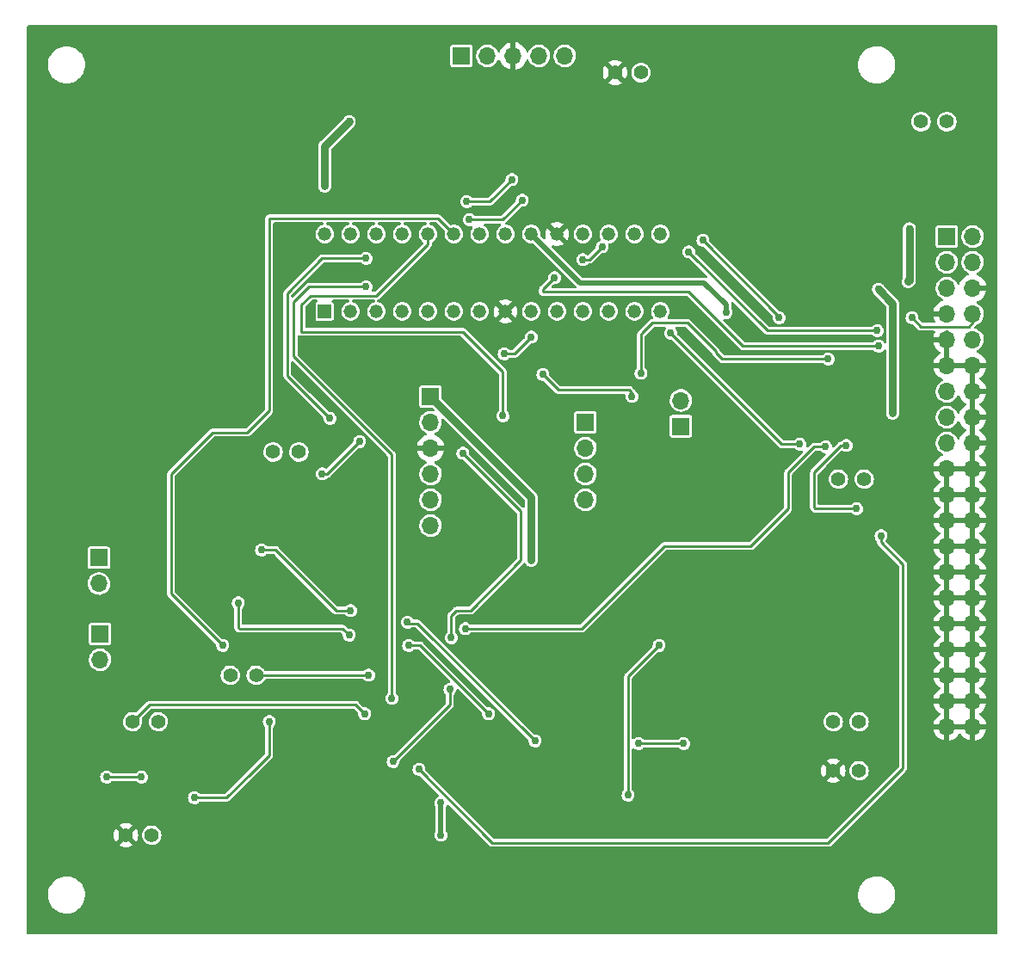
<source format=gbl>
%TF.GenerationSoftware,KiCad,Pcbnew,(6.0.1)*%
%TF.CreationDate,2022-03-24T01:36:13-06:00*%
%TF.ProjectId,ColoradoCUBE_Payload,436f6c6f-7261-4646-9f43-5542455f5061,rev?*%
%TF.SameCoordinates,Original*%
%TF.FileFunction,Copper,L2,Bot*%
%TF.FilePolarity,Positive*%
%FSLAX46Y46*%
G04 Gerber Fmt 4.6, Leading zero omitted, Abs format (unit mm)*
G04 Created by KiCad (PCBNEW (6.0.1)) date 2022-03-24 01:36:13*
%MOMM*%
%LPD*%
G01*
G04 APERTURE LIST*
%TA.AperFunction,ComponentPad*%
%ADD10R,1.700000X1.700000*%
%TD*%
%TA.AperFunction,ComponentPad*%
%ADD11O,1.700000X1.700000*%
%TD*%
%TA.AperFunction,ComponentPad*%
%ADD12C,1.400000*%
%TD*%
%TA.AperFunction,ComponentPad*%
%ADD13R,1.320800X1.320800*%
%TD*%
%TA.AperFunction,ComponentPad*%
%ADD14C,1.320800*%
%TD*%
%TA.AperFunction,ViaPad*%
%ADD15C,0.762000*%
%TD*%
%TA.AperFunction,Conductor*%
%ADD16C,0.254000*%
%TD*%
%TA.AperFunction,Conductor*%
%ADD17C,0.508000*%
%TD*%
%TA.AperFunction,Conductor*%
%ADD18C,0.762000*%
%TD*%
G04 APERTURE END LIST*
D10*
X111633000Y-102108000D03*
D11*
X111633000Y-104648000D03*
D12*
X162306000Y-46863000D03*
X164846000Y-46863000D03*
D13*
X133731000Y-70358000D03*
D14*
X136271000Y-70358000D03*
X138811000Y-70358000D03*
X141351000Y-70358000D03*
X143891000Y-70358000D03*
X146431000Y-70358000D03*
X148971000Y-70358000D03*
X151511000Y-70358000D03*
X154051000Y-70358000D03*
X156591000Y-70358000D03*
X159131000Y-70358000D03*
X161671000Y-70358000D03*
X164211000Y-70358000D03*
X166751000Y-70358000D03*
X166751000Y-62738000D03*
X164211000Y-62738000D03*
X161671000Y-62738000D03*
X159131000Y-62738000D03*
X156591000Y-62738000D03*
X154051000Y-62738000D03*
X151511000Y-62738000D03*
X148971000Y-62738000D03*
X146431000Y-62738000D03*
X143891000Y-62738000D03*
X141351000Y-62738000D03*
X138811000Y-62738000D03*
X136271000Y-62738000D03*
X133731000Y-62738000D03*
D10*
X159385000Y-81280000D03*
D11*
X159385000Y-83820000D03*
X159385000Y-86360000D03*
X159385000Y-88900000D03*
D12*
X126980000Y-106172000D03*
X124440000Y-106172000D03*
X128651000Y-84201000D03*
X131191000Y-84201000D03*
D10*
X144145000Y-78740000D03*
D11*
X144145000Y-81280000D03*
X144145000Y-83820000D03*
X144145000Y-86360000D03*
X144145000Y-88900000D03*
X144145000Y-91440000D03*
D12*
X183769000Y-110744000D03*
X186309000Y-110744000D03*
X192405000Y-51689000D03*
X194945000Y-51689000D03*
X183769000Y-115570000D03*
X186309000Y-115570000D03*
D10*
X168783000Y-81666000D03*
D11*
X168783000Y-79126000D03*
D12*
X184277000Y-86868000D03*
X186817000Y-86868000D03*
X114828000Y-110744000D03*
X117368000Y-110744000D03*
X114173000Y-121920000D03*
X116713000Y-121920000D03*
D10*
X147193000Y-45212000D03*
D11*
X149733000Y-45212000D03*
X152273000Y-45212000D03*
X154813000Y-45212000D03*
X157353000Y-45212000D03*
D10*
X111506000Y-94615000D03*
D11*
X111506000Y-97155000D03*
D10*
X194945000Y-62992000D03*
D11*
X197485000Y-62992000D03*
X194945000Y-65532000D03*
X197485000Y-65532000D03*
X194945000Y-68072000D03*
X197485000Y-68072000D03*
X194945000Y-70612000D03*
X197485000Y-70612000D03*
X194945000Y-73152000D03*
X197485000Y-73152000D03*
X194945000Y-75692000D03*
X197485000Y-75692000D03*
X194945000Y-78232000D03*
X197485000Y-78232000D03*
X194945000Y-80772000D03*
X197485000Y-80772000D03*
X194945000Y-83312000D03*
X197485000Y-83312000D03*
X194945000Y-85852000D03*
X197485000Y-85852000D03*
X194945000Y-88392000D03*
X197485000Y-88392000D03*
X194945000Y-90932000D03*
X197485000Y-90932000D03*
X194945000Y-93472000D03*
X197485000Y-93472000D03*
X194945000Y-96012000D03*
X197485000Y-96012000D03*
X194945000Y-98552000D03*
X197485000Y-98552000D03*
X194945000Y-101092000D03*
X197485000Y-101092000D03*
X194945000Y-103632000D03*
X197485000Y-103632000D03*
X194945000Y-106172000D03*
X197485000Y-106172000D03*
X194945000Y-108712000D03*
X197485000Y-108712000D03*
X194945000Y-111252000D03*
X197485000Y-111252000D03*
D15*
X154051000Y-72898000D03*
X151384000Y-74549000D03*
X137160000Y-83185000D03*
X133477000Y-86360000D03*
X128270000Y-110744000D03*
X120904000Y-118237000D03*
X112268000Y-116205000D03*
X115697000Y-116205000D03*
X161036000Y-64008000D03*
X159131000Y-65278000D03*
X156337000Y-67056000D03*
X173228000Y-70485000D03*
X137668000Y-109982000D03*
X146177000Y-102489000D03*
X140462000Y-114681000D03*
X166624000Y-103251000D03*
X127508000Y-93853000D03*
X133731000Y-58039000D03*
X191262000Y-62230000D03*
X191135000Y-67437000D03*
X154051000Y-94869000D03*
X188214000Y-73787000D03*
X191516000Y-70993000D03*
X169545000Y-64516000D03*
X188087000Y-72263000D03*
X146050000Y-107569000D03*
X138049000Y-106172000D03*
X183007000Y-83693000D03*
X147574000Y-101600000D03*
X143002000Y-115443000D03*
X188468000Y-92456000D03*
X186055000Y-89789000D03*
X185039000Y-83566000D03*
X136144000Y-51689000D03*
X147701000Y-59563000D03*
X152146000Y-57404000D03*
X153162000Y-59436000D03*
X147955000Y-61341000D03*
X136144000Y-102235000D03*
X178435000Y-70993000D03*
X164592000Y-112903000D03*
X170942000Y-63373000D03*
X141986000Y-103251000D03*
X125222000Y-99060000D03*
X149860000Y-109982000D03*
X164846000Y-76454000D03*
X183261000Y-75057000D03*
X169037000Y-112903000D03*
X167767000Y-72517000D03*
X141859000Y-100965000D03*
X154432000Y-112649000D03*
X180467000Y-83439000D03*
X136271000Y-99822000D03*
X151257000Y-80645000D03*
X147320000Y-84328000D03*
X123698000Y-103251000D03*
X163957000Y-78740000D03*
X155194000Y-76581000D03*
X137795000Y-67945000D03*
X140335000Y-108458000D03*
X137795000Y-65151000D03*
X134239000Y-80899000D03*
X163576000Y-117983000D03*
X188214000Y-68199000D03*
X189611000Y-80391000D03*
X145161000Y-118745000D03*
X145161000Y-121920000D03*
D16*
X152400000Y-74549000D02*
X154051000Y-72898000D01*
X151384000Y-74549000D02*
X152400000Y-74549000D01*
X133985000Y-86360000D02*
X137160000Y-83185000D01*
X133477000Y-86360000D02*
X133985000Y-86360000D01*
X128270000Y-114046000D02*
X128270000Y-110744000D01*
X126492000Y-115824000D02*
X128270000Y-114046000D01*
X124079000Y-118237000D02*
X126492000Y-115824000D01*
X120904000Y-118237000D02*
X124079000Y-118237000D01*
X115697000Y-116205000D02*
X112268000Y-116205000D01*
X116479000Y-109093000D02*
X136779000Y-109093000D01*
X114828000Y-110744000D02*
X116479000Y-109093000D01*
X136779000Y-109093000D02*
X137668000Y-109982000D01*
X169545000Y-68453000D02*
X155194000Y-68453000D01*
X159766000Y-65278000D02*
X161036000Y-64008000D01*
X159131000Y-65278000D02*
X159766000Y-65278000D01*
X155194000Y-68453000D02*
X155194000Y-68199000D01*
X170180000Y-69088000D02*
X169545000Y-68453000D01*
X155194000Y-68199000D02*
X156337000Y-67056000D01*
X174879000Y-73787000D02*
X170180000Y-69088000D01*
X188214000Y-73787000D02*
X174879000Y-73787000D01*
D17*
X171069000Y-67564000D02*
X173228000Y-69723000D01*
X173228000Y-69723000D02*
X173228000Y-70485000D01*
X154051000Y-62738000D02*
X158877000Y-67564000D01*
X158877000Y-67564000D02*
X171069000Y-67564000D01*
D16*
X146177000Y-100330000D02*
X146177000Y-102489000D01*
X146685000Y-99822000D02*
X146177000Y-100330000D01*
X148082000Y-99822000D02*
X146685000Y-99822000D01*
X153035000Y-94869000D02*
X148082000Y-99822000D01*
X153035000Y-90043000D02*
X153035000Y-94869000D01*
X147320000Y-84328000D02*
X153035000Y-90043000D01*
X146050000Y-109093000D02*
X146050000Y-107569000D01*
X140462000Y-114681000D02*
X146050000Y-109093000D01*
X181864000Y-83693000D02*
X183007000Y-83693000D01*
X179324000Y-86233000D02*
X181864000Y-83693000D01*
X179324000Y-89789000D02*
X179324000Y-86233000D01*
X167132000Y-93472000D02*
X175641000Y-93472000D01*
X175641000Y-93472000D02*
X179324000Y-89789000D01*
X159004000Y-101600000D02*
X167132000Y-93472000D01*
X147574000Y-101600000D02*
X159004000Y-101600000D01*
X163576000Y-106299000D02*
X166624000Y-103251000D01*
X163576000Y-117983000D02*
X163576000Y-106299000D01*
X128905000Y-93853000D02*
X127508000Y-93853000D01*
X129159000Y-94107000D02*
X128905000Y-93853000D01*
X134874000Y-99822000D02*
X129159000Y-94107000D01*
X136271000Y-99822000D02*
X134874000Y-99822000D01*
D18*
X133731000Y-54102000D02*
X133731000Y-58039000D01*
X136144000Y-51689000D02*
X133731000Y-54102000D01*
X191135000Y-67437000D02*
X191262000Y-67310000D01*
X191262000Y-67310000D02*
X191262000Y-62230000D01*
X154051000Y-94869000D02*
X154051000Y-88646000D01*
X154051000Y-88646000D02*
X144145000Y-78740000D01*
D16*
X191516000Y-70993000D02*
X192405000Y-71882000D01*
X197485000Y-71501000D02*
X197485000Y-70612000D01*
X192405000Y-71882000D02*
X197104000Y-71882000D01*
X197104000Y-71882000D02*
X197485000Y-71501000D01*
X177292000Y-72263000D02*
X188087000Y-72263000D01*
X169545000Y-64516000D02*
X177292000Y-72263000D01*
X126980000Y-106172000D02*
X138049000Y-106172000D01*
X184531000Y-83566000D02*
X185039000Y-83566000D01*
X188468000Y-93091000D02*
X188468000Y-92837000D01*
X186055000Y-89789000D02*
X181991000Y-89789000D01*
X181991000Y-89789000D02*
X181864000Y-89662000D01*
X143002000Y-115443000D02*
X150241000Y-122682000D01*
X190627000Y-95250000D02*
X188468000Y-93091000D01*
X183261000Y-122682000D02*
X190627000Y-115316000D01*
X188595000Y-92710000D02*
X188468000Y-92583000D01*
X181864000Y-86233000D02*
X184531000Y-83566000D01*
X188468000Y-92583000D02*
X188468000Y-92456000D01*
X188468000Y-92837000D02*
X188595000Y-92710000D01*
X181864000Y-89662000D02*
X181864000Y-86233000D01*
X190627000Y-115316000D02*
X190627000Y-95250000D01*
X150241000Y-122682000D02*
X183261000Y-122682000D01*
X149987000Y-59563000D02*
X147701000Y-59563000D01*
X152146000Y-57404000D02*
X149987000Y-59563000D01*
X153162000Y-59436000D02*
X151257000Y-61341000D01*
X151257000Y-61341000D02*
X147955000Y-61341000D01*
X172212000Y-74422000D02*
X172847000Y-75057000D01*
X164846000Y-72644000D02*
X164973000Y-72517000D01*
X169418000Y-71501000D02*
X172212000Y-74295000D01*
X149860000Y-109982000D02*
X143129000Y-103251000D01*
X125222000Y-101473000D02*
X125222000Y-99060000D01*
X125349000Y-101600000D02*
X125222000Y-101473000D01*
X164846000Y-76454000D02*
X164846000Y-72644000D01*
X172212000Y-74295000D02*
X172212000Y-74422000D01*
X164973000Y-72517000D02*
X165989000Y-71501000D01*
X170942000Y-63373000D02*
X178435000Y-70866000D01*
X168656000Y-112903000D02*
X169037000Y-112903000D01*
X143129000Y-103251000D02*
X141986000Y-103251000D01*
X136144000Y-102235000D02*
X135509000Y-101600000D01*
X165989000Y-71501000D02*
X169418000Y-71501000D01*
X178435000Y-70866000D02*
X178435000Y-70993000D01*
X172847000Y-75057000D02*
X183261000Y-75057000D01*
X135509000Y-101600000D02*
X125349000Y-101600000D01*
X168656000Y-112903000D02*
X164592000Y-112903000D01*
X142240000Y-101092000D02*
X141986000Y-101092000D01*
X141986000Y-101092000D02*
X141859000Y-100965000D01*
X142875000Y-101092000D02*
X142240000Y-101092000D01*
X167767000Y-72517000D02*
X178689000Y-83439000D01*
X178689000Y-83439000D02*
X180467000Y-83439000D01*
X154432000Y-112649000D02*
X142875000Y-101092000D01*
X147320000Y-72390000D02*
X131445000Y-72390000D01*
X151257000Y-80645000D02*
X151257000Y-76327000D01*
X151257000Y-76327000D02*
X147320000Y-72390000D01*
X138811000Y-68834000D02*
X143891000Y-63754000D01*
X131445000Y-69723000D02*
X132334000Y-68834000D01*
X143891000Y-63754000D02*
X143891000Y-62738000D01*
X132334000Y-68834000D02*
X138811000Y-68834000D01*
X131445000Y-72390000D02*
X131445000Y-69723000D01*
X123698000Y-103251000D02*
X118618000Y-98171000D01*
X118618000Y-86360000D02*
X122682000Y-82296000D01*
X128270000Y-80137000D02*
X128270000Y-61214000D01*
X128270000Y-61214000D02*
X144907000Y-61214000D01*
X122682000Y-82296000D02*
X126111000Y-82296000D01*
X118618000Y-98171000D02*
X118618000Y-86360000D01*
X144907000Y-61214000D02*
X146431000Y-62738000D01*
X126111000Y-82296000D02*
X128270000Y-80137000D01*
X163957000Y-78359000D02*
X163957000Y-78740000D01*
X155194000Y-76581000D02*
X156718000Y-78105000D01*
X156718000Y-78105000D02*
X163703000Y-78105000D01*
X163703000Y-78105000D02*
X163957000Y-78359000D01*
X130683000Y-69469000D02*
X130683000Y-74803000D01*
X130683000Y-74803000D02*
X134493000Y-78613000D01*
X134493000Y-78613000D02*
X140335000Y-84455000D01*
X137795000Y-67945000D02*
X132207000Y-67945000D01*
X140335000Y-106553000D02*
X140335000Y-108458000D01*
X140335000Y-84455000D02*
X140335000Y-106553000D01*
X132207000Y-67945000D02*
X130683000Y-69469000D01*
X133477000Y-65151000D02*
X137795000Y-65151000D01*
X130048000Y-68580000D02*
X133477000Y-65151000D01*
X134239000Y-80899000D02*
X130048000Y-76708000D01*
X130048000Y-76708000D02*
X130048000Y-68580000D01*
D18*
X188214000Y-68199000D02*
X189611000Y-69596000D01*
X189611000Y-69596000D02*
X189611000Y-80391000D01*
D17*
X145161000Y-121920000D02*
X145161000Y-118745000D01*
%TA.AperFunction,Conductor*%
G36*
X199869121Y-42225002D02*
G01*
X199915614Y-42278658D01*
X199927000Y-42331000D01*
X199927000Y-131571000D01*
X199906998Y-131639121D01*
X199853342Y-131685614D01*
X199801000Y-131697000D01*
X104561000Y-131697000D01*
X104492879Y-131676998D01*
X104446386Y-131623342D01*
X104435000Y-131571000D01*
X104435000Y-127913075D01*
X106498591Y-127913075D01*
X106535284Y-128182691D01*
X106536593Y-128187181D01*
X106536594Y-128187187D01*
X106568993Y-128298342D01*
X106611426Y-128443922D01*
X106613384Y-128448169D01*
X106613385Y-128448172D01*
X106656363Y-128541398D01*
X106725344Y-128691029D01*
X106755220Y-128736598D01*
X106871970Y-128914671D01*
X106871974Y-128914676D01*
X106874536Y-128918584D01*
X107055723Y-129121588D01*
X107264926Y-129295580D01*
X107497549Y-129436739D01*
X107501863Y-129438548D01*
X107501865Y-129438549D01*
X107744167Y-129540155D01*
X107744172Y-129540157D01*
X107748482Y-129541964D01*
X107753014Y-129543115D01*
X107753017Y-129543116D01*
X107884513Y-129576512D01*
X108012211Y-129608943D01*
X108238213Y-129631700D01*
X108400073Y-129631700D01*
X108402398Y-129631527D01*
X108402404Y-129631527D01*
X108597701Y-129617014D01*
X108597705Y-129617013D01*
X108602353Y-129616668D01*
X108867746Y-129556616D01*
X108872100Y-129554923D01*
X109116993Y-129459689D01*
X109116995Y-129459688D01*
X109121346Y-129457996D01*
X109125402Y-129455678D01*
X109353528Y-129325294D01*
X109353530Y-129325292D01*
X109357585Y-129322975D01*
X109571271Y-129154518D01*
X109757710Y-128956327D01*
X109912807Y-128732756D01*
X110033155Y-128488715D01*
X110116109Y-128229567D01*
X110159847Y-127961003D01*
X110160474Y-127913075D01*
X186198591Y-127913075D01*
X186235284Y-128182691D01*
X186236593Y-128187181D01*
X186236594Y-128187187D01*
X186268993Y-128298342D01*
X186311426Y-128443922D01*
X186313384Y-128448169D01*
X186313385Y-128448172D01*
X186356363Y-128541398D01*
X186425344Y-128691029D01*
X186455220Y-128736598D01*
X186571970Y-128914671D01*
X186571974Y-128914676D01*
X186574536Y-128918584D01*
X186755723Y-129121588D01*
X186964926Y-129295580D01*
X187197549Y-129436739D01*
X187201863Y-129438548D01*
X187201865Y-129438549D01*
X187444167Y-129540155D01*
X187444172Y-129540157D01*
X187448482Y-129541964D01*
X187453014Y-129543115D01*
X187453017Y-129543116D01*
X187584513Y-129576512D01*
X187712211Y-129608943D01*
X187938213Y-129631700D01*
X188100073Y-129631700D01*
X188102398Y-129631527D01*
X188102404Y-129631527D01*
X188297701Y-129617014D01*
X188297705Y-129617013D01*
X188302353Y-129616668D01*
X188567746Y-129556616D01*
X188572100Y-129554923D01*
X188816993Y-129459689D01*
X188816995Y-129459688D01*
X188821346Y-129457996D01*
X188825402Y-129455678D01*
X189053528Y-129325294D01*
X189053530Y-129325292D01*
X189057585Y-129322975D01*
X189271271Y-129154518D01*
X189457710Y-128956327D01*
X189612807Y-128732756D01*
X189733155Y-128488715D01*
X189816109Y-128229567D01*
X189859847Y-127961003D01*
X189863409Y-127688925D01*
X189826716Y-127419309D01*
X189814396Y-127377039D01*
X189793007Y-127303658D01*
X189750574Y-127158078D01*
X189727994Y-127109097D01*
X189638613Y-126915217D01*
X189636656Y-126910971D01*
X189603373Y-126860206D01*
X189490030Y-126687329D01*
X189490026Y-126687324D01*
X189487464Y-126683416D01*
X189306277Y-126480412D01*
X189097074Y-126306420D01*
X188864451Y-126165261D01*
X188813759Y-126144004D01*
X188617833Y-126061845D01*
X188617828Y-126061843D01*
X188613518Y-126060036D01*
X188608986Y-126058885D01*
X188608983Y-126058884D01*
X188477487Y-126025488D01*
X188349789Y-125993057D01*
X188123787Y-125970300D01*
X187961927Y-125970300D01*
X187959602Y-125970473D01*
X187959596Y-125970473D01*
X187764299Y-125984986D01*
X187764295Y-125984987D01*
X187759647Y-125985332D01*
X187494254Y-126045384D01*
X187489902Y-126047076D01*
X187489900Y-126047077D01*
X187245007Y-126142311D01*
X187245005Y-126142312D01*
X187240654Y-126144004D01*
X187236600Y-126146321D01*
X187236598Y-126146322D01*
X187199214Y-126167689D01*
X187004415Y-126279025D01*
X186790729Y-126447482D01*
X186604290Y-126645673D01*
X186449193Y-126869244D01*
X186328845Y-127113285D01*
X186245891Y-127372433D01*
X186202153Y-127640997D01*
X186198591Y-127913075D01*
X110160474Y-127913075D01*
X110163409Y-127688925D01*
X110126716Y-127419309D01*
X110114396Y-127377039D01*
X110093007Y-127303658D01*
X110050574Y-127158078D01*
X110027994Y-127109097D01*
X109938613Y-126915217D01*
X109936656Y-126910971D01*
X109903373Y-126860206D01*
X109790030Y-126687329D01*
X109790026Y-126687324D01*
X109787464Y-126683416D01*
X109606277Y-126480412D01*
X109397074Y-126306420D01*
X109164451Y-126165261D01*
X109113759Y-126144004D01*
X108917833Y-126061845D01*
X108917828Y-126061843D01*
X108913518Y-126060036D01*
X108908986Y-126058885D01*
X108908983Y-126058884D01*
X108777487Y-126025488D01*
X108649789Y-125993057D01*
X108423787Y-125970300D01*
X108261927Y-125970300D01*
X108259602Y-125970473D01*
X108259596Y-125970473D01*
X108064299Y-125984986D01*
X108064295Y-125984987D01*
X108059647Y-125985332D01*
X107794254Y-126045384D01*
X107789902Y-126047076D01*
X107789900Y-126047077D01*
X107545007Y-126142311D01*
X107545005Y-126142312D01*
X107540654Y-126144004D01*
X107536600Y-126146321D01*
X107536598Y-126146322D01*
X107499214Y-126167689D01*
X107304415Y-126279025D01*
X107090729Y-126447482D01*
X106904290Y-126645673D01*
X106749193Y-126869244D01*
X106628845Y-127113285D01*
X106545891Y-127372433D01*
X106502153Y-127640997D01*
X106498591Y-127913075D01*
X104435000Y-127913075D01*
X104435000Y-122934261D01*
X113523294Y-122934261D01*
X113532590Y-122946276D01*
X113562189Y-122967001D01*
X113571677Y-122972479D01*
X113753277Y-123057159D01*
X113763571Y-123060907D01*
X113957122Y-123112769D01*
X113967909Y-123114671D01*
X114167525Y-123132135D01*
X114178475Y-123132135D01*
X114378091Y-123114671D01*
X114388878Y-123112769D01*
X114582429Y-123060907D01*
X114592723Y-123057159D01*
X114774323Y-122972479D01*
X114783811Y-122967001D01*
X114814248Y-122945689D01*
X114822623Y-122935212D01*
X114815554Y-122921764D01*
X114185812Y-122292022D01*
X114171868Y-122284408D01*
X114170035Y-122284539D01*
X114163420Y-122288790D01*
X113529724Y-122922486D01*
X113523294Y-122934261D01*
X104435000Y-122934261D01*
X104435000Y-121925475D01*
X112960865Y-121925475D01*
X112978329Y-122125091D01*
X112980231Y-122135878D01*
X113032093Y-122329429D01*
X113035841Y-122339723D01*
X113120521Y-122521323D01*
X113125999Y-122530811D01*
X113147311Y-122561248D01*
X113157788Y-122569623D01*
X113171236Y-122562554D01*
X113800978Y-121932812D01*
X113807356Y-121921132D01*
X114537408Y-121921132D01*
X114537539Y-121922965D01*
X114541790Y-121929580D01*
X115175486Y-122563276D01*
X115187261Y-122569706D01*
X115199276Y-122560410D01*
X115220001Y-122530811D01*
X115225479Y-122521323D01*
X115310159Y-122339723D01*
X115313907Y-122329429D01*
X115365769Y-122135878D01*
X115367671Y-122125091D01*
X115385135Y-121925475D01*
X115385135Y-121914525D01*
X115384442Y-121906609D01*
X115753975Y-121906609D01*
X115769639Y-122093139D01*
X115771338Y-122099064D01*
X115818517Y-122263595D01*
X115821235Y-122273075D01*
X115824050Y-122278552D01*
X115824051Y-122278555D01*
X115903982Y-122434085D01*
X115906797Y-122439562D01*
X115910620Y-122444386D01*
X115910623Y-122444390D01*
X115999609Y-122556661D01*
X116023068Y-122586259D01*
X116165618Y-122707579D01*
X116170996Y-122710585D01*
X116170998Y-122710586D01*
X116205396Y-122729810D01*
X116329018Y-122798900D01*
X116507043Y-122856744D01*
X116692914Y-122878908D01*
X116699049Y-122878436D01*
X116699051Y-122878436D01*
X116873408Y-122865020D01*
X116873413Y-122865019D01*
X116879549Y-122864547D01*
X116885479Y-122862891D01*
X116885481Y-122862891D01*
X117053913Y-122815864D01*
X117053912Y-122815864D01*
X117059841Y-122814209D01*
X117090148Y-122798900D01*
X117138774Y-122774337D01*
X117226921Y-122729810D01*
X117255376Y-122707579D01*
X117369571Y-122618360D01*
X117369572Y-122618360D01*
X117374427Y-122614566D01*
X117496738Y-122472867D01*
X117505967Y-122456622D01*
X117561853Y-122358244D01*
X117589198Y-122310108D01*
X117648283Y-122132491D01*
X117671744Y-121946780D01*
X117672118Y-121920000D01*
X117653852Y-121733706D01*
X117599749Y-121554509D01*
X117596305Y-121548032D01*
X117514764Y-121394674D01*
X117514762Y-121394671D01*
X117511870Y-121389232D01*
X117507980Y-121384462D01*
X117507977Y-121384458D01*
X117397457Y-121248948D01*
X117397454Y-121248945D01*
X117393562Y-121244173D01*
X117249332Y-121124855D01*
X117084673Y-121035824D01*
X116995265Y-121008148D01*
X116911744Y-120982294D01*
X116911741Y-120982293D01*
X116905857Y-120980472D01*
X116899732Y-120979828D01*
X116899731Y-120979828D01*
X116725824Y-120961549D01*
X116725823Y-120961549D01*
X116719696Y-120960905D01*
X116643143Y-120967872D01*
X116539418Y-120977312D01*
X116539415Y-120977313D01*
X116533279Y-120977871D01*
X116527373Y-120979609D01*
X116527369Y-120979610D01*
X116392075Y-121019429D01*
X116353708Y-121030721D01*
X116187822Y-121117444D01*
X116183022Y-121121304D01*
X116183021Y-121121304D01*
X116173718Y-121128784D01*
X116041940Y-121234736D01*
X115921619Y-121378130D01*
X115918655Y-121383522D01*
X115918652Y-121383526D01*
X115855493Y-121498412D01*
X115831441Y-121542163D01*
X115829580Y-121548030D01*
X115829579Y-121548032D01*
X115780064Y-121704122D01*
X115774841Y-121720588D01*
X115753975Y-121906609D01*
X115384442Y-121906609D01*
X115367671Y-121714909D01*
X115365769Y-121704122D01*
X115313907Y-121510571D01*
X115310159Y-121500277D01*
X115225479Y-121318677D01*
X115220001Y-121309189D01*
X115198689Y-121278752D01*
X115188212Y-121270377D01*
X115174764Y-121277446D01*
X114545022Y-121907188D01*
X114537408Y-121921132D01*
X113807356Y-121921132D01*
X113808592Y-121918868D01*
X113808461Y-121917035D01*
X113804210Y-121910420D01*
X113170514Y-121276724D01*
X113158739Y-121270294D01*
X113146724Y-121279590D01*
X113125999Y-121309189D01*
X113120521Y-121318677D01*
X113035841Y-121500277D01*
X113032093Y-121510571D01*
X112980231Y-121704122D01*
X112978329Y-121714909D01*
X112960865Y-121914525D01*
X112960865Y-121925475D01*
X104435000Y-121925475D01*
X104435000Y-120904788D01*
X113523377Y-120904788D01*
X113530446Y-120918236D01*
X114160188Y-121547978D01*
X114174132Y-121555592D01*
X114175965Y-121555461D01*
X114182580Y-121551210D01*
X114816276Y-120917514D01*
X114822706Y-120905739D01*
X114813410Y-120893724D01*
X114783811Y-120872999D01*
X114774323Y-120867521D01*
X114592723Y-120782841D01*
X114582429Y-120779093D01*
X114388878Y-120727231D01*
X114378091Y-120725329D01*
X114178475Y-120707865D01*
X114167525Y-120707865D01*
X113967909Y-120725329D01*
X113957122Y-120727231D01*
X113763571Y-120779093D01*
X113753277Y-120782841D01*
X113571677Y-120867521D01*
X113562189Y-120872999D01*
X113531752Y-120894311D01*
X113523377Y-120904788D01*
X104435000Y-120904788D01*
X104435000Y-118230296D01*
X120263867Y-118230296D01*
X120280746Y-118383183D01*
X120283355Y-118390314D01*
X120283356Y-118390316D01*
X120326585Y-118508443D01*
X120333606Y-118527630D01*
X120337842Y-118533933D01*
X120337842Y-118533934D01*
X120415162Y-118648999D01*
X120415165Y-118649002D01*
X120419396Y-118655299D01*
X120441320Y-118675248D01*
X120510609Y-118738296D01*
X120533163Y-118758819D01*
X120668338Y-118832213D01*
X120817119Y-118871245D01*
X120896938Y-118872499D01*
X120963318Y-118873542D01*
X120963321Y-118873542D01*
X120970916Y-118873661D01*
X120978320Y-118871965D01*
X120978322Y-118871965D01*
X121033589Y-118859307D01*
X121120849Y-118839322D01*
X121142187Y-118828590D01*
X121251481Y-118773622D01*
X121251484Y-118773620D01*
X121258264Y-118770210D01*
X121375226Y-118670314D01*
X121379659Y-118664144D01*
X121384193Y-118659214D01*
X121445026Y-118622609D01*
X121476942Y-118618500D01*
X124024865Y-118618500D01*
X124049164Y-118621086D01*
X124050602Y-118621154D01*
X124060780Y-118623345D01*
X124094341Y-118619373D01*
X124100320Y-118619021D01*
X124100312Y-118618928D01*
X124105490Y-118618500D01*
X124110692Y-118618500D01*
X124129846Y-118615312D01*
X124135704Y-118614478D01*
X124152318Y-118612512D01*
X124176567Y-118609642D01*
X124176568Y-118609642D01*
X124186907Y-118608418D01*
X124195206Y-118604433D01*
X124204283Y-118602922D01*
X124249651Y-118578442D01*
X124254914Y-118575761D01*
X124294250Y-118556873D01*
X124294254Y-118556870D01*
X124301398Y-118553440D01*
X124305692Y-118549830D01*
X124307624Y-118547898D01*
X124309573Y-118546111D01*
X124309626Y-118546082D01*
X124309745Y-118546212D01*
X124310313Y-118545711D01*
X124316057Y-118542612D01*
X124352867Y-118502791D01*
X124356296Y-118499226D01*
X126784171Y-116071352D01*
X126784174Y-116071348D01*
X127419226Y-115436296D01*
X142361867Y-115436296D01*
X142368483Y-115496225D01*
X142377686Y-115579580D01*
X142378746Y-115589183D01*
X142381355Y-115596314D01*
X142381356Y-115596316D01*
X142410433Y-115675771D01*
X142431606Y-115733630D01*
X142435842Y-115739933D01*
X142435842Y-115739934D01*
X142513162Y-115854999D01*
X142513165Y-115855002D01*
X142517396Y-115861299D01*
X142523010Y-115866407D01*
X142602558Y-115938790D01*
X142631163Y-115964819D01*
X142766338Y-116038213D01*
X142915119Y-116077245D01*
X142998788Y-116078559D01*
X143048593Y-116079342D01*
X143116391Y-116100411D01*
X143135709Y-116116231D01*
X144965360Y-117945882D01*
X144999386Y-118008194D01*
X144994321Y-118079009D01*
X144951774Y-118135845D01*
X144934055Y-118146943D01*
X144917021Y-118155735D01*
X144801172Y-118215529D01*
X144795450Y-118220521D01*
X144795448Y-118220522D01*
X144734570Y-118273630D01*
X144685262Y-118316644D01*
X144596818Y-118442488D01*
X144594059Y-118449563D01*
X144594058Y-118449566D01*
X144543704Y-118578717D01*
X144540944Y-118585797D01*
X144539952Y-118593330D01*
X144539952Y-118593331D01*
X144536001Y-118623345D01*
X144520867Y-118738296D01*
X144524767Y-118773622D01*
X144535812Y-118873661D01*
X144537746Y-118891183D01*
X144540355Y-118898314D01*
X144540356Y-118898316D01*
X144549879Y-118924337D01*
X144590606Y-119035630D01*
X144594842Y-119041933D01*
X144594842Y-119041934D01*
X144631082Y-119095865D01*
X144652500Y-119166141D01*
X144652500Y-121498412D01*
X144629587Y-121570862D01*
X144596818Y-121617488D01*
X144594059Y-121624563D01*
X144594058Y-121624566D01*
X144554235Y-121726707D01*
X144540944Y-121760797D01*
X144539952Y-121768330D01*
X144539952Y-121768331D01*
X144522554Y-121900484D01*
X144520867Y-121913296D01*
X144537746Y-122066183D01*
X144540355Y-122073314D01*
X144540356Y-122073316D01*
X144564153Y-122138343D01*
X144590606Y-122210630D01*
X144594842Y-122216933D01*
X144594842Y-122216934D01*
X144672162Y-122331999D01*
X144672165Y-122332002D01*
X144676396Y-122338299D01*
X144790163Y-122441819D01*
X144925338Y-122515213D01*
X145074119Y-122554245D01*
X145153938Y-122555499D01*
X145220318Y-122556542D01*
X145220321Y-122556542D01*
X145227916Y-122556661D01*
X145235320Y-122554965D01*
X145235322Y-122554965D01*
X145290589Y-122542307D01*
X145377849Y-122522322D01*
X145466899Y-122477535D01*
X145508481Y-122456622D01*
X145508484Y-122456620D01*
X145515264Y-122453210D01*
X145632226Y-122353314D01*
X145721983Y-122228403D01*
X145779355Y-122085688D01*
X145801028Y-121933407D01*
X145801168Y-121920000D01*
X145800506Y-121914525D01*
X145783601Y-121774839D01*
X145782689Y-121767299D01*
X145728319Y-121623413D01*
X145719975Y-121611272D01*
X145691660Y-121570072D01*
X145669500Y-121498706D01*
X145669500Y-119167017D01*
X145693177Y-119093491D01*
X145717552Y-119059569D01*
X145721983Y-119053403D01*
X145751459Y-118980081D01*
X145795426Y-118924337D01*
X145862552Y-118901212D01*
X145931523Y-118918049D01*
X145957461Y-118937983D01*
X147980382Y-120960905D01*
X149932956Y-122913479D01*
X149948315Y-122932495D01*
X149949281Y-122933556D01*
X149954929Y-122942304D01*
X149963106Y-122948750D01*
X149981472Y-122963229D01*
X149985947Y-122967206D01*
X149986008Y-122967135D01*
X149989965Y-122970488D01*
X149993648Y-122974171D01*
X149997883Y-122977197D01*
X149997885Y-122977199D01*
X150009436Y-122985453D01*
X150014182Y-122989016D01*
X150054670Y-123020934D01*
X150063357Y-123023985D01*
X150070843Y-123029334D01*
X150080819Y-123032317D01*
X150080820Y-123032318D01*
X150112202Y-123041703D01*
X150116463Y-123042977D01*
X150120211Y-123044098D01*
X150125843Y-123045928D01*
X150174502Y-123063016D01*
X150180091Y-123063500D01*
X150182802Y-123063500D01*
X150185469Y-123063615D01*
X150185532Y-123063634D01*
X150185525Y-123063808D01*
X150186271Y-123063855D01*
X150192524Y-123065725D01*
X150242383Y-123063766D01*
X150246678Y-123063597D01*
X150251625Y-123063500D01*
X183206865Y-123063500D01*
X183231164Y-123066086D01*
X183232602Y-123066154D01*
X183242780Y-123068345D01*
X183276341Y-123064373D01*
X183282320Y-123064021D01*
X183282312Y-123063928D01*
X183287490Y-123063500D01*
X183292692Y-123063500D01*
X183311846Y-123060312D01*
X183317704Y-123059478D01*
X183337298Y-123057159D01*
X183358567Y-123054642D01*
X183358568Y-123054642D01*
X183368907Y-123053418D01*
X183377206Y-123049433D01*
X183386283Y-123047922D01*
X183431651Y-123023442D01*
X183436914Y-123020761D01*
X183476250Y-123001873D01*
X183476254Y-123001870D01*
X183483398Y-122998440D01*
X183487692Y-122994830D01*
X183489624Y-122992898D01*
X183491573Y-122991111D01*
X183491626Y-122991082D01*
X183491745Y-122991212D01*
X183492313Y-122990711D01*
X183498057Y-122987612D01*
X183534868Y-122947790D01*
X183538297Y-122944225D01*
X190858479Y-115624044D01*
X190877495Y-115608685D01*
X190878556Y-115607719D01*
X190887304Y-115602071D01*
X190908229Y-115575528D01*
X190912208Y-115571050D01*
X190912137Y-115570990D01*
X190915490Y-115567033D01*
X190919171Y-115563352D01*
X190930469Y-115547543D01*
X190934032Y-115542798D01*
X190959485Y-115510510D01*
X190965934Y-115502330D01*
X190968984Y-115493645D01*
X190974334Y-115486158D01*
X190989109Y-115436753D01*
X190990930Y-115431150D01*
X191005388Y-115389981D01*
X191008016Y-115382498D01*
X191008500Y-115376909D01*
X191008500Y-115374196D01*
X191008615Y-115371531D01*
X191008634Y-115371468D01*
X191008808Y-115371475D01*
X191008855Y-115370729D01*
X191010725Y-115364476D01*
X191008597Y-115310322D01*
X191008500Y-115305375D01*
X191008500Y-111519966D01*
X193613257Y-111519966D01*
X193643565Y-111654446D01*
X193646645Y-111664275D01*
X193726770Y-111861603D01*
X193731413Y-111870794D01*
X193842694Y-112052388D01*
X193848777Y-112060699D01*
X193988213Y-112221667D01*
X193995580Y-112228883D01*
X194159434Y-112364916D01*
X194167881Y-112370831D01*
X194351756Y-112478279D01*
X194361042Y-112482729D01*
X194560001Y-112558703D01*
X194569899Y-112561579D01*
X194673250Y-112582606D01*
X194687299Y-112581410D01*
X194691000Y-112571065D01*
X194691000Y-112570517D01*
X195199000Y-112570517D01*
X195203064Y-112584359D01*
X195216478Y-112586393D01*
X195223184Y-112585534D01*
X195233262Y-112583392D01*
X195437255Y-112522191D01*
X195446842Y-112518433D01*
X195638095Y-112424739D01*
X195646945Y-112419464D01*
X195820328Y-112295792D01*
X195828200Y-112289139D01*
X195979052Y-112138812D01*
X195985730Y-112130965D01*
X196113022Y-111953819D01*
X196114147Y-111954627D01*
X196161669Y-111910876D01*
X196231607Y-111898661D01*
X196297046Y-111926197D01*
X196324870Y-111958028D01*
X196382690Y-112052383D01*
X196388777Y-112060699D01*
X196528213Y-112221667D01*
X196535580Y-112228883D01*
X196699434Y-112364916D01*
X196707881Y-112370831D01*
X196891756Y-112478279D01*
X196901042Y-112482729D01*
X197100001Y-112558703D01*
X197109899Y-112561579D01*
X197213250Y-112582606D01*
X197227299Y-112581410D01*
X197231000Y-112571065D01*
X197231000Y-112570517D01*
X197739000Y-112570517D01*
X197743064Y-112584359D01*
X197756478Y-112586393D01*
X197763184Y-112585534D01*
X197773262Y-112583392D01*
X197977255Y-112522191D01*
X197986842Y-112518433D01*
X198178095Y-112424739D01*
X198186945Y-112419464D01*
X198360328Y-112295792D01*
X198368200Y-112289139D01*
X198519052Y-112138812D01*
X198525730Y-112130965D01*
X198650003Y-111958020D01*
X198655313Y-111949183D01*
X198749670Y-111758267D01*
X198753469Y-111748672D01*
X198815377Y-111544910D01*
X198817555Y-111534837D01*
X198818986Y-111523962D01*
X198816775Y-111509778D01*
X198803617Y-111506000D01*
X197757115Y-111506000D01*
X197741876Y-111510475D01*
X197740671Y-111511865D01*
X197739000Y-111519548D01*
X197739000Y-112570517D01*
X197231000Y-112570517D01*
X197231000Y-111524115D01*
X197226525Y-111508876D01*
X197225135Y-111507671D01*
X197217452Y-111506000D01*
X195217115Y-111506000D01*
X195201876Y-111510475D01*
X195200671Y-111511865D01*
X195199000Y-111519548D01*
X195199000Y-112570517D01*
X194691000Y-112570517D01*
X194691000Y-111524115D01*
X194686525Y-111508876D01*
X194685135Y-111507671D01*
X194677452Y-111506000D01*
X193628225Y-111506000D01*
X193614694Y-111509973D01*
X193613257Y-111519966D01*
X191008500Y-111519966D01*
X191008500Y-110986183D01*
X193609389Y-110986183D01*
X193610912Y-110994607D01*
X193623292Y-110998000D01*
X194672885Y-110998000D01*
X194688124Y-110993525D01*
X194689329Y-110992135D01*
X194691000Y-110984452D01*
X194691000Y-110979885D01*
X195199000Y-110979885D01*
X195203475Y-110995124D01*
X195204865Y-110996329D01*
X195212548Y-110998000D01*
X197212885Y-110998000D01*
X197228124Y-110993525D01*
X197229329Y-110992135D01*
X197231000Y-110984452D01*
X197231000Y-110979885D01*
X197739000Y-110979885D01*
X197743475Y-110995124D01*
X197744865Y-110996329D01*
X197752548Y-110998000D01*
X198803344Y-110998000D01*
X198816875Y-110994027D01*
X198818180Y-110984947D01*
X198776214Y-110817875D01*
X198772894Y-110808124D01*
X198687972Y-110612814D01*
X198683105Y-110603739D01*
X198567426Y-110424926D01*
X198561136Y-110416757D01*
X198417806Y-110259240D01*
X198410273Y-110252215D01*
X198243139Y-110120222D01*
X198234552Y-110114517D01*
X198197116Y-110093851D01*
X198147146Y-110043419D01*
X198132374Y-109973976D01*
X198157490Y-109907571D01*
X198184842Y-109880964D01*
X198360327Y-109755792D01*
X198368200Y-109749139D01*
X198519052Y-109598812D01*
X198525730Y-109590965D01*
X198650003Y-109418020D01*
X198655313Y-109409183D01*
X198749670Y-109218267D01*
X198753469Y-109208672D01*
X198815377Y-109004910D01*
X198817555Y-108994837D01*
X198818986Y-108983962D01*
X198816775Y-108969778D01*
X198803617Y-108966000D01*
X197757115Y-108966000D01*
X197741876Y-108970475D01*
X197740671Y-108971865D01*
X197739000Y-108979548D01*
X197739000Y-110979885D01*
X197231000Y-110979885D01*
X197231000Y-108984115D01*
X197226525Y-108968876D01*
X197225135Y-108967671D01*
X197217452Y-108966000D01*
X195217115Y-108966000D01*
X195201876Y-108970475D01*
X195200671Y-108971865D01*
X195199000Y-108979548D01*
X195199000Y-110979885D01*
X194691000Y-110979885D01*
X194691000Y-108984115D01*
X194686525Y-108968876D01*
X194685135Y-108967671D01*
X194677452Y-108966000D01*
X193628225Y-108966000D01*
X193614694Y-108969973D01*
X193613257Y-108979966D01*
X193643565Y-109114446D01*
X193646645Y-109124275D01*
X193726770Y-109321603D01*
X193731413Y-109330794D01*
X193842694Y-109512388D01*
X193848777Y-109520699D01*
X193988213Y-109681667D01*
X193995580Y-109688883D01*
X194159434Y-109824916D01*
X194167881Y-109830831D01*
X194237479Y-109871501D01*
X194286203Y-109923140D01*
X194299274Y-109992923D01*
X194272543Y-110058694D01*
X194232087Y-110092053D01*
X194223462Y-110096542D01*
X194214738Y-110102036D01*
X194044433Y-110229905D01*
X194036726Y-110236748D01*
X193889590Y-110390717D01*
X193883104Y-110398727D01*
X193763098Y-110574649D01*
X193758000Y-110583623D01*
X193668338Y-110776783D01*
X193664775Y-110786470D01*
X193609389Y-110986183D01*
X191008500Y-110986183D01*
X191008500Y-108446183D01*
X193609389Y-108446183D01*
X193610912Y-108454607D01*
X193623292Y-108458000D01*
X194672885Y-108458000D01*
X194688124Y-108453525D01*
X194689329Y-108452135D01*
X194691000Y-108444452D01*
X194691000Y-108439885D01*
X195199000Y-108439885D01*
X195203475Y-108455124D01*
X195204865Y-108456329D01*
X195212548Y-108458000D01*
X197212885Y-108458000D01*
X197228124Y-108453525D01*
X197229329Y-108452135D01*
X197231000Y-108444452D01*
X197231000Y-108439885D01*
X197739000Y-108439885D01*
X197743475Y-108455124D01*
X197744865Y-108456329D01*
X197752548Y-108458000D01*
X198803344Y-108458000D01*
X198816875Y-108454027D01*
X198818180Y-108444947D01*
X198776214Y-108277875D01*
X198772894Y-108268124D01*
X198687972Y-108072814D01*
X198683105Y-108063739D01*
X198567426Y-107884926D01*
X198561136Y-107876757D01*
X198417806Y-107719240D01*
X198410273Y-107712215D01*
X198243139Y-107580222D01*
X198234552Y-107574517D01*
X198197116Y-107553851D01*
X198147146Y-107503419D01*
X198132374Y-107433976D01*
X198157490Y-107367571D01*
X198184842Y-107340964D01*
X198360327Y-107215792D01*
X198368200Y-107209139D01*
X198519052Y-107058812D01*
X198525730Y-107050965D01*
X198650003Y-106878020D01*
X198655313Y-106869183D01*
X198749670Y-106678267D01*
X198753469Y-106668672D01*
X198815377Y-106464910D01*
X198817555Y-106454837D01*
X198818986Y-106443962D01*
X198816775Y-106429778D01*
X198803617Y-106426000D01*
X197757115Y-106426000D01*
X197741876Y-106430475D01*
X197740671Y-106431865D01*
X197739000Y-106439548D01*
X197739000Y-108439885D01*
X197231000Y-108439885D01*
X197231000Y-106444115D01*
X197226525Y-106428876D01*
X197225135Y-106427671D01*
X197217452Y-106426000D01*
X195217115Y-106426000D01*
X195201876Y-106430475D01*
X195200671Y-106431865D01*
X195199000Y-106439548D01*
X195199000Y-108439885D01*
X194691000Y-108439885D01*
X194691000Y-106444115D01*
X194686525Y-106428876D01*
X194685135Y-106427671D01*
X194677452Y-106426000D01*
X193628225Y-106426000D01*
X193614694Y-106429973D01*
X193613257Y-106439966D01*
X193643565Y-106574446D01*
X193646645Y-106584275D01*
X193726770Y-106781603D01*
X193731413Y-106790794D01*
X193842694Y-106972388D01*
X193848777Y-106980699D01*
X193988213Y-107141667D01*
X193995580Y-107148883D01*
X194159434Y-107284916D01*
X194167881Y-107290831D01*
X194237479Y-107331501D01*
X194286203Y-107383140D01*
X194299274Y-107452923D01*
X194272543Y-107518694D01*
X194232087Y-107552053D01*
X194223462Y-107556542D01*
X194214738Y-107562036D01*
X194044433Y-107689905D01*
X194036726Y-107696748D01*
X193889590Y-107850717D01*
X193883104Y-107858727D01*
X193763098Y-108034649D01*
X193758000Y-108043623D01*
X193668338Y-108236783D01*
X193664775Y-108246470D01*
X193609389Y-108446183D01*
X191008500Y-108446183D01*
X191008500Y-105906183D01*
X193609389Y-105906183D01*
X193610912Y-105914607D01*
X193623292Y-105918000D01*
X194672885Y-105918000D01*
X194688124Y-105913525D01*
X194689329Y-105912135D01*
X194691000Y-105904452D01*
X194691000Y-105899885D01*
X195199000Y-105899885D01*
X195203475Y-105915124D01*
X195204865Y-105916329D01*
X195212548Y-105918000D01*
X197212885Y-105918000D01*
X197228124Y-105913525D01*
X197229329Y-105912135D01*
X197231000Y-105904452D01*
X197231000Y-105899885D01*
X197739000Y-105899885D01*
X197743475Y-105915124D01*
X197744865Y-105916329D01*
X197752548Y-105918000D01*
X198803344Y-105918000D01*
X198816875Y-105914027D01*
X198818180Y-105904947D01*
X198776214Y-105737875D01*
X198772894Y-105728124D01*
X198687972Y-105532814D01*
X198683105Y-105523739D01*
X198567426Y-105344926D01*
X198561136Y-105336757D01*
X198417806Y-105179240D01*
X198410273Y-105172215D01*
X198243139Y-105040222D01*
X198234552Y-105034517D01*
X198197116Y-105013851D01*
X198147146Y-104963419D01*
X198132374Y-104893976D01*
X198157490Y-104827571D01*
X198184842Y-104800964D01*
X198360327Y-104675792D01*
X198368200Y-104669139D01*
X198519052Y-104518812D01*
X198525730Y-104510965D01*
X198650003Y-104338020D01*
X198655313Y-104329183D01*
X198749670Y-104138267D01*
X198753469Y-104128672D01*
X198815377Y-103924910D01*
X198817555Y-103914837D01*
X198818986Y-103903962D01*
X198816775Y-103889778D01*
X198803617Y-103886000D01*
X197757115Y-103886000D01*
X197741876Y-103890475D01*
X197740671Y-103891865D01*
X197739000Y-103899548D01*
X197739000Y-105899885D01*
X197231000Y-105899885D01*
X197231000Y-103904115D01*
X197226525Y-103888876D01*
X197225135Y-103887671D01*
X197217452Y-103886000D01*
X195217115Y-103886000D01*
X195201876Y-103890475D01*
X195200671Y-103891865D01*
X195199000Y-103899548D01*
X195199000Y-105899885D01*
X194691000Y-105899885D01*
X194691000Y-103904115D01*
X194686525Y-103888876D01*
X194685135Y-103887671D01*
X194677452Y-103886000D01*
X193628225Y-103886000D01*
X193614694Y-103889973D01*
X193613257Y-103899966D01*
X193643565Y-104034446D01*
X193646645Y-104044275D01*
X193726770Y-104241603D01*
X193731413Y-104250794D01*
X193842694Y-104432388D01*
X193848777Y-104440699D01*
X193988213Y-104601667D01*
X193995580Y-104608883D01*
X194159434Y-104744916D01*
X194167881Y-104750831D01*
X194237479Y-104791501D01*
X194286203Y-104843140D01*
X194299274Y-104912923D01*
X194272543Y-104978694D01*
X194232087Y-105012053D01*
X194223462Y-105016542D01*
X194214738Y-105022036D01*
X194044433Y-105149905D01*
X194036726Y-105156748D01*
X193889590Y-105310717D01*
X193883104Y-105318727D01*
X193763098Y-105494649D01*
X193758000Y-105503623D01*
X193668338Y-105696783D01*
X193664775Y-105706470D01*
X193609389Y-105906183D01*
X191008500Y-105906183D01*
X191008500Y-103366183D01*
X193609389Y-103366183D01*
X193610912Y-103374607D01*
X193623292Y-103378000D01*
X194672885Y-103378000D01*
X194688124Y-103373525D01*
X194689329Y-103372135D01*
X194691000Y-103364452D01*
X194691000Y-103359885D01*
X195199000Y-103359885D01*
X195203475Y-103375124D01*
X195204865Y-103376329D01*
X195212548Y-103378000D01*
X197212885Y-103378000D01*
X197228124Y-103373525D01*
X197229329Y-103372135D01*
X197231000Y-103364452D01*
X197231000Y-103359885D01*
X197739000Y-103359885D01*
X197743475Y-103375124D01*
X197744865Y-103376329D01*
X197752548Y-103378000D01*
X198803344Y-103378000D01*
X198816875Y-103374027D01*
X198818180Y-103364947D01*
X198776214Y-103197875D01*
X198772894Y-103188124D01*
X198687972Y-102992814D01*
X198683105Y-102983739D01*
X198567426Y-102804926D01*
X198561136Y-102796757D01*
X198417806Y-102639240D01*
X198410273Y-102632215D01*
X198243139Y-102500222D01*
X198234552Y-102494517D01*
X198197116Y-102473851D01*
X198147146Y-102423419D01*
X198132374Y-102353976D01*
X198157490Y-102287571D01*
X198184842Y-102260964D01*
X198360327Y-102135792D01*
X198368200Y-102129139D01*
X198519052Y-101978812D01*
X198525730Y-101970965D01*
X198650003Y-101798020D01*
X198655313Y-101789183D01*
X198749670Y-101598267D01*
X198753469Y-101588672D01*
X198815377Y-101384910D01*
X198817555Y-101374837D01*
X198818986Y-101363962D01*
X198816775Y-101349778D01*
X198803617Y-101346000D01*
X197757115Y-101346000D01*
X197741876Y-101350475D01*
X197740671Y-101351865D01*
X197739000Y-101359548D01*
X197739000Y-103359885D01*
X197231000Y-103359885D01*
X197231000Y-101364115D01*
X197226525Y-101348876D01*
X197225135Y-101347671D01*
X197217452Y-101346000D01*
X195217115Y-101346000D01*
X195201876Y-101350475D01*
X195200671Y-101351865D01*
X195199000Y-101359548D01*
X195199000Y-103359885D01*
X194691000Y-103359885D01*
X194691000Y-101364115D01*
X194686525Y-101348876D01*
X194685135Y-101347671D01*
X194677452Y-101346000D01*
X193628225Y-101346000D01*
X193614694Y-101349973D01*
X193613257Y-101359966D01*
X193643565Y-101494446D01*
X193646645Y-101504275D01*
X193726770Y-101701603D01*
X193731413Y-101710794D01*
X193842694Y-101892388D01*
X193848777Y-101900699D01*
X193988213Y-102061667D01*
X193995580Y-102068883D01*
X194159434Y-102204916D01*
X194167881Y-102210831D01*
X194237479Y-102251501D01*
X194286203Y-102303140D01*
X194299274Y-102372923D01*
X194272543Y-102438694D01*
X194232087Y-102472053D01*
X194223462Y-102476542D01*
X194214738Y-102482036D01*
X194044433Y-102609905D01*
X194036726Y-102616748D01*
X193889590Y-102770717D01*
X193883104Y-102778727D01*
X193763098Y-102954649D01*
X193758000Y-102963623D01*
X193668338Y-103156783D01*
X193664775Y-103166470D01*
X193609389Y-103366183D01*
X191008500Y-103366183D01*
X191008500Y-100826183D01*
X193609389Y-100826183D01*
X193610912Y-100834607D01*
X193623292Y-100838000D01*
X194672885Y-100838000D01*
X194688124Y-100833525D01*
X194689329Y-100832135D01*
X194691000Y-100824452D01*
X194691000Y-100819885D01*
X195199000Y-100819885D01*
X195203475Y-100835124D01*
X195204865Y-100836329D01*
X195212548Y-100838000D01*
X197212885Y-100838000D01*
X197228124Y-100833525D01*
X197229329Y-100832135D01*
X197231000Y-100824452D01*
X197231000Y-100819885D01*
X197739000Y-100819885D01*
X197743475Y-100835124D01*
X197744865Y-100836329D01*
X197752548Y-100838000D01*
X198803344Y-100838000D01*
X198816875Y-100834027D01*
X198818180Y-100824947D01*
X198776214Y-100657875D01*
X198772894Y-100648124D01*
X198687972Y-100452814D01*
X198683105Y-100443739D01*
X198567426Y-100264926D01*
X198561136Y-100256757D01*
X198417806Y-100099240D01*
X198410273Y-100092215D01*
X198243139Y-99960222D01*
X198234552Y-99954517D01*
X198197116Y-99933851D01*
X198147146Y-99883419D01*
X198132374Y-99813976D01*
X198157490Y-99747571D01*
X198184842Y-99720964D01*
X198360327Y-99595792D01*
X198368200Y-99589139D01*
X198519052Y-99438812D01*
X198525730Y-99430965D01*
X198650003Y-99258020D01*
X198655313Y-99249183D01*
X198749670Y-99058267D01*
X198753469Y-99048672D01*
X198815377Y-98844910D01*
X198817555Y-98834837D01*
X198818986Y-98823962D01*
X198816775Y-98809778D01*
X198803617Y-98806000D01*
X197757115Y-98806000D01*
X197741876Y-98810475D01*
X197740671Y-98811865D01*
X197739000Y-98819548D01*
X197739000Y-100819885D01*
X197231000Y-100819885D01*
X197231000Y-98824115D01*
X197226525Y-98808876D01*
X197225135Y-98807671D01*
X197217452Y-98806000D01*
X195217115Y-98806000D01*
X195201876Y-98810475D01*
X195200671Y-98811865D01*
X195199000Y-98819548D01*
X195199000Y-100819885D01*
X194691000Y-100819885D01*
X194691000Y-98824115D01*
X194686525Y-98808876D01*
X194685135Y-98807671D01*
X194677452Y-98806000D01*
X193628225Y-98806000D01*
X193614694Y-98809973D01*
X193613257Y-98819966D01*
X193643565Y-98954446D01*
X193646645Y-98964275D01*
X193726770Y-99161603D01*
X193731413Y-99170794D01*
X193842694Y-99352388D01*
X193848777Y-99360699D01*
X193988213Y-99521667D01*
X193995580Y-99528883D01*
X194159434Y-99664916D01*
X194167881Y-99670831D01*
X194237479Y-99711501D01*
X194286203Y-99763140D01*
X194299274Y-99832923D01*
X194272543Y-99898694D01*
X194232087Y-99932053D01*
X194223462Y-99936542D01*
X194214738Y-99942036D01*
X194044433Y-100069905D01*
X194036726Y-100076748D01*
X193889590Y-100230717D01*
X193883104Y-100238727D01*
X193763098Y-100414649D01*
X193758000Y-100423623D01*
X193668338Y-100616783D01*
X193664775Y-100626470D01*
X193609389Y-100826183D01*
X191008500Y-100826183D01*
X191008500Y-98286183D01*
X193609389Y-98286183D01*
X193610912Y-98294607D01*
X193623292Y-98298000D01*
X194672885Y-98298000D01*
X194688124Y-98293525D01*
X194689329Y-98292135D01*
X194691000Y-98284452D01*
X194691000Y-98279885D01*
X195199000Y-98279885D01*
X195203475Y-98295124D01*
X195204865Y-98296329D01*
X195212548Y-98298000D01*
X197212885Y-98298000D01*
X197228124Y-98293525D01*
X197229329Y-98292135D01*
X197231000Y-98284452D01*
X197231000Y-98279885D01*
X197739000Y-98279885D01*
X197743475Y-98295124D01*
X197744865Y-98296329D01*
X197752548Y-98298000D01*
X198803344Y-98298000D01*
X198816875Y-98294027D01*
X198818180Y-98284947D01*
X198776214Y-98117875D01*
X198772894Y-98108124D01*
X198687972Y-97912814D01*
X198683105Y-97903739D01*
X198567426Y-97724926D01*
X198561136Y-97716757D01*
X198417806Y-97559240D01*
X198410273Y-97552215D01*
X198243139Y-97420222D01*
X198234552Y-97414517D01*
X198197116Y-97393851D01*
X198147146Y-97343419D01*
X198132374Y-97273976D01*
X198157490Y-97207571D01*
X198184842Y-97180964D01*
X198360327Y-97055792D01*
X198368200Y-97049139D01*
X198519052Y-96898812D01*
X198525730Y-96890965D01*
X198650003Y-96718020D01*
X198655313Y-96709183D01*
X198749670Y-96518267D01*
X198753469Y-96508672D01*
X198815377Y-96304910D01*
X198817555Y-96294837D01*
X198818986Y-96283962D01*
X198816775Y-96269778D01*
X198803617Y-96266000D01*
X197757115Y-96266000D01*
X197741876Y-96270475D01*
X197740671Y-96271865D01*
X197739000Y-96279548D01*
X197739000Y-98279885D01*
X197231000Y-98279885D01*
X197231000Y-96284115D01*
X197226525Y-96268876D01*
X197225135Y-96267671D01*
X197217452Y-96266000D01*
X195217115Y-96266000D01*
X195201876Y-96270475D01*
X195200671Y-96271865D01*
X195199000Y-96279548D01*
X195199000Y-98279885D01*
X194691000Y-98279885D01*
X194691000Y-96284115D01*
X194686525Y-96268876D01*
X194685135Y-96267671D01*
X194677452Y-96266000D01*
X193628225Y-96266000D01*
X193614694Y-96269973D01*
X193613257Y-96279966D01*
X193643565Y-96414446D01*
X193646645Y-96424275D01*
X193726770Y-96621603D01*
X193731413Y-96630794D01*
X193842694Y-96812388D01*
X193848777Y-96820699D01*
X193988213Y-96981667D01*
X193995580Y-96988883D01*
X194159434Y-97124916D01*
X194167881Y-97130831D01*
X194237479Y-97171501D01*
X194286203Y-97223140D01*
X194299274Y-97292923D01*
X194272543Y-97358694D01*
X194232087Y-97392053D01*
X194223462Y-97396542D01*
X194214738Y-97402036D01*
X194044433Y-97529905D01*
X194036726Y-97536748D01*
X193889590Y-97690717D01*
X193883104Y-97698727D01*
X193763098Y-97874649D01*
X193758000Y-97883623D01*
X193668338Y-98076783D01*
X193664775Y-98086470D01*
X193609389Y-98286183D01*
X191008500Y-98286183D01*
X191008500Y-95746183D01*
X193609389Y-95746183D01*
X193610912Y-95754607D01*
X193623292Y-95758000D01*
X194672885Y-95758000D01*
X194688124Y-95753525D01*
X194689329Y-95752135D01*
X194691000Y-95744452D01*
X194691000Y-95739885D01*
X195199000Y-95739885D01*
X195203475Y-95755124D01*
X195204865Y-95756329D01*
X195212548Y-95758000D01*
X197212885Y-95758000D01*
X197228124Y-95753525D01*
X197229329Y-95752135D01*
X197231000Y-95744452D01*
X197231000Y-95739885D01*
X197739000Y-95739885D01*
X197743475Y-95755124D01*
X197744865Y-95756329D01*
X197752548Y-95758000D01*
X198803344Y-95758000D01*
X198816875Y-95754027D01*
X198818180Y-95744947D01*
X198776214Y-95577875D01*
X198772894Y-95568124D01*
X198687972Y-95372814D01*
X198683105Y-95363739D01*
X198567426Y-95184926D01*
X198561136Y-95176757D01*
X198417806Y-95019240D01*
X198410273Y-95012215D01*
X198243139Y-94880222D01*
X198234552Y-94874517D01*
X198197116Y-94853851D01*
X198147146Y-94803419D01*
X198132374Y-94733976D01*
X198157490Y-94667571D01*
X198184842Y-94640964D01*
X198360327Y-94515792D01*
X198368200Y-94509139D01*
X198519052Y-94358812D01*
X198525730Y-94350965D01*
X198650003Y-94178020D01*
X198655313Y-94169183D01*
X198749670Y-93978267D01*
X198753469Y-93968672D01*
X198815377Y-93764910D01*
X198817555Y-93754837D01*
X198818986Y-93743962D01*
X198816775Y-93729778D01*
X198803617Y-93726000D01*
X197757115Y-93726000D01*
X197741876Y-93730475D01*
X197740671Y-93731865D01*
X197739000Y-93739548D01*
X197739000Y-95739885D01*
X197231000Y-95739885D01*
X197231000Y-93744115D01*
X197226525Y-93728876D01*
X197225135Y-93727671D01*
X197217452Y-93726000D01*
X195217115Y-93726000D01*
X195201876Y-93730475D01*
X195200671Y-93731865D01*
X195199000Y-93739548D01*
X195199000Y-95739885D01*
X194691000Y-95739885D01*
X194691000Y-93744115D01*
X194686525Y-93728876D01*
X194685135Y-93727671D01*
X194677452Y-93726000D01*
X193628225Y-93726000D01*
X193614694Y-93729973D01*
X193613257Y-93739966D01*
X193643565Y-93874446D01*
X193646645Y-93884275D01*
X193726770Y-94081603D01*
X193731413Y-94090794D01*
X193842694Y-94272388D01*
X193848777Y-94280699D01*
X193988213Y-94441667D01*
X193995580Y-94448883D01*
X194159434Y-94584916D01*
X194167881Y-94590831D01*
X194237479Y-94631501D01*
X194286203Y-94683140D01*
X194299274Y-94752923D01*
X194272543Y-94818694D01*
X194232087Y-94852053D01*
X194223462Y-94856542D01*
X194214738Y-94862036D01*
X194044433Y-94989905D01*
X194036726Y-94996748D01*
X193889590Y-95150717D01*
X193883104Y-95158727D01*
X193763098Y-95334649D01*
X193758000Y-95343623D01*
X193668338Y-95536783D01*
X193664775Y-95546470D01*
X193609389Y-95746183D01*
X191008500Y-95746183D01*
X191008500Y-95304135D01*
X191011086Y-95279836D01*
X191011154Y-95278398D01*
X191013345Y-95268220D01*
X191009373Y-95234658D01*
X191009021Y-95228680D01*
X191008928Y-95228688D01*
X191008500Y-95223510D01*
X191008500Y-95218308D01*
X191005312Y-95199154D01*
X191004477Y-95193289D01*
X191003327Y-95183567D01*
X190998418Y-95142093D01*
X190994433Y-95133794D01*
X190992922Y-95124717D01*
X190968442Y-95079349D01*
X190965761Y-95074086D01*
X190946873Y-95034750D01*
X190946870Y-95034746D01*
X190943440Y-95027602D01*
X190939830Y-95023308D01*
X190937898Y-95021376D01*
X190936111Y-95019427D01*
X190936082Y-95019374D01*
X190936212Y-95019255D01*
X190935711Y-95018687D01*
X190932612Y-95012943D01*
X190907690Y-94989905D01*
X190892792Y-94976134D01*
X190889226Y-94972704D01*
X189122706Y-93206183D01*
X193609389Y-93206183D01*
X193610912Y-93214607D01*
X193623292Y-93218000D01*
X194672885Y-93218000D01*
X194688124Y-93213525D01*
X194689329Y-93212135D01*
X194691000Y-93204452D01*
X194691000Y-93199885D01*
X195199000Y-93199885D01*
X195203475Y-93215124D01*
X195204865Y-93216329D01*
X195212548Y-93218000D01*
X197212885Y-93218000D01*
X197228124Y-93213525D01*
X197229329Y-93212135D01*
X197231000Y-93204452D01*
X197231000Y-93199885D01*
X197739000Y-93199885D01*
X197743475Y-93215124D01*
X197744865Y-93216329D01*
X197752548Y-93218000D01*
X198803344Y-93218000D01*
X198816875Y-93214027D01*
X198818180Y-93204947D01*
X198776214Y-93037875D01*
X198772894Y-93028124D01*
X198687972Y-92832814D01*
X198683105Y-92823739D01*
X198567426Y-92644926D01*
X198561136Y-92636757D01*
X198417806Y-92479240D01*
X198410273Y-92472215D01*
X198243139Y-92340222D01*
X198234552Y-92334517D01*
X198197116Y-92313851D01*
X198147146Y-92263419D01*
X198132374Y-92193976D01*
X198157490Y-92127571D01*
X198184842Y-92100964D01*
X198360327Y-91975792D01*
X198368200Y-91969139D01*
X198519052Y-91818812D01*
X198525730Y-91810965D01*
X198650003Y-91638020D01*
X198655313Y-91629183D01*
X198749670Y-91438267D01*
X198753469Y-91428672D01*
X198815377Y-91224910D01*
X198817555Y-91214837D01*
X198818986Y-91203962D01*
X198816775Y-91189778D01*
X198803617Y-91186000D01*
X197757115Y-91186000D01*
X197741876Y-91190475D01*
X197740671Y-91191865D01*
X197739000Y-91199548D01*
X197739000Y-93199885D01*
X197231000Y-93199885D01*
X197231000Y-91204115D01*
X197226525Y-91188876D01*
X197225135Y-91187671D01*
X197217452Y-91186000D01*
X195217115Y-91186000D01*
X195201876Y-91190475D01*
X195200671Y-91191865D01*
X195199000Y-91199548D01*
X195199000Y-93199885D01*
X194691000Y-93199885D01*
X194691000Y-91204115D01*
X194686525Y-91188876D01*
X194685135Y-91187671D01*
X194677452Y-91186000D01*
X193628225Y-91186000D01*
X193614694Y-91189973D01*
X193613257Y-91199966D01*
X193643565Y-91334446D01*
X193646645Y-91344275D01*
X193726770Y-91541603D01*
X193731413Y-91550794D01*
X193842694Y-91732388D01*
X193848777Y-91740699D01*
X193988213Y-91901667D01*
X193995580Y-91908883D01*
X194159434Y-92044916D01*
X194167881Y-92050831D01*
X194237479Y-92091501D01*
X194286203Y-92143140D01*
X194299274Y-92212923D01*
X194272543Y-92278694D01*
X194232087Y-92312053D01*
X194223462Y-92316542D01*
X194214738Y-92322036D01*
X194044433Y-92449905D01*
X194036726Y-92456748D01*
X193889590Y-92610717D01*
X193883104Y-92618727D01*
X193763098Y-92794649D01*
X193758000Y-92803623D01*
X193668338Y-92996783D01*
X193664775Y-93006470D01*
X193609389Y-93206183D01*
X189122706Y-93206183D01*
X188959146Y-93042623D01*
X188925120Y-92980311D01*
X188930185Y-92909495D01*
X188945918Y-92880003D01*
X189024550Y-92770574D01*
X189024554Y-92770566D01*
X189028983Y-92764403D01*
X189086355Y-92621688D01*
X189108028Y-92469407D01*
X189108168Y-92456000D01*
X189107431Y-92449905D01*
X189091956Y-92322036D01*
X189089689Y-92303299D01*
X189035319Y-92159413D01*
X188972683Y-92068276D01*
X188952499Y-92038908D01*
X188952497Y-92038906D01*
X188948197Y-92032649D01*
X188833353Y-91930327D01*
X188819602Y-91923046D01*
X188704131Y-91861907D01*
X188704128Y-91861906D01*
X188697416Y-91858352D01*
X188548234Y-91820880D01*
X188540636Y-91820840D01*
X188540634Y-91820840D01*
X188475143Y-91820497D01*
X188394421Y-91820075D01*
X188387042Y-91821847D01*
X188387038Y-91821847D01*
X188252234Y-91854210D01*
X188252230Y-91854211D01*
X188244855Y-91855982D01*
X188108172Y-91926529D01*
X188102450Y-91931521D01*
X188102448Y-91931522D01*
X187997989Y-92022648D01*
X187992262Y-92027644D01*
X187903818Y-92153488D01*
X187901059Y-92160563D01*
X187901058Y-92160566D01*
X187855002Y-92278694D01*
X187847944Y-92296797D01*
X187846952Y-92304330D01*
X187846952Y-92304331D01*
X187832107Y-92417092D01*
X187827867Y-92449296D01*
X187844746Y-92602183D01*
X187847355Y-92609314D01*
X187847356Y-92609316D01*
X187860388Y-92644926D01*
X187897606Y-92746630D01*
X187901842Y-92752933D01*
X187901842Y-92752934D01*
X187904814Y-92757356D01*
X187983396Y-92874299D01*
X187989015Y-92879412D01*
X187989016Y-92879413D01*
X188045299Y-92930626D01*
X188082222Y-92991266D01*
X188086500Y-93023820D01*
X188086500Y-93036865D01*
X188083914Y-93061164D01*
X188083846Y-93062602D01*
X188081655Y-93072780D01*
X188084945Y-93100582D01*
X188085627Y-93106342D01*
X188085979Y-93112320D01*
X188086072Y-93112312D01*
X188086500Y-93117490D01*
X188086500Y-93122692D01*
X188088256Y-93133239D01*
X188089686Y-93141832D01*
X188090522Y-93147704D01*
X188096582Y-93198907D01*
X188100567Y-93207206D01*
X188102078Y-93216283D01*
X188126558Y-93261651D01*
X188129239Y-93266914D01*
X188148127Y-93306250D01*
X188148130Y-93306254D01*
X188151560Y-93313398D01*
X188155170Y-93317692D01*
X188157102Y-93319624D01*
X188158889Y-93321573D01*
X188158918Y-93321626D01*
X188158788Y-93321745D01*
X188159289Y-93322313D01*
X188162388Y-93328057D01*
X188170033Y-93335124D01*
X188202208Y-93364866D01*
X188205774Y-93368296D01*
X190208595Y-95371118D01*
X190242621Y-95433430D01*
X190245500Y-95460213D01*
X190245500Y-115105788D01*
X190225498Y-115173909D01*
X190208595Y-115194883D01*
X183139882Y-122263595D01*
X183077570Y-122297621D01*
X183050787Y-122300500D01*
X150451212Y-122300500D01*
X150383091Y-122280498D01*
X150362117Y-122263595D01*
X146074819Y-117976296D01*
X162935867Y-117976296D01*
X162938538Y-118000487D01*
X162947905Y-118085331D01*
X162952746Y-118129183D01*
X162955355Y-118136314D01*
X162955356Y-118136316D01*
X162962463Y-118155735D01*
X163005606Y-118273630D01*
X163009842Y-118279933D01*
X163009842Y-118279934D01*
X163087162Y-118394999D01*
X163087165Y-118395002D01*
X163091396Y-118401299D01*
X163205163Y-118504819D01*
X163340338Y-118578213D01*
X163489119Y-118617245D01*
X163568938Y-118618499D01*
X163635318Y-118619542D01*
X163635321Y-118619542D01*
X163642916Y-118619661D01*
X163650320Y-118617965D01*
X163650322Y-118617965D01*
X163737594Y-118597977D01*
X163792849Y-118585322D01*
X163863418Y-118549830D01*
X163923481Y-118519622D01*
X163923484Y-118519620D01*
X163930264Y-118516210D01*
X164008293Y-118449566D01*
X164041454Y-118421244D01*
X164041455Y-118421243D01*
X164047226Y-118416314D01*
X164136983Y-118291403D01*
X164194355Y-118148688D01*
X164216028Y-117996407D01*
X164216168Y-117983000D01*
X164214446Y-117968765D01*
X164207284Y-117909589D01*
X164197689Y-117830299D01*
X164143319Y-117686413D01*
X164085886Y-117602847D01*
X164060499Y-117565908D01*
X164060497Y-117565906D01*
X164056197Y-117559649D01*
X163999681Y-117509295D01*
X163962125Y-117449045D01*
X163957500Y-117415219D01*
X163957500Y-116584261D01*
X183119294Y-116584261D01*
X183128590Y-116596276D01*
X183158189Y-116617001D01*
X183167677Y-116622479D01*
X183349277Y-116707159D01*
X183359571Y-116710907D01*
X183553122Y-116762769D01*
X183563909Y-116764671D01*
X183763525Y-116782135D01*
X183774475Y-116782135D01*
X183974091Y-116764671D01*
X183984878Y-116762769D01*
X184178429Y-116710907D01*
X184188723Y-116707159D01*
X184370323Y-116622479D01*
X184379811Y-116617001D01*
X184410248Y-116595689D01*
X184418623Y-116585212D01*
X184411554Y-116571764D01*
X183781812Y-115942022D01*
X183767868Y-115934408D01*
X183766035Y-115934539D01*
X183759420Y-115938790D01*
X183125724Y-116572486D01*
X183119294Y-116584261D01*
X163957500Y-116584261D01*
X163957500Y-115575475D01*
X182556865Y-115575475D01*
X182574329Y-115775091D01*
X182576231Y-115785878D01*
X182628093Y-115979429D01*
X182631841Y-115989723D01*
X182716521Y-116171323D01*
X182721999Y-116180811D01*
X182743311Y-116211248D01*
X182753788Y-116219623D01*
X182767236Y-116212554D01*
X183396978Y-115582812D01*
X183403356Y-115571132D01*
X184133408Y-115571132D01*
X184133539Y-115572965D01*
X184137790Y-115579580D01*
X184771486Y-116213276D01*
X184783261Y-116219706D01*
X184795276Y-116210410D01*
X184816001Y-116180811D01*
X184821479Y-116171323D01*
X184906159Y-115989723D01*
X184909907Y-115979429D01*
X184961769Y-115785878D01*
X184963671Y-115775091D01*
X184981135Y-115575475D01*
X184981135Y-115564525D01*
X184980442Y-115556609D01*
X185349975Y-115556609D01*
X185365639Y-115743139D01*
X185367338Y-115749064D01*
X185413031Y-115908413D01*
X185417235Y-115923075D01*
X185420050Y-115928552D01*
X185420051Y-115928555D01*
X185499982Y-116084085D01*
X185502797Y-116089562D01*
X185506620Y-116094386D01*
X185506623Y-116094390D01*
X185529194Y-116122867D01*
X185619068Y-116236259D01*
X185623762Y-116240254D01*
X185754103Y-116351183D01*
X185761618Y-116357579D01*
X185766996Y-116360585D01*
X185766998Y-116360586D01*
X185797683Y-116377735D01*
X185925018Y-116448900D01*
X186103043Y-116506744D01*
X186288914Y-116528908D01*
X186295049Y-116528436D01*
X186295051Y-116528436D01*
X186469408Y-116515020D01*
X186469413Y-116515019D01*
X186475549Y-116514547D01*
X186481479Y-116512891D01*
X186481481Y-116512891D01*
X186649913Y-116465864D01*
X186649912Y-116465864D01*
X186655841Y-116464209D01*
X186686148Y-116448900D01*
X186734774Y-116424337D01*
X186822921Y-116379810D01*
X186851376Y-116357579D01*
X186965571Y-116268360D01*
X186965572Y-116268360D01*
X186970427Y-116264566D01*
X187092738Y-116122867D01*
X187185198Y-115960108D01*
X187244283Y-115782491D01*
X187267744Y-115596780D01*
X187268118Y-115570000D01*
X187249852Y-115383706D01*
X187195749Y-115204509D01*
X187192305Y-115198032D01*
X187110764Y-115044674D01*
X187110762Y-115044671D01*
X187107870Y-115039232D01*
X187103980Y-115034462D01*
X187103977Y-115034458D01*
X186993457Y-114898948D01*
X186993454Y-114898945D01*
X186989562Y-114894173D01*
X186845332Y-114774855D01*
X186680673Y-114685824D01*
X186571701Y-114652092D01*
X186507744Y-114632294D01*
X186507741Y-114632293D01*
X186501857Y-114630472D01*
X186495732Y-114629828D01*
X186495731Y-114629828D01*
X186321824Y-114611549D01*
X186321823Y-114611549D01*
X186315696Y-114610905D01*
X186239143Y-114617872D01*
X186135418Y-114627312D01*
X186135415Y-114627313D01*
X186129279Y-114627871D01*
X186123373Y-114629609D01*
X186123369Y-114629610D01*
X186046982Y-114652092D01*
X185949708Y-114680721D01*
X185783822Y-114767444D01*
X185779022Y-114771304D01*
X185779021Y-114771304D01*
X185769718Y-114778784D01*
X185637940Y-114884736D01*
X185517619Y-115028130D01*
X185514655Y-115033522D01*
X185514652Y-115033526D01*
X185452592Y-115146413D01*
X185427441Y-115192163D01*
X185425580Y-115198030D01*
X185425579Y-115198032D01*
X185376080Y-115354072D01*
X185370841Y-115370588D01*
X185349975Y-115556609D01*
X184980442Y-115556609D01*
X184963671Y-115364909D01*
X184961769Y-115354122D01*
X184909907Y-115160571D01*
X184906159Y-115150277D01*
X184821479Y-114968677D01*
X184816001Y-114959189D01*
X184794689Y-114928752D01*
X184784212Y-114920377D01*
X184770764Y-114927446D01*
X184141022Y-115557188D01*
X184133408Y-115571132D01*
X183403356Y-115571132D01*
X183404592Y-115568868D01*
X183404461Y-115567035D01*
X183400210Y-115560420D01*
X182766514Y-114926724D01*
X182754739Y-114920294D01*
X182742724Y-114929590D01*
X182721999Y-114959189D01*
X182716521Y-114968677D01*
X182631841Y-115150277D01*
X182628093Y-115160571D01*
X182576231Y-115354122D01*
X182574329Y-115364909D01*
X182556865Y-115564525D01*
X182556865Y-115575475D01*
X163957500Y-115575475D01*
X163957500Y-114554788D01*
X183119377Y-114554788D01*
X183126446Y-114568236D01*
X183756188Y-115197978D01*
X183770132Y-115205592D01*
X183771965Y-115205461D01*
X183778580Y-115201210D01*
X184412276Y-114567514D01*
X184418706Y-114555739D01*
X184409410Y-114543724D01*
X184379811Y-114522999D01*
X184370323Y-114517521D01*
X184188723Y-114432841D01*
X184178429Y-114429093D01*
X183984878Y-114377231D01*
X183974091Y-114375329D01*
X183774475Y-114357865D01*
X183763525Y-114357865D01*
X183563909Y-114375329D01*
X183553122Y-114377231D01*
X183359571Y-114429093D01*
X183349277Y-114432841D01*
X183167677Y-114517521D01*
X183158189Y-114522999D01*
X183127752Y-114544311D01*
X183119377Y-114554788D01*
X163957500Y-114554788D01*
X163957500Y-113469911D01*
X163977502Y-113401790D01*
X164031158Y-113355297D01*
X164101432Y-113345193D01*
X164168300Y-113376718D01*
X164215542Y-113419705D01*
X164215546Y-113419708D01*
X164221163Y-113424819D01*
X164356338Y-113498213D01*
X164505119Y-113537245D01*
X164584938Y-113538499D01*
X164651318Y-113539542D01*
X164651321Y-113539542D01*
X164658916Y-113539661D01*
X164666320Y-113537965D01*
X164666322Y-113537965D01*
X164721589Y-113525307D01*
X164808849Y-113505322D01*
X164830187Y-113494590D01*
X164939481Y-113439622D01*
X164939484Y-113439620D01*
X164946264Y-113436210D01*
X165063226Y-113336314D01*
X165067659Y-113330144D01*
X165072193Y-113325214D01*
X165133026Y-113288609D01*
X165164942Y-113284500D01*
X168464150Y-113284500D01*
X168532271Y-113304502D01*
X168552052Y-113321677D01*
X168552396Y-113321299D01*
X168666163Y-113424819D01*
X168801338Y-113498213D01*
X168950119Y-113537245D01*
X169029938Y-113538499D01*
X169096318Y-113539542D01*
X169096321Y-113539542D01*
X169103916Y-113539661D01*
X169111320Y-113537965D01*
X169111322Y-113537965D01*
X169166589Y-113525307D01*
X169253849Y-113505322D01*
X169275187Y-113494590D01*
X169384481Y-113439622D01*
X169384484Y-113439620D01*
X169391264Y-113436210D01*
X169508226Y-113336314D01*
X169597983Y-113211403D01*
X169655355Y-113068688D01*
X169677028Y-112916407D01*
X169677168Y-112903000D01*
X169658689Y-112750299D01*
X169604319Y-112606413D01*
X169580025Y-112571065D01*
X169521499Y-112485908D01*
X169521497Y-112485906D01*
X169517197Y-112479649D01*
X169402353Y-112377327D01*
X169355299Y-112352413D01*
X169273131Y-112308907D01*
X169273128Y-112308906D01*
X169266416Y-112305352D01*
X169117234Y-112267880D01*
X169109636Y-112267840D01*
X169109634Y-112267840D01*
X169044143Y-112267497D01*
X168963421Y-112267075D01*
X168956042Y-112268847D01*
X168956038Y-112268847D01*
X168821234Y-112301210D01*
X168821230Y-112301211D01*
X168813855Y-112302982D01*
X168677172Y-112373529D01*
X168561262Y-112474644D01*
X168557472Y-112480036D01*
X168497392Y-112517050D01*
X168464202Y-112521500D01*
X165164768Y-112521500D01*
X165096647Y-112501498D01*
X165073613Y-112481709D01*
X165072197Y-112479649D01*
X165066534Y-112474603D01*
X165066530Y-112474599D01*
X164991192Y-112407476D01*
X164957353Y-112377327D01*
X164910299Y-112352413D01*
X164828131Y-112308907D01*
X164828128Y-112308906D01*
X164821416Y-112305352D01*
X164672234Y-112267880D01*
X164664636Y-112267840D01*
X164664634Y-112267840D01*
X164599143Y-112267497D01*
X164518421Y-112267075D01*
X164511042Y-112268847D01*
X164511038Y-112268847D01*
X164376234Y-112301210D01*
X164376230Y-112301211D01*
X164368855Y-112302982D01*
X164232172Y-112373529D01*
X164166327Y-112430969D01*
X164101848Y-112460676D01*
X164031540Y-112450807D01*
X163977730Y-112404493D01*
X163957500Y-112336019D01*
X163957500Y-110730609D01*
X182809975Y-110730609D01*
X182825639Y-110917139D01*
X182827338Y-110923064D01*
X182866194Y-111058569D01*
X182877235Y-111097075D01*
X182880050Y-111102552D01*
X182880051Y-111102555D01*
X182915304Y-111171150D01*
X182962797Y-111263562D01*
X182966620Y-111268386D01*
X182966623Y-111268390D01*
X182989194Y-111296867D01*
X183079068Y-111410259D01*
X183083762Y-111414254D01*
X183207482Y-111519548D01*
X183221618Y-111531579D01*
X183226996Y-111534585D01*
X183226998Y-111534586D01*
X183261396Y-111553810D01*
X183385018Y-111622900D01*
X183563043Y-111680744D01*
X183748914Y-111702908D01*
X183755049Y-111702436D01*
X183755051Y-111702436D01*
X183929408Y-111689020D01*
X183929413Y-111689019D01*
X183935549Y-111688547D01*
X183941479Y-111686891D01*
X183941481Y-111686891D01*
X184109913Y-111639864D01*
X184109912Y-111639864D01*
X184115841Y-111638209D01*
X184146148Y-111622900D01*
X184194774Y-111598337D01*
X184282921Y-111553810D01*
X184307206Y-111534837D01*
X184425571Y-111442360D01*
X184425572Y-111442360D01*
X184430427Y-111438566D01*
X184518844Y-111336134D01*
X184548709Y-111301535D01*
X184548710Y-111301533D01*
X184552738Y-111296867D01*
X184645198Y-111134108D01*
X184704283Y-110956491D01*
X184727744Y-110770780D01*
X184728118Y-110744000D01*
X184726805Y-110730609D01*
X185349975Y-110730609D01*
X185365639Y-110917139D01*
X185367338Y-110923064D01*
X185406194Y-111058569D01*
X185417235Y-111097075D01*
X185420050Y-111102552D01*
X185420051Y-111102555D01*
X185455304Y-111171150D01*
X185502797Y-111263562D01*
X185506620Y-111268386D01*
X185506623Y-111268390D01*
X185529194Y-111296867D01*
X185619068Y-111410259D01*
X185623762Y-111414254D01*
X185747482Y-111519548D01*
X185761618Y-111531579D01*
X185766996Y-111534585D01*
X185766998Y-111534586D01*
X185801396Y-111553810D01*
X185925018Y-111622900D01*
X186103043Y-111680744D01*
X186288914Y-111702908D01*
X186295049Y-111702436D01*
X186295051Y-111702436D01*
X186469408Y-111689020D01*
X186469413Y-111689019D01*
X186475549Y-111688547D01*
X186481479Y-111686891D01*
X186481481Y-111686891D01*
X186649913Y-111639864D01*
X186649912Y-111639864D01*
X186655841Y-111638209D01*
X186686148Y-111622900D01*
X186734774Y-111598337D01*
X186822921Y-111553810D01*
X186847206Y-111534837D01*
X186965571Y-111442360D01*
X186965572Y-111442360D01*
X186970427Y-111438566D01*
X187058844Y-111336134D01*
X187088709Y-111301535D01*
X187088710Y-111301533D01*
X187092738Y-111296867D01*
X187185198Y-111134108D01*
X187244283Y-110956491D01*
X187267744Y-110770780D01*
X187268118Y-110744000D01*
X187249852Y-110557706D01*
X187195749Y-110378509D01*
X187174856Y-110339215D01*
X187110764Y-110218674D01*
X187110762Y-110218671D01*
X187107870Y-110213232D01*
X187103980Y-110208462D01*
X187103977Y-110208458D01*
X186993457Y-110072948D01*
X186993454Y-110072945D01*
X186989562Y-110068173D01*
X186845332Y-109948855D01*
X186680673Y-109859824D01*
X186559115Y-109822196D01*
X186507744Y-109806294D01*
X186507741Y-109806293D01*
X186501857Y-109804472D01*
X186495732Y-109803828D01*
X186495731Y-109803828D01*
X186321824Y-109785549D01*
X186321823Y-109785549D01*
X186315696Y-109784905D01*
X186239143Y-109791872D01*
X186135418Y-109801312D01*
X186135415Y-109801313D01*
X186129279Y-109801871D01*
X186123373Y-109803609D01*
X186123369Y-109803610D01*
X185988075Y-109843429D01*
X185949708Y-109854721D01*
X185783822Y-109941444D01*
X185779022Y-109945304D01*
X185779021Y-109945304D01*
X185769718Y-109952784D01*
X185637940Y-110058736D01*
X185517619Y-110202130D01*
X185514655Y-110207522D01*
X185514652Y-110207526D01*
X185451796Y-110321862D01*
X185427441Y-110366163D01*
X185425580Y-110372030D01*
X185425579Y-110372032D01*
X185380160Y-110515210D01*
X185370841Y-110544588D01*
X185349975Y-110730609D01*
X184726805Y-110730609D01*
X184709852Y-110557706D01*
X184655749Y-110378509D01*
X184634856Y-110339215D01*
X184570764Y-110218674D01*
X184570762Y-110218671D01*
X184567870Y-110213232D01*
X184563980Y-110208462D01*
X184563977Y-110208458D01*
X184453457Y-110072948D01*
X184453454Y-110072945D01*
X184449562Y-110068173D01*
X184305332Y-109948855D01*
X184140673Y-109859824D01*
X184019115Y-109822196D01*
X183967744Y-109806294D01*
X183967741Y-109806293D01*
X183961857Y-109804472D01*
X183955732Y-109803828D01*
X183955731Y-109803828D01*
X183781824Y-109785549D01*
X183781823Y-109785549D01*
X183775696Y-109784905D01*
X183699143Y-109791872D01*
X183595418Y-109801312D01*
X183595415Y-109801313D01*
X183589279Y-109801871D01*
X183583373Y-109803609D01*
X183583369Y-109803610D01*
X183448075Y-109843429D01*
X183409708Y-109854721D01*
X183243822Y-109941444D01*
X183239022Y-109945304D01*
X183239021Y-109945304D01*
X183229718Y-109952784D01*
X183097940Y-110058736D01*
X182977619Y-110202130D01*
X182974655Y-110207522D01*
X182974652Y-110207526D01*
X182911796Y-110321862D01*
X182887441Y-110366163D01*
X182885580Y-110372030D01*
X182885579Y-110372032D01*
X182840160Y-110515210D01*
X182830841Y-110544588D01*
X182809975Y-110730609D01*
X163957500Y-110730609D01*
X163957500Y-106509212D01*
X163977502Y-106441091D01*
X163994405Y-106420117D01*
X166491671Y-103922851D01*
X166553983Y-103888825D01*
X166582745Y-103885962D01*
X166683317Y-103887542D01*
X166683320Y-103887542D01*
X166690916Y-103887661D01*
X166698320Y-103885965D01*
X166698322Y-103885965D01*
X166753589Y-103873307D01*
X166840849Y-103853322D01*
X166862187Y-103842590D01*
X166971481Y-103787622D01*
X166971484Y-103787620D01*
X166978264Y-103784210D01*
X167095226Y-103684314D01*
X167184983Y-103559403D01*
X167242355Y-103416688D01*
X167264028Y-103264407D01*
X167264168Y-103251000D01*
X167262446Y-103236765D01*
X167250915Y-103141484D01*
X167245689Y-103098299D01*
X167191319Y-102954413D01*
X167158566Y-102906757D01*
X167108499Y-102833908D01*
X167108497Y-102833906D01*
X167104197Y-102827649D01*
X166989353Y-102725327D01*
X166975602Y-102718046D01*
X166860131Y-102656907D01*
X166860128Y-102656906D01*
X166853416Y-102653352D01*
X166704234Y-102615880D01*
X166696636Y-102615840D01*
X166696634Y-102615840D01*
X166631143Y-102615497D01*
X166550421Y-102615075D01*
X166543042Y-102616847D01*
X166543038Y-102616847D01*
X166408234Y-102649210D01*
X166408230Y-102649211D01*
X166400855Y-102650982D01*
X166264172Y-102721529D01*
X166258450Y-102726521D01*
X166258448Y-102726522D01*
X166198605Y-102778727D01*
X166148262Y-102822644D01*
X166059818Y-102948488D01*
X166057059Y-102955563D01*
X166057058Y-102955566D01*
X166017393Y-103057301D01*
X166003944Y-103091797D01*
X166002952Y-103099330D01*
X166002952Y-103099331D01*
X165986682Y-103222916D01*
X165983867Y-103244296D01*
X165984701Y-103251846D01*
X165984701Y-103251849D01*
X165987897Y-103280805D01*
X165975490Y-103350709D01*
X165951753Y-103383725D01*
X164633133Y-104702344D01*
X163344521Y-105990956D01*
X163325505Y-106006315D01*
X163324444Y-106007281D01*
X163315696Y-106012929D01*
X163309250Y-106021106D01*
X163294771Y-106039472D01*
X163290794Y-106043947D01*
X163290865Y-106044008D01*
X163287512Y-106047965D01*
X163283829Y-106051648D01*
X163280803Y-106055883D01*
X163280801Y-106055885D01*
X163272547Y-106067436D01*
X163268984Y-106072182D01*
X163237066Y-106112670D01*
X163234015Y-106121357D01*
X163228666Y-106128843D01*
X163225683Y-106138819D01*
X163225682Y-106138820D01*
X163213902Y-106178211D01*
X163212072Y-106183843D01*
X163194984Y-106232502D01*
X163194500Y-106238091D01*
X163194500Y-106240802D01*
X163194385Y-106243469D01*
X163194366Y-106243532D01*
X163194192Y-106243525D01*
X163194145Y-106244271D01*
X163192275Y-106250524D01*
X163192684Y-106260928D01*
X163194403Y-106304678D01*
X163194500Y-106309625D01*
X163194500Y-117415146D01*
X163174498Y-117483267D01*
X163151332Y-117510093D01*
X163100262Y-117554644D01*
X163011818Y-117680488D01*
X163009059Y-117687563D01*
X163009058Y-117687566D01*
X162958704Y-117816717D01*
X162955944Y-117823797D01*
X162954952Y-117831330D01*
X162954952Y-117831331D01*
X162942190Y-117928272D01*
X162935867Y-117976296D01*
X146074819Y-117976296D01*
X143675695Y-115577172D01*
X143641669Y-115514860D01*
X143640048Y-115470319D01*
X143641447Y-115460492D01*
X143641447Y-115460486D01*
X143642028Y-115456407D01*
X143642168Y-115443000D01*
X143640446Y-115428765D01*
X143627000Y-115317661D01*
X143623689Y-115290299D01*
X143569319Y-115146413D01*
X143492375Y-115034458D01*
X143486499Y-115025908D01*
X143486497Y-115025906D01*
X143482197Y-115019649D01*
X143367353Y-114917327D01*
X143323623Y-114894173D01*
X143238131Y-114848907D01*
X143238128Y-114848906D01*
X143231416Y-114845352D01*
X143082234Y-114807880D01*
X143074636Y-114807840D01*
X143074634Y-114807840D01*
X143009143Y-114807497D01*
X142928421Y-114807075D01*
X142921042Y-114808847D01*
X142921038Y-114808847D01*
X142786234Y-114841210D01*
X142786230Y-114841211D01*
X142778855Y-114842982D01*
X142642172Y-114913529D01*
X142636450Y-114918521D01*
X142636448Y-114918522D01*
X142578955Y-114968677D01*
X142526262Y-115014644D01*
X142437818Y-115140488D01*
X142435059Y-115147563D01*
X142435058Y-115147566D01*
X142386313Y-115272590D01*
X142381944Y-115283797D01*
X142380952Y-115291330D01*
X142380952Y-115291331D01*
X142367965Y-115389981D01*
X142361867Y-115436296D01*
X127419226Y-115436296D01*
X128181226Y-114674296D01*
X139821867Y-114674296D01*
X139824538Y-114698487D01*
X139836722Y-114808847D01*
X139838746Y-114827183D01*
X139841355Y-114834314D01*
X139841356Y-114834316D01*
X139876222Y-114929590D01*
X139891606Y-114971630D01*
X139895842Y-114977933D01*
X139895842Y-114977934D01*
X139973162Y-115092999D01*
X139973165Y-115093002D01*
X139977396Y-115099299D01*
X140091163Y-115202819D01*
X140226338Y-115276213D01*
X140375119Y-115315245D01*
X140454938Y-115316499D01*
X140521318Y-115317542D01*
X140521321Y-115317542D01*
X140528916Y-115317661D01*
X140536320Y-115315965D01*
X140536322Y-115315965D01*
X140615464Y-115297839D01*
X140678849Y-115283322D01*
X140700187Y-115272590D01*
X140809481Y-115217622D01*
X140809484Y-115217620D01*
X140816264Y-115214210D01*
X140895643Y-115146413D01*
X140927454Y-115119244D01*
X140927455Y-115119243D01*
X140933226Y-115114314D01*
X141022983Y-114989403D01*
X141080355Y-114846688D01*
X141102028Y-114694407D01*
X141102168Y-114681000D01*
X141100446Y-114666765D01*
X141098670Y-114652092D01*
X141110343Y-114582061D01*
X141134662Y-114547860D01*
X143706200Y-111976323D01*
X146281479Y-109401044D01*
X146300495Y-109385685D01*
X146301556Y-109384719D01*
X146310304Y-109379071D01*
X146331229Y-109352528D01*
X146335208Y-109348050D01*
X146335137Y-109347990D01*
X146338490Y-109344033D01*
X146342171Y-109340352D01*
X146345197Y-109336118D01*
X146353469Y-109324543D01*
X146357032Y-109319798D01*
X146382485Y-109287510D01*
X146388934Y-109279330D01*
X146391984Y-109270645D01*
X146397334Y-109263158D01*
X146412109Y-109213753D01*
X146413930Y-109208150D01*
X146428388Y-109166981D01*
X146431016Y-109159498D01*
X146431500Y-109153909D01*
X146431500Y-109151196D01*
X146431615Y-109148531D01*
X146431634Y-109148468D01*
X146431808Y-109148475D01*
X146431855Y-109147729D01*
X146433725Y-109141476D01*
X146431597Y-109087322D01*
X146431500Y-109082375D01*
X146431500Y-108137035D01*
X146451502Y-108068914D01*
X146475669Y-108041225D01*
X146515450Y-108007249D01*
X146515458Y-108007241D01*
X146521226Y-108002314D01*
X146610983Y-107877403D01*
X146668355Y-107734688D01*
X146683260Y-107629961D01*
X146712661Y-107565338D01*
X146772332Y-107526870D01*
X146843329Y-107526768D01*
X146897098Y-107558620D01*
X148045131Y-108706654D01*
X149186854Y-109848377D01*
X149220880Y-109910689D01*
X149222681Y-109953916D01*
X149220858Y-109967761D01*
X149220858Y-109967770D01*
X149219867Y-109975296D01*
X149222538Y-109999487D01*
X149234722Y-110109847D01*
X149236746Y-110128183D01*
X149239355Y-110135314D01*
X149239356Y-110135316D01*
X149268433Y-110214771D01*
X149289606Y-110272630D01*
X149293842Y-110278933D01*
X149293842Y-110278934D01*
X149371162Y-110393999D01*
X149371165Y-110394002D01*
X149375396Y-110400299D01*
X149489163Y-110503819D01*
X149624338Y-110577213D01*
X149773119Y-110616245D01*
X149852938Y-110617499D01*
X149919318Y-110618542D01*
X149919321Y-110618542D01*
X149926916Y-110618661D01*
X149934320Y-110616965D01*
X149934322Y-110616965D01*
X150013464Y-110598839D01*
X150076849Y-110584322D01*
X150117579Y-110563837D01*
X150207481Y-110518622D01*
X150207484Y-110518620D01*
X150214264Y-110515210D01*
X150293643Y-110447413D01*
X150325454Y-110420244D01*
X150325455Y-110420243D01*
X150331226Y-110415314D01*
X150420983Y-110290403D01*
X150478355Y-110147688D01*
X150500028Y-109995407D01*
X150500168Y-109982000D01*
X150496770Y-109953916D01*
X150486796Y-109871501D01*
X150481689Y-109829299D01*
X150427319Y-109685413D01*
X150340197Y-109558649D01*
X150225353Y-109456327D01*
X150153004Y-109418020D01*
X150096131Y-109387907D01*
X150096128Y-109387906D01*
X150089416Y-109384352D01*
X149940234Y-109346880D01*
X149932636Y-109346840D01*
X149932634Y-109346840D01*
X149815281Y-109346226D01*
X149747265Y-109325868D01*
X149726845Y-109309323D01*
X146595734Y-106178211D01*
X143437044Y-103019521D01*
X143421685Y-103000505D01*
X143420719Y-102999444D01*
X143415071Y-102990696D01*
X143388528Y-102969771D01*
X143384053Y-102965794D01*
X143383992Y-102965865D01*
X143380035Y-102962512D01*
X143376352Y-102958829D01*
X143370212Y-102954441D01*
X143360564Y-102947547D01*
X143355815Y-102943982D01*
X143323507Y-102918512D01*
X143323506Y-102918511D01*
X143315330Y-102912066D01*
X143306643Y-102909015D01*
X143299157Y-102903666D01*
X143289181Y-102900683D01*
X143289180Y-102900682D01*
X143249789Y-102888902D01*
X143244157Y-102887072D01*
X143195498Y-102869984D01*
X143189909Y-102869500D01*
X143187198Y-102869500D01*
X143184531Y-102869385D01*
X143184468Y-102869366D01*
X143184475Y-102869192D01*
X143183729Y-102869145D01*
X143177476Y-102867275D01*
X143128692Y-102869192D01*
X143123322Y-102869403D01*
X143118375Y-102869500D01*
X142558768Y-102869500D01*
X142490647Y-102849498D01*
X142467613Y-102829709D01*
X142466197Y-102827649D01*
X142460534Y-102822603D01*
X142460530Y-102822599D01*
X142357024Y-102730380D01*
X142351353Y-102725327D01*
X142337602Y-102718046D01*
X142222131Y-102656907D01*
X142222128Y-102656906D01*
X142215416Y-102653352D01*
X142066234Y-102615880D01*
X142058636Y-102615840D01*
X142058634Y-102615840D01*
X141993143Y-102615497D01*
X141912421Y-102615075D01*
X141905042Y-102616847D01*
X141905038Y-102616847D01*
X141770234Y-102649210D01*
X141770230Y-102649211D01*
X141762855Y-102650982D01*
X141626172Y-102721529D01*
X141620450Y-102726521D01*
X141620448Y-102726522D01*
X141560605Y-102778727D01*
X141510262Y-102822644D01*
X141421818Y-102948488D01*
X141419059Y-102955563D01*
X141419058Y-102955566D01*
X141379393Y-103057301D01*
X141365944Y-103091797D01*
X141364952Y-103099330D01*
X141364952Y-103099331D01*
X141348682Y-103222916D01*
X141345867Y-103244296D01*
X141348538Y-103268487D01*
X141360444Y-103376329D01*
X141362746Y-103397183D01*
X141365355Y-103404314D01*
X141365356Y-103404316D01*
X141372463Y-103423735D01*
X141415606Y-103541630D01*
X141419842Y-103547933D01*
X141419842Y-103547934D01*
X141497162Y-103662999D01*
X141497165Y-103663002D01*
X141501396Y-103669299D01*
X141615163Y-103772819D01*
X141750338Y-103846213D01*
X141899119Y-103885245D01*
X141978938Y-103886499D01*
X142045318Y-103887542D01*
X142045321Y-103887542D01*
X142052916Y-103887661D01*
X142060320Y-103885965D01*
X142060322Y-103885965D01*
X142115589Y-103873307D01*
X142202849Y-103853322D01*
X142224187Y-103842590D01*
X142333481Y-103787622D01*
X142333484Y-103787620D01*
X142340264Y-103784210D01*
X142457226Y-103684314D01*
X142461659Y-103678144D01*
X142466193Y-103673214D01*
X142527026Y-103636609D01*
X142558942Y-103632500D01*
X142918788Y-103632500D01*
X142986909Y-103652502D01*
X143007883Y-103669405D01*
X146057468Y-106718991D01*
X146091493Y-106781301D01*
X146086428Y-106852116D01*
X146043881Y-106908952D01*
X145983202Y-106933110D01*
X145976421Y-106933075D01*
X145918985Y-106946864D01*
X145834234Y-106967210D01*
X145834230Y-106967211D01*
X145826855Y-106968982D01*
X145690172Y-107039529D01*
X145684450Y-107044521D01*
X145684448Y-107044522D01*
X145609994Y-107109473D01*
X145574262Y-107140644D01*
X145485818Y-107266488D01*
X145429944Y-107409797D01*
X145428952Y-107417330D01*
X145428952Y-107417331D01*
X145410979Y-107553851D01*
X145409867Y-107562296D01*
X145417337Y-107629961D01*
X145424711Y-107696748D01*
X145426746Y-107715183D01*
X145429355Y-107722314D01*
X145429356Y-107722316D01*
X145436463Y-107741735D01*
X145479606Y-107859630D01*
X145483842Y-107865933D01*
X145483842Y-107865934D01*
X145538609Y-107947435D01*
X145565396Y-107987299D01*
X145571015Y-107992412D01*
X145571016Y-107992413D01*
X145627299Y-108043626D01*
X145664222Y-108104266D01*
X145668500Y-108136820D01*
X145668500Y-108882788D01*
X145648498Y-108950909D01*
X145631595Y-108971883D01*
X140594695Y-114008782D01*
X140532383Y-114042808D01*
X140504942Y-114045685D01*
X140388421Y-114045075D01*
X140381042Y-114046847D01*
X140381038Y-114046847D01*
X140246234Y-114079210D01*
X140246230Y-114079211D01*
X140238855Y-114080982D01*
X140102172Y-114151529D01*
X140096450Y-114156521D01*
X140096448Y-114156522D01*
X140014386Y-114228110D01*
X139986262Y-114252644D01*
X139897818Y-114378488D01*
X139895059Y-114385563D01*
X139895058Y-114385566D01*
X139844704Y-114514717D01*
X139841944Y-114521797D01*
X139840952Y-114529330D01*
X139840952Y-114529331D01*
X139827397Y-114632294D01*
X139821867Y-114674296D01*
X128181226Y-114674296D01*
X128501476Y-114354046D01*
X128520499Y-114338682D01*
X128521558Y-114337718D01*
X128530304Y-114332071D01*
X128536752Y-114323892D01*
X128536754Y-114323890D01*
X128551234Y-114305523D01*
X128555209Y-114301050D01*
X128555137Y-114300989D01*
X128558490Y-114297032D01*
X128562171Y-114293351D01*
X128573455Y-114277560D01*
X128577019Y-114272814D01*
X128602487Y-114240508D01*
X128608934Y-114232330D01*
X128611984Y-114223645D01*
X128617335Y-114216157D01*
X128632115Y-114166734D01*
X128633927Y-114161160D01*
X128651016Y-114112498D01*
X128651500Y-114106909D01*
X128651500Y-114104198D01*
X128651615Y-114101531D01*
X128651634Y-114101468D01*
X128651808Y-114101475D01*
X128651855Y-114100729D01*
X128653725Y-114094476D01*
X128651597Y-114040312D01*
X128651500Y-114035366D01*
X128651500Y-111312035D01*
X128671502Y-111243914D01*
X128695669Y-111216225D01*
X128735450Y-111182249D01*
X128735458Y-111182241D01*
X128741226Y-111177314D01*
X128830983Y-111052403D01*
X128888355Y-110909688D01*
X128910028Y-110757407D01*
X128910168Y-110744000D01*
X128908548Y-110730609D01*
X128895000Y-110618661D01*
X128891689Y-110591299D01*
X128837319Y-110447413D01*
X128786222Y-110373066D01*
X128754499Y-110326908D01*
X128754497Y-110326906D01*
X128750197Y-110320649D01*
X128635353Y-110218327D01*
X128616714Y-110208458D01*
X128506131Y-110149907D01*
X128506128Y-110149906D01*
X128499416Y-110146352D01*
X128350234Y-110108880D01*
X128342636Y-110108840D01*
X128342634Y-110108840D01*
X128277143Y-110108497D01*
X128196421Y-110108075D01*
X128189042Y-110109847D01*
X128189038Y-110109847D01*
X128054234Y-110142210D01*
X128054230Y-110142211D01*
X128046855Y-110143982D01*
X127910172Y-110214529D01*
X127904450Y-110219521D01*
X127904448Y-110219522D01*
X127843570Y-110272630D01*
X127794262Y-110315644D01*
X127705818Y-110441488D01*
X127703059Y-110448563D01*
X127703058Y-110448566D01*
X127652901Y-110577213D01*
X127649944Y-110584797D01*
X127648952Y-110592330D01*
X127648952Y-110592331D01*
X127631554Y-110724484D01*
X127629867Y-110737296D01*
X127646746Y-110890183D01*
X127649355Y-110897314D01*
X127649356Y-110897316D01*
X127684960Y-110994607D01*
X127699606Y-111034630D01*
X127703842Y-111040933D01*
X127703842Y-111040934D01*
X127737587Y-111091151D01*
X127785396Y-111162299D01*
X127791015Y-111167412D01*
X127791016Y-111167413D01*
X127847299Y-111218626D01*
X127884222Y-111279266D01*
X127888500Y-111311820D01*
X127888500Y-113835787D01*
X127868498Y-113903908D01*
X127851595Y-113924882D01*
X126199829Y-115576648D01*
X126199827Y-115576651D01*
X123957882Y-117818595D01*
X123895570Y-117852621D01*
X123868787Y-117855500D01*
X121476768Y-117855500D01*
X121408647Y-117835498D01*
X121385613Y-117815709D01*
X121384197Y-117813649D01*
X121378534Y-117808603D01*
X121378530Y-117808599D01*
X121275024Y-117716380D01*
X121269353Y-117711327D01*
X121235714Y-117693516D01*
X121140131Y-117642907D01*
X121140128Y-117642906D01*
X121133416Y-117639352D01*
X120984234Y-117601880D01*
X120976636Y-117601840D01*
X120976634Y-117601840D01*
X120911143Y-117601497D01*
X120830421Y-117601075D01*
X120823042Y-117602847D01*
X120823038Y-117602847D01*
X120688234Y-117635210D01*
X120688230Y-117635211D01*
X120680855Y-117636982D01*
X120544172Y-117707529D01*
X120428262Y-117808644D01*
X120339818Y-117934488D01*
X120337059Y-117941563D01*
X120337058Y-117941566D01*
X120314086Y-118000487D01*
X120283944Y-118077797D01*
X120282952Y-118085330D01*
X120282952Y-118085331D01*
X120265154Y-118220522D01*
X120263867Y-118230296D01*
X104435000Y-118230296D01*
X104435000Y-116198296D01*
X111627867Y-116198296D01*
X111644746Y-116351183D01*
X111647355Y-116358314D01*
X111647356Y-116358316D01*
X111686108Y-116464209D01*
X111697606Y-116495630D01*
X111701842Y-116501933D01*
X111701842Y-116501934D01*
X111779162Y-116616999D01*
X111779164Y-116617001D01*
X111783396Y-116623299D01*
X111897163Y-116726819D01*
X112032338Y-116800213D01*
X112181119Y-116839245D01*
X112260938Y-116840499D01*
X112327318Y-116841542D01*
X112327321Y-116841542D01*
X112334916Y-116841661D01*
X112342320Y-116839965D01*
X112342322Y-116839965D01*
X112397589Y-116827307D01*
X112484849Y-116807322D01*
X112506187Y-116796590D01*
X112615481Y-116741622D01*
X112615484Y-116741620D01*
X112622264Y-116738210D01*
X112739226Y-116638314D01*
X112743659Y-116632144D01*
X112748193Y-116627214D01*
X112809026Y-116590609D01*
X112840942Y-116586500D01*
X115124150Y-116586500D01*
X115192271Y-116606502D01*
X115212052Y-116623677D01*
X115212396Y-116623299D01*
X115326163Y-116726819D01*
X115461338Y-116800213D01*
X115610119Y-116839245D01*
X115689938Y-116840499D01*
X115756318Y-116841542D01*
X115756321Y-116841542D01*
X115763916Y-116841661D01*
X115771320Y-116839965D01*
X115771322Y-116839965D01*
X115826589Y-116827307D01*
X115913849Y-116807322D01*
X115935187Y-116796590D01*
X116044481Y-116741622D01*
X116044484Y-116741620D01*
X116051264Y-116738210D01*
X116168226Y-116638314D01*
X116257983Y-116513403D01*
X116315355Y-116370688D01*
X116337028Y-116218407D01*
X116337168Y-116205000D01*
X116335446Y-116190765D01*
X116324511Y-116100411D01*
X116318689Y-116052299D01*
X116264319Y-115908413D01*
X116202902Y-115819050D01*
X116181499Y-115787908D01*
X116181497Y-115787906D01*
X116177197Y-115781649D01*
X116169837Y-115775091D01*
X116130377Y-115739934D01*
X116062353Y-115679327D01*
X115940026Y-115614558D01*
X115933131Y-115610907D01*
X115933128Y-115610906D01*
X115926416Y-115607352D01*
X115777234Y-115569880D01*
X115769636Y-115569840D01*
X115769634Y-115569840D01*
X115704143Y-115569497D01*
X115623421Y-115569075D01*
X115616042Y-115570847D01*
X115616038Y-115570847D01*
X115481234Y-115603210D01*
X115481230Y-115603211D01*
X115473855Y-115604982D01*
X115337172Y-115675529D01*
X115331450Y-115680521D01*
X115331448Y-115680522D01*
X115270570Y-115733630D01*
X115221262Y-115776644D01*
X115217472Y-115782036D01*
X115157392Y-115819050D01*
X115124202Y-115823500D01*
X112840768Y-115823500D01*
X112772647Y-115803498D01*
X112749613Y-115783709D01*
X112748197Y-115781649D01*
X112742534Y-115776603D01*
X112742530Y-115776599D01*
X112639024Y-115684380D01*
X112633353Y-115679327D01*
X112511026Y-115614558D01*
X112504131Y-115610907D01*
X112504128Y-115610906D01*
X112497416Y-115607352D01*
X112348234Y-115569880D01*
X112340636Y-115569840D01*
X112340634Y-115569840D01*
X112275143Y-115569497D01*
X112194421Y-115569075D01*
X112187042Y-115570847D01*
X112187038Y-115570847D01*
X112052234Y-115603210D01*
X112052230Y-115603211D01*
X112044855Y-115604982D01*
X111908172Y-115675529D01*
X111902450Y-115680521D01*
X111902448Y-115680522D01*
X111841570Y-115733630D01*
X111792262Y-115776644D01*
X111703818Y-115902488D01*
X111701059Y-115909563D01*
X111701058Y-115909566D01*
X111669806Y-115989723D01*
X111647944Y-116045797D01*
X111646952Y-116053330D01*
X111646952Y-116053331D01*
X111641547Y-116094390D01*
X111627867Y-116198296D01*
X104435000Y-116198296D01*
X104435000Y-110730609D01*
X113868975Y-110730609D01*
X113884639Y-110917139D01*
X113886338Y-110923064D01*
X113925194Y-111058569D01*
X113936235Y-111097075D01*
X113939050Y-111102552D01*
X113939051Y-111102555D01*
X113974304Y-111171150D01*
X114021797Y-111263562D01*
X114025620Y-111268386D01*
X114025623Y-111268390D01*
X114048194Y-111296867D01*
X114138068Y-111410259D01*
X114142762Y-111414254D01*
X114266482Y-111519548D01*
X114280618Y-111531579D01*
X114285996Y-111534585D01*
X114285998Y-111534586D01*
X114320396Y-111553810D01*
X114444018Y-111622900D01*
X114622043Y-111680744D01*
X114807914Y-111702908D01*
X114814049Y-111702436D01*
X114814051Y-111702436D01*
X114988408Y-111689020D01*
X114988413Y-111689019D01*
X114994549Y-111688547D01*
X115000479Y-111686891D01*
X115000481Y-111686891D01*
X115168913Y-111639864D01*
X115168912Y-111639864D01*
X115174841Y-111638209D01*
X115205148Y-111622900D01*
X115253774Y-111598337D01*
X115341921Y-111553810D01*
X115366206Y-111534837D01*
X115484571Y-111442360D01*
X115484572Y-111442360D01*
X115489427Y-111438566D01*
X115577844Y-111336134D01*
X115607709Y-111301535D01*
X115607710Y-111301533D01*
X115611738Y-111296867D01*
X115704198Y-111134108D01*
X115763283Y-110956491D01*
X115786744Y-110770780D01*
X115787118Y-110744000D01*
X115785805Y-110730609D01*
X116408975Y-110730609D01*
X116424639Y-110917139D01*
X116426338Y-110923064D01*
X116465194Y-111058569D01*
X116476235Y-111097075D01*
X116479050Y-111102552D01*
X116479051Y-111102555D01*
X116514304Y-111171150D01*
X116561797Y-111263562D01*
X116565620Y-111268386D01*
X116565623Y-111268390D01*
X116588194Y-111296867D01*
X116678068Y-111410259D01*
X116682762Y-111414254D01*
X116806482Y-111519548D01*
X116820618Y-111531579D01*
X116825996Y-111534585D01*
X116825998Y-111534586D01*
X116860396Y-111553810D01*
X116984018Y-111622900D01*
X117162043Y-111680744D01*
X117347914Y-111702908D01*
X117354049Y-111702436D01*
X117354051Y-111702436D01*
X117528408Y-111689020D01*
X117528413Y-111689019D01*
X117534549Y-111688547D01*
X117540479Y-111686891D01*
X117540481Y-111686891D01*
X117708913Y-111639864D01*
X117708912Y-111639864D01*
X117714841Y-111638209D01*
X117745148Y-111622900D01*
X117793774Y-111598337D01*
X117881921Y-111553810D01*
X117906206Y-111534837D01*
X118024571Y-111442360D01*
X118024572Y-111442360D01*
X118029427Y-111438566D01*
X118117844Y-111336134D01*
X118147709Y-111301535D01*
X118147710Y-111301533D01*
X118151738Y-111296867D01*
X118244198Y-111134108D01*
X118303283Y-110956491D01*
X118326744Y-110770780D01*
X118327118Y-110744000D01*
X118308852Y-110557706D01*
X118254749Y-110378509D01*
X118233856Y-110339215D01*
X118169764Y-110218674D01*
X118169762Y-110218671D01*
X118166870Y-110213232D01*
X118162980Y-110208462D01*
X118162977Y-110208458D01*
X118052457Y-110072948D01*
X118052454Y-110072945D01*
X118048562Y-110068173D01*
X117904332Y-109948855D01*
X117739673Y-109859824D01*
X117618115Y-109822196D01*
X117566744Y-109806294D01*
X117566741Y-109806293D01*
X117560857Y-109804472D01*
X117554732Y-109803828D01*
X117554731Y-109803828D01*
X117380824Y-109785549D01*
X117380823Y-109785549D01*
X117374696Y-109784905D01*
X117298143Y-109791872D01*
X117194418Y-109801312D01*
X117194415Y-109801313D01*
X117188279Y-109801871D01*
X117182373Y-109803609D01*
X117182369Y-109803610D01*
X117047075Y-109843429D01*
X117008708Y-109854721D01*
X116842822Y-109941444D01*
X116838022Y-109945304D01*
X116838021Y-109945304D01*
X116828718Y-109952784D01*
X116696940Y-110058736D01*
X116576619Y-110202130D01*
X116573655Y-110207522D01*
X116573652Y-110207526D01*
X116510796Y-110321862D01*
X116486441Y-110366163D01*
X116484580Y-110372030D01*
X116484579Y-110372032D01*
X116439160Y-110515210D01*
X116429841Y-110544588D01*
X116408975Y-110730609D01*
X115785805Y-110730609D01*
X115768852Y-110557706D01*
X115740780Y-110464729D01*
X115740239Y-110393734D01*
X115772307Y-110339215D01*
X116600117Y-109511405D01*
X116662429Y-109477379D01*
X116689212Y-109474500D01*
X136568788Y-109474500D01*
X136636909Y-109494502D01*
X136657883Y-109511405D01*
X136994854Y-109848376D01*
X137028880Y-109910688D01*
X137030681Y-109953915D01*
X137028858Y-109967761D01*
X137028858Y-109967769D01*
X137027867Y-109975296D01*
X137030538Y-109999487D01*
X137042722Y-110109847D01*
X137044746Y-110128183D01*
X137047355Y-110135314D01*
X137047356Y-110135316D01*
X137076433Y-110214771D01*
X137097606Y-110272630D01*
X137101842Y-110278933D01*
X137101842Y-110278934D01*
X137179162Y-110393999D01*
X137179165Y-110394002D01*
X137183396Y-110400299D01*
X137297163Y-110503819D01*
X137432338Y-110577213D01*
X137581119Y-110616245D01*
X137660938Y-110617499D01*
X137727318Y-110618542D01*
X137727321Y-110618542D01*
X137734916Y-110618661D01*
X137742320Y-110616965D01*
X137742322Y-110616965D01*
X137821464Y-110598839D01*
X137884849Y-110584322D01*
X137925579Y-110563837D01*
X138015481Y-110518622D01*
X138015484Y-110518620D01*
X138022264Y-110515210D01*
X138101643Y-110447413D01*
X138133454Y-110420244D01*
X138133455Y-110420243D01*
X138139226Y-110415314D01*
X138228983Y-110290403D01*
X138286355Y-110147688D01*
X138308028Y-109995407D01*
X138308168Y-109982000D01*
X138304770Y-109953916D01*
X138294796Y-109871501D01*
X138289689Y-109829299D01*
X138235319Y-109685413D01*
X138148197Y-109558649D01*
X138033353Y-109456327D01*
X137961004Y-109418020D01*
X137904131Y-109387907D01*
X137904128Y-109387906D01*
X137897416Y-109384352D01*
X137748234Y-109346880D01*
X137740636Y-109346840D01*
X137740634Y-109346840D01*
X137623282Y-109346226D01*
X137555266Y-109325868D01*
X137534846Y-109309323D01*
X137087044Y-108861521D01*
X137071685Y-108842505D01*
X137070719Y-108841444D01*
X137065071Y-108832696D01*
X137038528Y-108811771D01*
X137034053Y-108807794D01*
X137033992Y-108807865D01*
X137030035Y-108804512D01*
X137026352Y-108800829D01*
X137018246Y-108795036D01*
X137010564Y-108789547D01*
X137005815Y-108785982D01*
X136973507Y-108760512D01*
X136973506Y-108760511D01*
X136965330Y-108754066D01*
X136956643Y-108751015D01*
X136949157Y-108745666D01*
X136939181Y-108742683D01*
X136939180Y-108742682D01*
X136907798Y-108733297D01*
X136899786Y-108730901D01*
X136894157Y-108729072D01*
X136845498Y-108711984D01*
X136839909Y-108711500D01*
X136837198Y-108711500D01*
X136834531Y-108711385D01*
X136834468Y-108711366D01*
X136834475Y-108711192D01*
X136833729Y-108711145D01*
X136827476Y-108709275D01*
X136781746Y-108711072D01*
X136773322Y-108711403D01*
X136768375Y-108711500D01*
X116533140Y-108711500D01*
X116508824Y-108708913D01*
X116507401Y-108708846D01*
X116497220Y-108706654D01*
X116464674Y-108710506D01*
X116463652Y-108710627D01*
X116457678Y-108710979D01*
X116457686Y-108711072D01*
X116452508Y-108711500D01*
X116447308Y-108711500D01*
X116442179Y-108712354D01*
X116442176Y-108712354D01*
X116428165Y-108714686D01*
X116422286Y-108715523D01*
X116381433Y-108720358D01*
X116381432Y-108720358D01*
X116371093Y-108721582D01*
X116362794Y-108725567D01*
X116353717Y-108727078D01*
X116308349Y-108751558D01*
X116303086Y-108754239D01*
X116277754Y-108766403D01*
X116256602Y-108776560D01*
X116252308Y-108780169D01*
X116250382Y-108782095D01*
X116248424Y-108783891D01*
X116248367Y-108783921D01*
X116248249Y-108783792D01*
X116247684Y-108784290D01*
X116241943Y-108787388D01*
X116234874Y-108795035D01*
X116234873Y-108795036D01*
X116205146Y-108827195D01*
X116201716Y-108830761D01*
X115232786Y-109799691D01*
X115170474Y-109833717D01*
X115106433Y-109830961D01*
X115026747Y-109806295D01*
X115026745Y-109806295D01*
X115020857Y-109804472D01*
X115014732Y-109803828D01*
X115014731Y-109803828D01*
X114840824Y-109785549D01*
X114840823Y-109785549D01*
X114834696Y-109784905D01*
X114758143Y-109791872D01*
X114654418Y-109801312D01*
X114654415Y-109801313D01*
X114648279Y-109801871D01*
X114642373Y-109803609D01*
X114642369Y-109803610D01*
X114507075Y-109843429D01*
X114468708Y-109854721D01*
X114302822Y-109941444D01*
X114298022Y-109945304D01*
X114298021Y-109945304D01*
X114288718Y-109952784D01*
X114156940Y-110058736D01*
X114036619Y-110202130D01*
X114033655Y-110207522D01*
X114033652Y-110207526D01*
X113970796Y-110321862D01*
X113946441Y-110366163D01*
X113944580Y-110372030D01*
X113944579Y-110372032D01*
X113899160Y-110515210D01*
X113889841Y-110544588D01*
X113868975Y-110730609D01*
X104435000Y-110730609D01*
X104435000Y-106158609D01*
X123480975Y-106158609D01*
X123481491Y-106164752D01*
X123493449Y-106307146D01*
X123496639Y-106345139D01*
X123498338Y-106351064D01*
X123537194Y-106486569D01*
X123548235Y-106525075D01*
X123551050Y-106530552D01*
X123551051Y-106530555D01*
X123595613Y-106617263D01*
X123633797Y-106691562D01*
X123637620Y-106696386D01*
X123637623Y-106696390D01*
X123726609Y-106808661D01*
X123750068Y-106838259D01*
X123892618Y-106959579D01*
X123897996Y-106962585D01*
X123897998Y-106962586D01*
X123930408Y-106980699D01*
X124056018Y-107050900D01*
X124234043Y-107108744D01*
X124419914Y-107130908D01*
X124426049Y-107130436D01*
X124426051Y-107130436D01*
X124600408Y-107117020D01*
X124600413Y-107117019D01*
X124606549Y-107116547D01*
X124612479Y-107114891D01*
X124612481Y-107114891D01*
X124780913Y-107067864D01*
X124780912Y-107067864D01*
X124786841Y-107066209D01*
X124801485Y-107058812D01*
X124906873Y-107005576D01*
X124953921Y-106981810D01*
X124972609Y-106967210D01*
X125096571Y-106870360D01*
X125096572Y-106870360D01*
X125101427Y-106866566D01*
X125223738Y-106724867D01*
X125226784Y-106719506D01*
X125255661Y-106668672D01*
X125316198Y-106562108D01*
X125375283Y-106384491D01*
X125398744Y-106198780D01*
X125399118Y-106172000D01*
X125397805Y-106158609D01*
X126020975Y-106158609D01*
X126021491Y-106164752D01*
X126033449Y-106307146D01*
X126036639Y-106345139D01*
X126038338Y-106351064D01*
X126077194Y-106486569D01*
X126088235Y-106525075D01*
X126091050Y-106530552D01*
X126091051Y-106530555D01*
X126135613Y-106617263D01*
X126173797Y-106691562D01*
X126177620Y-106696386D01*
X126177623Y-106696390D01*
X126266609Y-106808661D01*
X126290068Y-106838259D01*
X126432618Y-106959579D01*
X126437996Y-106962585D01*
X126437998Y-106962586D01*
X126470408Y-106980699D01*
X126596018Y-107050900D01*
X126774043Y-107108744D01*
X126959914Y-107130908D01*
X126966049Y-107130436D01*
X126966051Y-107130436D01*
X127140408Y-107117020D01*
X127140413Y-107117019D01*
X127146549Y-107116547D01*
X127152479Y-107114891D01*
X127152481Y-107114891D01*
X127320913Y-107067864D01*
X127320912Y-107067864D01*
X127326841Y-107066209D01*
X127341485Y-107058812D01*
X127446873Y-107005576D01*
X127493921Y-106981810D01*
X127512609Y-106967210D01*
X127636571Y-106870360D01*
X127636572Y-106870360D01*
X127641427Y-106866566D01*
X127763738Y-106724867D01*
X127824866Y-106617263D01*
X127875905Y-106567912D01*
X127934422Y-106553500D01*
X137476150Y-106553500D01*
X137544271Y-106573502D01*
X137564052Y-106590677D01*
X137564396Y-106590299D01*
X137661072Y-106678267D01*
X137678163Y-106693819D01*
X137813338Y-106767213D01*
X137962119Y-106806245D01*
X138041938Y-106807499D01*
X138108318Y-106808542D01*
X138108321Y-106808542D01*
X138115916Y-106808661D01*
X138123320Y-106806965D01*
X138123322Y-106806965D01*
X138193928Y-106790794D01*
X138265849Y-106774322D01*
X138354899Y-106729535D01*
X138396481Y-106708622D01*
X138396484Y-106708620D01*
X138403264Y-106705210D01*
X138520226Y-106605314D01*
X138609983Y-106480403D01*
X138667355Y-106337688D01*
X138689028Y-106185407D01*
X138689168Y-106172000D01*
X138687548Y-106158609D01*
X138675116Y-106055885D01*
X138670689Y-106019299D01*
X138616319Y-105875413D01*
X138565222Y-105801066D01*
X138533499Y-105754908D01*
X138533497Y-105754906D01*
X138529197Y-105748649D01*
X138517105Y-105737875D01*
X138433282Y-105663192D01*
X138414353Y-105646327D01*
X138395714Y-105636458D01*
X138285131Y-105577907D01*
X138285128Y-105577906D01*
X138278416Y-105574352D01*
X138129234Y-105536880D01*
X138121636Y-105536840D01*
X138121634Y-105536840D01*
X138056143Y-105536497D01*
X137975421Y-105536075D01*
X137968042Y-105537847D01*
X137968038Y-105537847D01*
X137833234Y-105570210D01*
X137833230Y-105570211D01*
X137825855Y-105571982D01*
X137689172Y-105642529D01*
X137683450Y-105647521D01*
X137683448Y-105647522D01*
X137626980Y-105696783D01*
X137573262Y-105743644D01*
X137569472Y-105749036D01*
X137509392Y-105786050D01*
X137476202Y-105790500D01*
X127933945Y-105790500D01*
X127865824Y-105770498D01*
X127822694Y-105723653D01*
X127781764Y-105646674D01*
X127781762Y-105646671D01*
X127778870Y-105641232D01*
X127774980Y-105636462D01*
X127774977Y-105636458D01*
X127664457Y-105500948D01*
X127664454Y-105500945D01*
X127660562Y-105496173D01*
X127628873Y-105469957D01*
X127521081Y-105380784D01*
X127516332Y-105376855D01*
X127351673Y-105287824D01*
X127262265Y-105260148D01*
X127178744Y-105234294D01*
X127178741Y-105234293D01*
X127172857Y-105232472D01*
X127166732Y-105231828D01*
X127166731Y-105231828D01*
X126992824Y-105213549D01*
X126992823Y-105213549D01*
X126986696Y-105212905D01*
X126910143Y-105219872D01*
X126806418Y-105229312D01*
X126806415Y-105229313D01*
X126800279Y-105229871D01*
X126794373Y-105231609D01*
X126794369Y-105231610D01*
X126659748Y-105271231D01*
X126620708Y-105282721D01*
X126454822Y-105369444D01*
X126450022Y-105373304D01*
X126450021Y-105373304D01*
X126440718Y-105380784D01*
X126308940Y-105486736D01*
X126188619Y-105630130D01*
X126185655Y-105635522D01*
X126185652Y-105635526D01*
X126123373Y-105748811D01*
X126098441Y-105794163D01*
X126096580Y-105800030D01*
X126096579Y-105800032D01*
X126064904Y-105899885D01*
X126041841Y-105972588D01*
X126020975Y-106158609D01*
X125397805Y-106158609D01*
X125380852Y-105985706D01*
X125326749Y-105806509D01*
X125299619Y-105755485D01*
X125241764Y-105646674D01*
X125241762Y-105646671D01*
X125238870Y-105641232D01*
X125234980Y-105636462D01*
X125234977Y-105636458D01*
X125124457Y-105500948D01*
X125124454Y-105500945D01*
X125120562Y-105496173D01*
X125088873Y-105469957D01*
X124981081Y-105380784D01*
X124976332Y-105376855D01*
X124811673Y-105287824D01*
X124722265Y-105260148D01*
X124638744Y-105234294D01*
X124638741Y-105234293D01*
X124632857Y-105232472D01*
X124626732Y-105231828D01*
X124626731Y-105231828D01*
X124452824Y-105213549D01*
X124452823Y-105213549D01*
X124446696Y-105212905D01*
X124370143Y-105219872D01*
X124266418Y-105229312D01*
X124266415Y-105229313D01*
X124260279Y-105229871D01*
X124254373Y-105231609D01*
X124254369Y-105231610D01*
X124119748Y-105271231D01*
X124080708Y-105282721D01*
X123914822Y-105369444D01*
X123910022Y-105373304D01*
X123910021Y-105373304D01*
X123900718Y-105380784D01*
X123768940Y-105486736D01*
X123648619Y-105630130D01*
X123645655Y-105635522D01*
X123645652Y-105635526D01*
X123583373Y-105748811D01*
X123558441Y-105794163D01*
X123556580Y-105800030D01*
X123556579Y-105800032D01*
X123524904Y-105899885D01*
X123501841Y-105972588D01*
X123480975Y-106158609D01*
X104435000Y-106158609D01*
X104435000Y-104618964D01*
X110524148Y-104618964D01*
X110537424Y-104821522D01*
X110538845Y-104827118D01*
X110538846Y-104827123D01*
X110559119Y-104906945D01*
X110587392Y-105018269D01*
X110589809Y-105023512D01*
X110627010Y-105104208D01*
X110672377Y-105202616D01*
X110680044Y-105213464D01*
X110754436Y-105318727D01*
X110789533Y-105368389D01*
X110934938Y-105510035D01*
X111103720Y-105622812D01*
X111109023Y-105625090D01*
X111109026Y-105625092D01*
X111284921Y-105700662D01*
X111290228Y-105702942D01*
X111363244Y-105719464D01*
X111482579Y-105746467D01*
X111482584Y-105746468D01*
X111488216Y-105747742D01*
X111493987Y-105747969D01*
X111493989Y-105747969D01*
X111553756Y-105750317D01*
X111691053Y-105755712D01*
X111791499Y-105741148D01*
X111886231Y-105727413D01*
X111886236Y-105727412D01*
X111891945Y-105726584D01*
X111897409Y-105724729D01*
X111897414Y-105724728D01*
X112078693Y-105663192D01*
X112078698Y-105663190D01*
X112084165Y-105661334D01*
X112110343Y-105646674D01*
X112158683Y-105619602D01*
X112261276Y-105562147D01*
X112290494Y-105537847D01*
X112412913Y-105436031D01*
X112417345Y-105432345D01*
X112547147Y-105276276D01*
X112646334Y-105099165D01*
X112648190Y-105093698D01*
X112648192Y-105093693D01*
X112709728Y-104912414D01*
X112709729Y-104912409D01*
X112711584Y-104906945D01*
X112712412Y-104901236D01*
X112712413Y-104901231D01*
X112740179Y-104709727D01*
X112740712Y-104706053D01*
X112742232Y-104648000D01*
X112723658Y-104445859D01*
X112719857Y-104432383D01*
X112670125Y-104256046D01*
X112670124Y-104256044D01*
X112668557Y-104250487D01*
X112657978Y-104229033D01*
X112581331Y-104073609D01*
X112578776Y-104068428D01*
X112457320Y-103905779D01*
X112308258Y-103767987D01*
X112303375Y-103764906D01*
X112303371Y-103764903D01*
X112141464Y-103662748D01*
X112136581Y-103659667D01*
X111948039Y-103584446D01*
X111942379Y-103583320D01*
X111942375Y-103583319D01*
X111754613Y-103545971D01*
X111754610Y-103545971D01*
X111748946Y-103544844D01*
X111743171Y-103544768D01*
X111743167Y-103544768D01*
X111641793Y-103543441D01*
X111545971Y-103542187D01*
X111540274Y-103543166D01*
X111540273Y-103543166D01*
X111351607Y-103575585D01*
X111345910Y-103576564D01*
X111155463Y-103646824D01*
X110981010Y-103750612D01*
X110976670Y-103754418D01*
X110976666Y-103754421D01*
X110871998Y-103846213D01*
X110828392Y-103884455D01*
X110702720Y-104043869D01*
X110700031Y-104048980D01*
X110700029Y-104048983D01*
X110687073Y-104073609D01*
X110608203Y-104223515D01*
X110548007Y-104417378D01*
X110524148Y-104618964D01*
X104435000Y-104618964D01*
X104435000Y-101232933D01*
X110528500Y-101232933D01*
X110528501Y-102983066D01*
X110543266Y-103057301D01*
X110550161Y-103067620D01*
X110550162Y-103067622D01*
X110565914Y-103091196D01*
X110599516Y-103141484D01*
X110683699Y-103197734D01*
X110757933Y-103212500D01*
X111632858Y-103212500D01*
X112508066Y-103212499D01*
X112543818Y-103205388D01*
X112570126Y-103200156D01*
X112570128Y-103200155D01*
X112582301Y-103197734D01*
X112592621Y-103190839D01*
X112592622Y-103190838D01*
X112656168Y-103148377D01*
X112666484Y-103141484D01*
X112722734Y-103057301D01*
X112737500Y-102983067D01*
X112737499Y-101232934D01*
X112727288Y-101181595D01*
X112725156Y-101170874D01*
X112725155Y-101170872D01*
X112722734Y-101158699D01*
X112690985Y-101111183D01*
X112673377Y-101084832D01*
X112666484Y-101074516D01*
X112582301Y-101018266D01*
X112508067Y-101003500D01*
X111633142Y-101003500D01*
X110757934Y-101003501D01*
X110722182Y-101010612D01*
X110695874Y-101015844D01*
X110695872Y-101015845D01*
X110683699Y-101018266D01*
X110673379Y-101025161D01*
X110673378Y-101025162D01*
X110612985Y-101065516D01*
X110599516Y-101074516D01*
X110543266Y-101158699D01*
X110528500Y-101232933D01*
X104435000Y-101232933D01*
X104435000Y-97125964D01*
X110397148Y-97125964D01*
X110410424Y-97328522D01*
X110411845Y-97334118D01*
X110411846Y-97334123D01*
X110432119Y-97413945D01*
X110460392Y-97525269D01*
X110462809Y-97530512D01*
X110500010Y-97611208D01*
X110545377Y-97709616D01*
X110548710Y-97714332D01*
X110646372Y-97852521D01*
X110662533Y-97875389D01*
X110666675Y-97879424D01*
X110685255Y-97897524D01*
X110807938Y-98017035D01*
X110976720Y-98129812D01*
X110982023Y-98132090D01*
X110982026Y-98132092D01*
X111146353Y-98202692D01*
X111163228Y-98209942D01*
X111228767Y-98224772D01*
X111355579Y-98253467D01*
X111355584Y-98253468D01*
X111361216Y-98254742D01*
X111366987Y-98254969D01*
X111366989Y-98254969D01*
X111426756Y-98257317D01*
X111564053Y-98262712D01*
X111664499Y-98248148D01*
X111759231Y-98234413D01*
X111759236Y-98234412D01*
X111764945Y-98233584D01*
X111770409Y-98231729D01*
X111770414Y-98231728D01*
X111951693Y-98170192D01*
X111951698Y-98170190D01*
X111957165Y-98168334D01*
X111966476Y-98163120D01*
X111984939Y-98152780D01*
X118231655Y-98152780D01*
X118232879Y-98163120D01*
X118235627Y-98186342D01*
X118235979Y-98192320D01*
X118236072Y-98192312D01*
X118236500Y-98197490D01*
X118236500Y-98202692D01*
X118237354Y-98207822D01*
X118239686Y-98221832D01*
X118240522Y-98227704D01*
X118246582Y-98278907D01*
X118250567Y-98287206D01*
X118252078Y-98296283D01*
X118276558Y-98341651D01*
X118279239Y-98346914D01*
X118298127Y-98386250D01*
X118298130Y-98386254D01*
X118301560Y-98393398D01*
X118305170Y-98397692D01*
X118307102Y-98399624D01*
X118308889Y-98401573D01*
X118308918Y-98401626D01*
X118308788Y-98401745D01*
X118309289Y-98402313D01*
X118312388Y-98408057D01*
X118320033Y-98415124D01*
X118352209Y-98444867D01*
X118355775Y-98448297D01*
X123024854Y-103117377D01*
X123058880Y-103179689D01*
X123060681Y-103222916D01*
X123058858Y-103236761D01*
X123058858Y-103236770D01*
X123057867Y-103244296D01*
X123060538Y-103268487D01*
X123072444Y-103376329D01*
X123074746Y-103397183D01*
X123077355Y-103404314D01*
X123077356Y-103404316D01*
X123084463Y-103423735D01*
X123127606Y-103541630D01*
X123131842Y-103547933D01*
X123131842Y-103547934D01*
X123209162Y-103662999D01*
X123209165Y-103663002D01*
X123213396Y-103669299D01*
X123327163Y-103772819D01*
X123462338Y-103846213D01*
X123611119Y-103885245D01*
X123690938Y-103886499D01*
X123757318Y-103887542D01*
X123757321Y-103887542D01*
X123764916Y-103887661D01*
X123772320Y-103885965D01*
X123772322Y-103885965D01*
X123827589Y-103873307D01*
X123914849Y-103853322D01*
X123936187Y-103842590D01*
X124045481Y-103787622D01*
X124045484Y-103787620D01*
X124052264Y-103784210D01*
X124169226Y-103684314D01*
X124258983Y-103559403D01*
X124316355Y-103416688D01*
X124338028Y-103264407D01*
X124338168Y-103251000D01*
X124336446Y-103236765D01*
X124324915Y-103141484D01*
X124319689Y-103098299D01*
X124265319Y-102954413D01*
X124232566Y-102906757D01*
X124182499Y-102833908D01*
X124182497Y-102833906D01*
X124178197Y-102827649D01*
X124063353Y-102725327D01*
X124049602Y-102718046D01*
X123934131Y-102656907D01*
X123934128Y-102656906D01*
X123927416Y-102653352D01*
X123778234Y-102615880D01*
X123770636Y-102615840D01*
X123770634Y-102615840D01*
X123653281Y-102615226D01*
X123585265Y-102594868D01*
X123564845Y-102578323D01*
X120039819Y-99053296D01*
X124581867Y-99053296D01*
X124584538Y-99077487D01*
X124596722Y-99187847D01*
X124598746Y-99206183D01*
X124601355Y-99213314D01*
X124601356Y-99213316D01*
X124630433Y-99292771D01*
X124651606Y-99350630D01*
X124655842Y-99356933D01*
X124655842Y-99356934D01*
X124718772Y-99450583D01*
X124737396Y-99478299D01*
X124743015Y-99483412D01*
X124743016Y-99483413D01*
X124799299Y-99534626D01*
X124836222Y-99595266D01*
X124840500Y-99627820D01*
X124840500Y-101418865D01*
X124837914Y-101443164D01*
X124837846Y-101444602D01*
X124835655Y-101454780D01*
X124836879Y-101465120D01*
X124839627Y-101488342D01*
X124839979Y-101494320D01*
X124840072Y-101494312D01*
X124840500Y-101499490D01*
X124840500Y-101504692D01*
X124841354Y-101509822D01*
X124843686Y-101523832D01*
X124844523Y-101529711D01*
X124848383Y-101562323D01*
X124850582Y-101580907D01*
X124854567Y-101589206D01*
X124856078Y-101598283D01*
X124880558Y-101643651D01*
X124883239Y-101648914D01*
X124902127Y-101688250D01*
X124902130Y-101688254D01*
X124905560Y-101695398D01*
X124909170Y-101699692D01*
X124911102Y-101701624D01*
X124912889Y-101703573D01*
X124912918Y-101703626D01*
X124912788Y-101703746D01*
X124913290Y-101704315D01*
X124916388Y-101710057D01*
X124924032Y-101717123D01*
X124956205Y-101746864D01*
X124959770Y-101750293D01*
X125040957Y-101831480D01*
X125056316Y-101850496D01*
X125057280Y-101851556D01*
X125062929Y-101860304D01*
X125071104Y-101866748D01*
X125071106Y-101866751D01*
X125089472Y-101881229D01*
X125093950Y-101885208D01*
X125094010Y-101885137D01*
X125097967Y-101888490D01*
X125101648Y-101892171D01*
X125105880Y-101895195D01*
X125105882Y-101895197D01*
X125117457Y-101903469D01*
X125122202Y-101907032D01*
X125162670Y-101938934D01*
X125171355Y-101941984D01*
X125178842Y-101947334D01*
X125228247Y-101962109D01*
X125233842Y-101963927D01*
X125282502Y-101981016D01*
X125288091Y-101981500D01*
X125290804Y-101981500D01*
X125293469Y-101981615D01*
X125293532Y-101981634D01*
X125293525Y-101981808D01*
X125294271Y-101981855D01*
X125300524Y-101983725D01*
X125350383Y-101981766D01*
X125354678Y-101981597D01*
X125359625Y-101981500D01*
X135298788Y-101981500D01*
X135366909Y-102001502D01*
X135387883Y-102018405D01*
X135470854Y-102101376D01*
X135504880Y-102163688D01*
X135506681Y-102206915D01*
X135504858Y-102220761D01*
X135504858Y-102220769D01*
X135503867Y-102228296D01*
X135506429Y-102251501D01*
X135515905Y-102337331D01*
X135520746Y-102381183D01*
X135523355Y-102388314D01*
X135523356Y-102388316D01*
X135566601Y-102506487D01*
X135573606Y-102525630D01*
X135577842Y-102531933D01*
X135577842Y-102531934D01*
X135655162Y-102646999D01*
X135655165Y-102647002D01*
X135659396Y-102653299D01*
X135773163Y-102756819D01*
X135908338Y-102830213D01*
X136057119Y-102869245D01*
X136136938Y-102870499D01*
X136203318Y-102871542D01*
X136203321Y-102871542D01*
X136210916Y-102871661D01*
X136218320Y-102869965D01*
X136218322Y-102869965D01*
X136307685Y-102849498D01*
X136360849Y-102837322D01*
X136440220Y-102797403D01*
X136491481Y-102771622D01*
X136491484Y-102771620D01*
X136498264Y-102768210D01*
X136615226Y-102668314D01*
X136704983Y-102543403D01*
X136762355Y-102400688D01*
X136784028Y-102248407D01*
X136784168Y-102235000D01*
X136781244Y-102210831D01*
X136769853Y-102116709D01*
X136765689Y-102082299D01*
X136711319Y-101938413D01*
X136683521Y-101897967D01*
X136628499Y-101817908D01*
X136628497Y-101817906D01*
X136624197Y-101811649D01*
X136509353Y-101709327D01*
X136395253Y-101648914D01*
X136380131Y-101640907D01*
X136380128Y-101640906D01*
X136373416Y-101637352D01*
X136224234Y-101599880D01*
X136216636Y-101599840D01*
X136216634Y-101599840D01*
X136099282Y-101599226D01*
X136031266Y-101578868D01*
X136010846Y-101562323D01*
X135817044Y-101368521D01*
X135801685Y-101349505D01*
X135800719Y-101348444D01*
X135795071Y-101339696D01*
X135768528Y-101318771D01*
X135764053Y-101314794D01*
X135763992Y-101314865D01*
X135760035Y-101311512D01*
X135756352Y-101307829D01*
X135740561Y-101296545D01*
X135735815Y-101292982D01*
X135703507Y-101267512D01*
X135703506Y-101267511D01*
X135695330Y-101261066D01*
X135686643Y-101258015D01*
X135679157Y-101252666D01*
X135669181Y-101249683D01*
X135669180Y-101249682D01*
X135629789Y-101237902D01*
X135624157Y-101236072D01*
X135575498Y-101218984D01*
X135569909Y-101218500D01*
X135567198Y-101218500D01*
X135564531Y-101218385D01*
X135564468Y-101218366D01*
X135564475Y-101218192D01*
X135563729Y-101218145D01*
X135557476Y-101216275D01*
X135508692Y-101218192D01*
X135503322Y-101218403D01*
X135498375Y-101218500D01*
X125729500Y-101218500D01*
X125661379Y-101198498D01*
X125614886Y-101144842D01*
X125603500Y-101092500D01*
X125603500Y-99628035D01*
X125623502Y-99559914D01*
X125647669Y-99532225D01*
X125687450Y-99498249D01*
X125687458Y-99498241D01*
X125693226Y-99493314D01*
X125782983Y-99368403D01*
X125840355Y-99225688D01*
X125862028Y-99073407D01*
X125862168Y-99060000D01*
X125860798Y-99048672D01*
X125844601Y-98914839D01*
X125843689Y-98907299D01*
X125789319Y-98763413D01*
X125702197Y-98636649D01*
X125587353Y-98534327D01*
X125573602Y-98527046D01*
X125458131Y-98465907D01*
X125458128Y-98465906D01*
X125451416Y-98462352D01*
X125302234Y-98424880D01*
X125294636Y-98424840D01*
X125294634Y-98424840D01*
X125229143Y-98424497D01*
X125148421Y-98424075D01*
X125141042Y-98425847D01*
X125141038Y-98425847D01*
X125006234Y-98458210D01*
X125006230Y-98458211D01*
X124998855Y-98459982D01*
X124862172Y-98530529D01*
X124746262Y-98631644D01*
X124657818Y-98757488D01*
X124655059Y-98764563D01*
X124655058Y-98764566D01*
X124623733Y-98844910D01*
X124601944Y-98900797D01*
X124581867Y-99053296D01*
X120039819Y-99053296D01*
X119036405Y-98049882D01*
X119002379Y-97987570D01*
X118999500Y-97960787D01*
X118999500Y-93846296D01*
X126867867Y-93846296D01*
X126870975Y-93874446D01*
X126882437Y-93978267D01*
X126884746Y-93999183D01*
X126887355Y-94006314D01*
X126887356Y-94006316D01*
X126932939Y-94130876D01*
X126937606Y-94143630D01*
X126941842Y-94149933D01*
X126941842Y-94149934D01*
X127019162Y-94264999D01*
X127019165Y-94265002D01*
X127023396Y-94271299D01*
X127045320Y-94291248D01*
X127119572Y-94358812D01*
X127137163Y-94374819D01*
X127272338Y-94448213D01*
X127421119Y-94487245D01*
X127500938Y-94488499D01*
X127567318Y-94489542D01*
X127567321Y-94489542D01*
X127574916Y-94489661D01*
X127582320Y-94487965D01*
X127582322Y-94487965D01*
X127637589Y-94475307D01*
X127724849Y-94455322D01*
X127751999Y-94441667D01*
X127855481Y-94389622D01*
X127855484Y-94389620D01*
X127862264Y-94386210D01*
X127979226Y-94286314D01*
X127983659Y-94280144D01*
X127988193Y-94275214D01*
X128049026Y-94238609D01*
X128080942Y-94234500D01*
X128694787Y-94234500D01*
X128762908Y-94254502D01*
X128783883Y-94271405D01*
X128911647Y-94399170D01*
X128911662Y-94399184D01*
X134565954Y-100053476D01*
X134581318Y-100072499D01*
X134582282Y-100073558D01*
X134587929Y-100082304D01*
X134596108Y-100088752D01*
X134596110Y-100088754D01*
X134614477Y-100103234D01*
X134618950Y-100107209D01*
X134619011Y-100107137D01*
X134622968Y-100110490D01*
X134626649Y-100114171D01*
X134639502Y-100123356D01*
X134642439Y-100125455D01*
X134647185Y-100129018D01*
X134687670Y-100160934D01*
X134696355Y-100163984D01*
X134703843Y-100169335D01*
X134753250Y-100184110D01*
X134758837Y-100185926D01*
X134807502Y-100203016D01*
X134813091Y-100203500D01*
X134815802Y-100203500D01*
X134818471Y-100203615D01*
X134818532Y-100203634D01*
X134818525Y-100203808D01*
X134819272Y-100203855D01*
X134825525Y-100205725D01*
X134879689Y-100203597D01*
X134884635Y-100203500D01*
X135698150Y-100203500D01*
X135766271Y-100223502D01*
X135786052Y-100240677D01*
X135786396Y-100240299D01*
X135884004Y-100329115D01*
X135900163Y-100343819D01*
X136035338Y-100417213D01*
X136184119Y-100456245D01*
X136263938Y-100457499D01*
X136330318Y-100458542D01*
X136330321Y-100458542D01*
X136337916Y-100458661D01*
X136345320Y-100456965D01*
X136345322Y-100456965D01*
X136403069Y-100443739D01*
X136487849Y-100424322D01*
X136556177Y-100389957D01*
X136618481Y-100358622D01*
X136618484Y-100358620D01*
X136625264Y-100355210D01*
X136719733Y-100274525D01*
X136736454Y-100260244D01*
X136736455Y-100260243D01*
X136742226Y-100255314D01*
X136831983Y-100130403D01*
X136889355Y-99987688D01*
X136911028Y-99835407D01*
X136911168Y-99822000D01*
X136892689Y-99669299D01*
X136838319Y-99525413D01*
X136827156Y-99509170D01*
X136755499Y-99404908D01*
X136755497Y-99404906D01*
X136751197Y-99398649D01*
X136636353Y-99296327D01*
X136564004Y-99258020D01*
X136507131Y-99227907D01*
X136507128Y-99227906D01*
X136500416Y-99224352D01*
X136351234Y-99186880D01*
X136343636Y-99186840D01*
X136343634Y-99186840D01*
X136278143Y-99186497D01*
X136197421Y-99186075D01*
X136190042Y-99187847D01*
X136190038Y-99187847D01*
X136055234Y-99220210D01*
X136055230Y-99220211D01*
X136047855Y-99221982D01*
X135911172Y-99292529D01*
X135905450Y-99297521D01*
X135905448Y-99297522D01*
X135837343Y-99356934D01*
X135795262Y-99393644D01*
X135791472Y-99399036D01*
X135731392Y-99436050D01*
X135698202Y-99440500D01*
X135084213Y-99440500D01*
X135016092Y-99420498D01*
X134995118Y-99403595D01*
X129213040Y-93621517D01*
X129197686Y-93602506D01*
X129196720Y-93601444D01*
X129191071Y-93592696D01*
X129182896Y-93586252D01*
X129182894Y-93586249D01*
X129164528Y-93571771D01*
X129160053Y-93567794D01*
X129159992Y-93567865D01*
X129156035Y-93564512D01*
X129152352Y-93560829D01*
X129136561Y-93549545D01*
X129131815Y-93545982D01*
X129099507Y-93520512D01*
X129099506Y-93520511D01*
X129091330Y-93514066D01*
X129082643Y-93511015D01*
X129075157Y-93505666D01*
X129065181Y-93502683D01*
X129065180Y-93502682D01*
X129025789Y-93490902D01*
X129020157Y-93489072D01*
X128971498Y-93471984D01*
X128965909Y-93471500D01*
X128963198Y-93471500D01*
X128960531Y-93471385D01*
X128960468Y-93471366D01*
X128960475Y-93471192D01*
X128959729Y-93471145D01*
X128953476Y-93469275D01*
X128904692Y-93471192D01*
X128899322Y-93471403D01*
X128894375Y-93471500D01*
X128080768Y-93471500D01*
X128012647Y-93451498D01*
X127989613Y-93431709D01*
X127988197Y-93429649D01*
X127982534Y-93424603D01*
X127982530Y-93424599D01*
X127879024Y-93332380D01*
X127873353Y-93327327D01*
X127866180Y-93323529D01*
X127744131Y-93258907D01*
X127744128Y-93258906D01*
X127737416Y-93255352D01*
X127588234Y-93217880D01*
X127580636Y-93217840D01*
X127580634Y-93217840D01*
X127515143Y-93217497D01*
X127434421Y-93217075D01*
X127427042Y-93218847D01*
X127427038Y-93218847D01*
X127292234Y-93251210D01*
X127292230Y-93251211D01*
X127284855Y-93252982D01*
X127257862Y-93266914D01*
X127167801Y-93313398D01*
X127148172Y-93323529D01*
X127142450Y-93328521D01*
X127142448Y-93328522D01*
X127098880Y-93366529D01*
X127032262Y-93424644D01*
X126943818Y-93550488D01*
X126941059Y-93557563D01*
X126941058Y-93557566D01*
X126902923Y-93655378D01*
X126887944Y-93693797D01*
X126886952Y-93701330D01*
X126886952Y-93701331D01*
X126869184Y-93836293D01*
X126867867Y-93846296D01*
X118999500Y-93846296D01*
X118999500Y-86570212D01*
X119019502Y-86502091D01*
X119036405Y-86481117D01*
X119164226Y-86353296D01*
X132836867Y-86353296D01*
X132841032Y-86391022D01*
X132851382Y-86484768D01*
X132853746Y-86506183D01*
X132856355Y-86513314D01*
X132856356Y-86513316D01*
X132897517Y-86625792D01*
X132906606Y-86650630D01*
X132910842Y-86656933D01*
X132910842Y-86656934D01*
X132988162Y-86771999D01*
X132988165Y-86772002D01*
X132992396Y-86778299D01*
X133106163Y-86881819D01*
X133241338Y-86955213D01*
X133390119Y-86994245D01*
X133469938Y-86995499D01*
X133536318Y-86996542D01*
X133536321Y-86996542D01*
X133543916Y-86996661D01*
X133551320Y-86994965D01*
X133551322Y-86994965D01*
X133656696Y-86970831D01*
X133693849Y-86962322D01*
X133788703Y-86914616D01*
X133824481Y-86896622D01*
X133824484Y-86896620D01*
X133831264Y-86893210D01*
X133921421Y-86816208D01*
X133942454Y-86798244D01*
X133942455Y-86798243D01*
X133948226Y-86793314D01*
X133952655Y-86787150D01*
X133957801Y-86781554D01*
X133959376Y-86783002D01*
X134006872Y-86745982D01*
X134032487Y-86738871D01*
X134035840Y-86738313D01*
X134041704Y-86737478D01*
X134058318Y-86735512D01*
X134082567Y-86732642D01*
X134082568Y-86732642D01*
X134092907Y-86731418D01*
X134101206Y-86727433D01*
X134110283Y-86725922D01*
X134155651Y-86701442D01*
X134160914Y-86698761D01*
X134200250Y-86679873D01*
X134200254Y-86679870D01*
X134207398Y-86676440D01*
X134211692Y-86672830D01*
X134213624Y-86670898D01*
X134215573Y-86669111D01*
X134215626Y-86669082D01*
X134215745Y-86669212D01*
X134216313Y-86668711D01*
X134222057Y-86665612D01*
X134258867Y-86625791D01*
X134262296Y-86622226D01*
X137027671Y-83856851D01*
X137089983Y-83822825D01*
X137118745Y-83819962D01*
X137219317Y-83821542D01*
X137219320Y-83821542D01*
X137226916Y-83821661D01*
X137234320Y-83819965D01*
X137234322Y-83819965D01*
X137289589Y-83807307D01*
X137376849Y-83787322D01*
X137414853Y-83768208D01*
X137507481Y-83721622D01*
X137507484Y-83721620D01*
X137514264Y-83718210D01*
X137631226Y-83618314D01*
X137720983Y-83493403D01*
X137778355Y-83350688D01*
X137800028Y-83198407D01*
X137800168Y-83185000D01*
X137799662Y-83180814D01*
X137791075Y-83109859D01*
X137781689Y-83032299D01*
X137727319Y-82888413D01*
X137709606Y-82862640D01*
X137644499Y-82767908D01*
X137644497Y-82767906D01*
X137640197Y-82761649D01*
X137525353Y-82659327D01*
X137511602Y-82652046D01*
X137396131Y-82590907D01*
X137396128Y-82590906D01*
X137389416Y-82587352D01*
X137240234Y-82549880D01*
X137232636Y-82549840D01*
X137232634Y-82549840D01*
X137167143Y-82549497D01*
X137086421Y-82549075D01*
X137079042Y-82550847D01*
X137079038Y-82550847D01*
X136944234Y-82583210D01*
X136944230Y-82583211D01*
X136936855Y-82584982D01*
X136858120Y-82625620D01*
X136823240Y-82643623D01*
X136800172Y-82655529D01*
X136794450Y-82660521D01*
X136794448Y-82660522D01*
X136717325Y-82727801D01*
X136684262Y-82756644D01*
X136595818Y-82882488D01*
X136593059Y-82889563D01*
X136593058Y-82889566D01*
X136543837Y-83015811D01*
X136539944Y-83025797D01*
X136538952Y-83033330D01*
X136538952Y-83033331D01*
X136521154Y-83168522D01*
X136519867Y-83178296D01*
X136520701Y-83185849D01*
X136523897Y-83214805D01*
X136511490Y-83284709D01*
X136487753Y-83317725D01*
X133992178Y-85813299D01*
X133929866Y-85847325D01*
X133859050Y-85842260D01*
X133842688Y-85833695D01*
X133842353Y-85834327D01*
X133713131Y-85765907D01*
X133713128Y-85765906D01*
X133706416Y-85762352D01*
X133557234Y-85724880D01*
X133549636Y-85724840D01*
X133549634Y-85724840D01*
X133484143Y-85724497D01*
X133403421Y-85724075D01*
X133396042Y-85725847D01*
X133396038Y-85725847D01*
X133261234Y-85758210D01*
X133261230Y-85758211D01*
X133253855Y-85759982D01*
X133117172Y-85830529D01*
X133111450Y-85835521D01*
X133111448Y-85835522D01*
X133097918Y-85847325D01*
X133001262Y-85931644D01*
X132912818Y-86057488D01*
X132910059Y-86064563D01*
X132910058Y-86064566D01*
X132860306Y-86192173D01*
X132856944Y-86200797D01*
X132855952Y-86208330D01*
X132855952Y-86208331D01*
X132838982Y-86337232D01*
X132836867Y-86353296D01*
X119164226Y-86353296D01*
X121329914Y-84187609D01*
X127691975Y-84187609D01*
X127695643Y-84231284D01*
X127707035Y-84366942D01*
X127707639Y-84374139D01*
X127709338Y-84380064D01*
X127756468Y-84544424D01*
X127759235Y-84554075D01*
X127762050Y-84559552D01*
X127762051Y-84559555D01*
X127841690Y-84714517D01*
X127844797Y-84720562D01*
X127848620Y-84725386D01*
X127848623Y-84725390D01*
X127903647Y-84794812D01*
X127961068Y-84867259D01*
X127965762Y-84871254D01*
X128075515Y-84964661D01*
X128103618Y-84988579D01*
X128108996Y-84991585D01*
X128108998Y-84991586D01*
X128143396Y-85010810D01*
X128267018Y-85079900D01*
X128445043Y-85137744D01*
X128630914Y-85159908D01*
X128637049Y-85159436D01*
X128637051Y-85159436D01*
X128811408Y-85146020D01*
X128811413Y-85146019D01*
X128817549Y-85145547D01*
X128823479Y-85143891D01*
X128823481Y-85143891D01*
X128991913Y-85096864D01*
X128991912Y-85096864D01*
X128997841Y-85095209D01*
X129015215Y-85086433D01*
X129153148Y-85016757D01*
X129164921Y-85010810D01*
X129193376Y-84988579D01*
X129307571Y-84899360D01*
X129307572Y-84899360D01*
X129312427Y-84895566D01*
X129434738Y-84753867D01*
X129527198Y-84591108D01*
X129586283Y-84413491D01*
X129609744Y-84227780D01*
X129610118Y-84201000D01*
X129608805Y-84187609D01*
X130231975Y-84187609D01*
X130235643Y-84231284D01*
X130247035Y-84366942D01*
X130247639Y-84374139D01*
X130249338Y-84380064D01*
X130296468Y-84544424D01*
X130299235Y-84554075D01*
X130302050Y-84559552D01*
X130302051Y-84559555D01*
X130381690Y-84714517D01*
X130384797Y-84720562D01*
X130388620Y-84725386D01*
X130388623Y-84725390D01*
X130443647Y-84794812D01*
X130501068Y-84867259D01*
X130505762Y-84871254D01*
X130615515Y-84964661D01*
X130643618Y-84988579D01*
X130648996Y-84991585D01*
X130648998Y-84991586D01*
X130683396Y-85010810D01*
X130807018Y-85079900D01*
X130985043Y-85137744D01*
X131170914Y-85159908D01*
X131177049Y-85159436D01*
X131177051Y-85159436D01*
X131351408Y-85146020D01*
X131351413Y-85146019D01*
X131357549Y-85145547D01*
X131363479Y-85143891D01*
X131363481Y-85143891D01*
X131531913Y-85096864D01*
X131531912Y-85096864D01*
X131537841Y-85095209D01*
X131555215Y-85086433D01*
X131693148Y-85016757D01*
X131704921Y-85010810D01*
X131733376Y-84988579D01*
X131847571Y-84899360D01*
X131847572Y-84899360D01*
X131852427Y-84895566D01*
X131974738Y-84753867D01*
X132067198Y-84591108D01*
X132126283Y-84413491D01*
X132149744Y-84227780D01*
X132150118Y-84201000D01*
X132131852Y-84014706D01*
X132077749Y-83835509D01*
X132059906Y-83801951D01*
X131992764Y-83675674D01*
X131992762Y-83675671D01*
X131989870Y-83670232D01*
X131985980Y-83665462D01*
X131985977Y-83665458D01*
X131875457Y-83529948D01*
X131875454Y-83529945D01*
X131871562Y-83525173D01*
X131823633Y-83485522D01*
X131753143Y-83427208D01*
X131727332Y-83405855D01*
X131562673Y-83316824D01*
X131458925Y-83284709D01*
X131389744Y-83263294D01*
X131389741Y-83263293D01*
X131383857Y-83261472D01*
X131377732Y-83260828D01*
X131377731Y-83260828D01*
X131203824Y-83242549D01*
X131203823Y-83242549D01*
X131197696Y-83241905D01*
X131121143Y-83248872D01*
X131017418Y-83258312D01*
X131017415Y-83258313D01*
X131011279Y-83258871D01*
X131005373Y-83260609D01*
X131005369Y-83260610D01*
X130870870Y-83300195D01*
X130831708Y-83311721D01*
X130665822Y-83398444D01*
X130661022Y-83402304D01*
X130661021Y-83402304D01*
X130630047Y-83427208D01*
X130519940Y-83515736D01*
X130399619Y-83659130D01*
X130396655Y-83664522D01*
X130396652Y-83664526D01*
X130330525Y-83784811D01*
X130309441Y-83823163D01*
X130307580Y-83829030D01*
X130307579Y-83829032D01*
X130278214Y-83921603D01*
X130252841Y-84001588D01*
X130243152Y-84087966D01*
X130233138Y-84177245D01*
X130231975Y-84187609D01*
X129608805Y-84187609D01*
X129591852Y-84014706D01*
X129537749Y-83835509D01*
X129519906Y-83801951D01*
X129452764Y-83675674D01*
X129452762Y-83675671D01*
X129449870Y-83670232D01*
X129445980Y-83665462D01*
X129445977Y-83665458D01*
X129335457Y-83529948D01*
X129335454Y-83529945D01*
X129331562Y-83525173D01*
X129283633Y-83485522D01*
X129213143Y-83427208D01*
X129187332Y-83405855D01*
X129022673Y-83316824D01*
X128918925Y-83284709D01*
X128849744Y-83263294D01*
X128849741Y-83263293D01*
X128843857Y-83261472D01*
X128837732Y-83260828D01*
X128837731Y-83260828D01*
X128663824Y-83242549D01*
X128663823Y-83242549D01*
X128657696Y-83241905D01*
X128581143Y-83248872D01*
X128477418Y-83258312D01*
X128477415Y-83258313D01*
X128471279Y-83258871D01*
X128465373Y-83260609D01*
X128465369Y-83260610D01*
X128330870Y-83300195D01*
X128291708Y-83311721D01*
X128125822Y-83398444D01*
X128121022Y-83402304D01*
X128121021Y-83402304D01*
X128090047Y-83427208D01*
X127979940Y-83515736D01*
X127859619Y-83659130D01*
X127856655Y-83664522D01*
X127856652Y-83664526D01*
X127790525Y-83784811D01*
X127769441Y-83823163D01*
X127767580Y-83829030D01*
X127767579Y-83829032D01*
X127738214Y-83921603D01*
X127712841Y-84001588D01*
X127703152Y-84087966D01*
X127693138Y-84177245D01*
X127691975Y-84187609D01*
X121329914Y-84187609D01*
X122803118Y-82714405D01*
X122865430Y-82680379D01*
X122892213Y-82677500D01*
X126056865Y-82677500D01*
X126081164Y-82680086D01*
X126082602Y-82680154D01*
X126092780Y-82682345D01*
X126126341Y-82678373D01*
X126132320Y-82678021D01*
X126132312Y-82677928D01*
X126137490Y-82677500D01*
X126142692Y-82677500D01*
X126161846Y-82674312D01*
X126167704Y-82673478D01*
X126184318Y-82671512D01*
X126208567Y-82668642D01*
X126208568Y-82668642D01*
X126218907Y-82667418D01*
X126227206Y-82663433D01*
X126236283Y-82661922D01*
X126281651Y-82637442D01*
X126286914Y-82634761D01*
X126326250Y-82615873D01*
X126326254Y-82615870D01*
X126333398Y-82612440D01*
X126337692Y-82608830D01*
X126339624Y-82606898D01*
X126341573Y-82605111D01*
X126341626Y-82605082D01*
X126341745Y-82605212D01*
X126342313Y-82604711D01*
X126348057Y-82601612D01*
X126368406Y-82579599D01*
X126384866Y-82561792D01*
X126388296Y-82558226D01*
X128501479Y-80445044D01*
X128520495Y-80429685D01*
X128521556Y-80428719D01*
X128530304Y-80423071D01*
X128551229Y-80396528D01*
X128555208Y-80392050D01*
X128555137Y-80391990D01*
X128558490Y-80388033D01*
X128562171Y-80384352D01*
X128573469Y-80368543D01*
X128577032Y-80363798D01*
X128593901Y-80342399D01*
X128608934Y-80323330D01*
X128611984Y-80314645D01*
X128617334Y-80307158D01*
X128632109Y-80257753D01*
X128633930Y-80252150D01*
X128642444Y-80227908D01*
X128651016Y-80203498D01*
X128651500Y-80197909D01*
X128651500Y-80195196D01*
X128651615Y-80192531D01*
X128651634Y-80192468D01*
X128651808Y-80192475D01*
X128651855Y-80191729D01*
X128653725Y-80185476D01*
X128651597Y-80131322D01*
X128651500Y-80126375D01*
X128651500Y-61721500D01*
X128671502Y-61653379D01*
X128725158Y-61606886D01*
X128777500Y-61595500D01*
X133506801Y-61595500D01*
X133574922Y-61615502D01*
X133621415Y-61669158D01*
X133631519Y-61739432D01*
X133602025Y-61804012D01*
X133542299Y-61842396D01*
X133532997Y-61844747D01*
X133453181Y-61861712D01*
X133453178Y-61861713D01*
X133446723Y-61863085D01*
X133440694Y-61865769D01*
X133440692Y-61865770D01*
X133277060Y-61938624D01*
X133277058Y-61938625D01*
X133271030Y-61941309D01*
X133265689Y-61945189D01*
X133265688Y-61945190D01*
X133120784Y-62050468D01*
X133120782Y-62050470D01*
X133115440Y-62054351D01*
X133111019Y-62059261D01*
X133111018Y-62059262D01*
X132992018Y-62191426D01*
X132986753Y-62197273D01*
X132890593Y-62363827D01*
X132831163Y-62546734D01*
X132830473Y-62553297D01*
X132830473Y-62553298D01*
X132828979Y-62567515D01*
X132811060Y-62738000D01*
X132811750Y-62744565D01*
X132821786Y-62840046D01*
X132831163Y-62929266D01*
X132833203Y-62935544D01*
X132833203Y-62935545D01*
X132850346Y-62988305D01*
X132890593Y-63112173D01*
X132986753Y-63278727D01*
X132991171Y-63283634D01*
X132991172Y-63283635D01*
X133111018Y-63416738D01*
X133115440Y-63421649D01*
X133120782Y-63425530D01*
X133120784Y-63425532D01*
X133265688Y-63530810D01*
X133271030Y-63534691D01*
X133277058Y-63537375D01*
X133277060Y-63537376D01*
X133380281Y-63583333D01*
X133446723Y-63612915D01*
X133540781Y-63632907D01*
X133628383Y-63651528D01*
X133628387Y-63651528D01*
X133634840Y-63652900D01*
X133827160Y-63652900D01*
X133833613Y-63651528D01*
X133833617Y-63651528D01*
X133921219Y-63632907D01*
X134015277Y-63612915D01*
X134081719Y-63583333D01*
X134184940Y-63537376D01*
X134184942Y-63537375D01*
X134190970Y-63534691D01*
X134196312Y-63530810D01*
X134341216Y-63425532D01*
X134341218Y-63425530D01*
X134346560Y-63421649D01*
X134350982Y-63416738D01*
X134470828Y-63283635D01*
X134470829Y-63283634D01*
X134475247Y-63278727D01*
X134571407Y-63112173D01*
X134611654Y-62988305D01*
X134628797Y-62935545D01*
X134628797Y-62935544D01*
X134630837Y-62929266D01*
X134640215Y-62840046D01*
X134650250Y-62744565D01*
X134650940Y-62738000D01*
X134633021Y-62567515D01*
X134631527Y-62553298D01*
X134631527Y-62553297D01*
X134630837Y-62546734D01*
X134571407Y-62363827D01*
X134475247Y-62197273D01*
X134469983Y-62191426D01*
X134350982Y-62059262D01*
X134350981Y-62059261D01*
X134346560Y-62054351D01*
X134341218Y-62050470D01*
X134341216Y-62050468D01*
X134196312Y-61945190D01*
X134196311Y-61945189D01*
X134190970Y-61941309D01*
X134184942Y-61938625D01*
X134184940Y-61938624D01*
X134021308Y-61865770D01*
X134021306Y-61865769D01*
X134015277Y-61863085D01*
X134008822Y-61861713D01*
X134008819Y-61861712D01*
X133929003Y-61844747D01*
X133866529Y-61811019D01*
X133832207Y-61748869D01*
X133836935Y-61678030D01*
X133879210Y-61620993D01*
X133945612Y-61595865D01*
X133955199Y-61595500D01*
X136046801Y-61595500D01*
X136114922Y-61615502D01*
X136161415Y-61669158D01*
X136171519Y-61739432D01*
X136142025Y-61804012D01*
X136082299Y-61842396D01*
X136072997Y-61844747D01*
X135993181Y-61861712D01*
X135993178Y-61861713D01*
X135986723Y-61863085D01*
X135980694Y-61865769D01*
X135980692Y-61865770D01*
X135817060Y-61938624D01*
X135817058Y-61938625D01*
X135811030Y-61941309D01*
X135805689Y-61945189D01*
X135805688Y-61945190D01*
X135660784Y-62050468D01*
X135660782Y-62050470D01*
X135655440Y-62054351D01*
X135651019Y-62059261D01*
X135651018Y-62059262D01*
X135532018Y-62191426D01*
X135526753Y-62197273D01*
X135430593Y-62363827D01*
X135371163Y-62546734D01*
X135370473Y-62553297D01*
X135370473Y-62553298D01*
X135368979Y-62567515D01*
X135351060Y-62738000D01*
X135351750Y-62744565D01*
X135361786Y-62840046D01*
X135371163Y-62929266D01*
X135373203Y-62935544D01*
X135373203Y-62935545D01*
X135390346Y-62988305D01*
X135430593Y-63112173D01*
X135526753Y-63278727D01*
X135531171Y-63283634D01*
X135531172Y-63283635D01*
X135651018Y-63416738D01*
X135655440Y-63421649D01*
X135660782Y-63425530D01*
X135660784Y-63425532D01*
X135805688Y-63530810D01*
X135811030Y-63534691D01*
X135817058Y-63537375D01*
X135817060Y-63537376D01*
X135920281Y-63583333D01*
X135986723Y-63612915D01*
X136080781Y-63632907D01*
X136168383Y-63651528D01*
X136168387Y-63651528D01*
X136174840Y-63652900D01*
X136367160Y-63652900D01*
X136373613Y-63651528D01*
X136373617Y-63651528D01*
X136461219Y-63632907D01*
X136555277Y-63612915D01*
X136621719Y-63583333D01*
X136724940Y-63537376D01*
X136724942Y-63537375D01*
X136730970Y-63534691D01*
X136736312Y-63530810D01*
X136881216Y-63425532D01*
X136881218Y-63425530D01*
X136886560Y-63421649D01*
X136890982Y-63416738D01*
X137010828Y-63283635D01*
X137010829Y-63283634D01*
X137015247Y-63278727D01*
X137111407Y-63112173D01*
X137151654Y-62988305D01*
X137168797Y-62935545D01*
X137168797Y-62935544D01*
X137170837Y-62929266D01*
X137180215Y-62840046D01*
X137190250Y-62744565D01*
X137190940Y-62738000D01*
X137173021Y-62567515D01*
X137171527Y-62553298D01*
X137171527Y-62553297D01*
X137170837Y-62546734D01*
X137111407Y-62363827D01*
X137015247Y-62197273D01*
X137009983Y-62191426D01*
X136890982Y-62059262D01*
X136890981Y-62059261D01*
X136886560Y-62054351D01*
X136881218Y-62050470D01*
X136881216Y-62050468D01*
X136736312Y-61945190D01*
X136736311Y-61945189D01*
X136730970Y-61941309D01*
X136724942Y-61938625D01*
X136724940Y-61938624D01*
X136561308Y-61865770D01*
X136561306Y-61865769D01*
X136555277Y-61863085D01*
X136548822Y-61861713D01*
X136548819Y-61861712D01*
X136469003Y-61844747D01*
X136406529Y-61811019D01*
X136372207Y-61748869D01*
X136376935Y-61678030D01*
X136419210Y-61620993D01*
X136485612Y-61595865D01*
X136495199Y-61595500D01*
X138586801Y-61595500D01*
X138654922Y-61615502D01*
X138701415Y-61669158D01*
X138711519Y-61739432D01*
X138682025Y-61804012D01*
X138622299Y-61842396D01*
X138612997Y-61844747D01*
X138533181Y-61861712D01*
X138533178Y-61861713D01*
X138526723Y-61863085D01*
X138520694Y-61865769D01*
X138520692Y-61865770D01*
X138357060Y-61938624D01*
X138357058Y-61938625D01*
X138351030Y-61941309D01*
X138345689Y-61945189D01*
X138345688Y-61945190D01*
X138200784Y-62050468D01*
X138200782Y-62050470D01*
X138195440Y-62054351D01*
X138191019Y-62059261D01*
X138191018Y-62059262D01*
X138072018Y-62191426D01*
X138066753Y-62197273D01*
X137970593Y-62363827D01*
X137911163Y-62546734D01*
X137910473Y-62553297D01*
X137910473Y-62553298D01*
X137908979Y-62567515D01*
X137891060Y-62738000D01*
X137891750Y-62744565D01*
X137901786Y-62840046D01*
X137911163Y-62929266D01*
X137913203Y-62935544D01*
X137913203Y-62935545D01*
X137930346Y-62988305D01*
X137970593Y-63112173D01*
X138066753Y-63278727D01*
X138071171Y-63283634D01*
X138071172Y-63283635D01*
X138191018Y-63416738D01*
X138195440Y-63421649D01*
X138200782Y-63425530D01*
X138200784Y-63425532D01*
X138345688Y-63530810D01*
X138351030Y-63534691D01*
X138357058Y-63537375D01*
X138357060Y-63537376D01*
X138460281Y-63583333D01*
X138526723Y-63612915D01*
X138620781Y-63632907D01*
X138708383Y-63651528D01*
X138708387Y-63651528D01*
X138714840Y-63652900D01*
X138907160Y-63652900D01*
X138913613Y-63651528D01*
X138913617Y-63651528D01*
X139001219Y-63632907D01*
X139095277Y-63612915D01*
X139161719Y-63583333D01*
X139264940Y-63537376D01*
X139264942Y-63537375D01*
X139270970Y-63534691D01*
X139276312Y-63530810D01*
X139421216Y-63425532D01*
X139421218Y-63425530D01*
X139426560Y-63421649D01*
X139430982Y-63416738D01*
X139550828Y-63283635D01*
X139550829Y-63283634D01*
X139555247Y-63278727D01*
X139651407Y-63112173D01*
X139691654Y-62988305D01*
X139708797Y-62935545D01*
X139708797Y-62935544D01*
X139710837Y-62929266D01*
X139720215Y-62840046D01*
X139730250Y-62744565D01*
X139730940Y-62738000D01*
X139713021Y-62567515D01*
X139711527Y-62553298D01*
X139711527Y-62553297D01*
X139710837Y-62546734D01*
X139651407Y-62363827D01*
X139555247Y-62197273D01*
X139549983Y-62191426D01*
X139430982Y-62059262D01*
X139430981Y-62059261D01*
X139426560Y-62054351D01*
X139421218Y-62050470D01*
X139421216Y-62050468D01*
X139276312Y-61945190D01*
X139276311Y-61945189D01*
X139270970Y-61941309D01*
X139264942Y-61938625D01*
X139264940Y-61938624D01*
X139101308Y-61865770D01*
X139101306Y-61865769D01*
X139095277Y-61863085D01*
X139088822Y-61861713D01*
X139088819Y-61861712D01*
X139009003Y-61844747D01*
X138946529Y-61811019D01*
X138912207Y-61748869D01*
X138916935Y-61678030D01*
X138959210Y-61620993D01*
X139025612Y-61595865D01*
X139035199Y-61595500D01*
X141126801Y-61595500D01*
X141194922Y-61615502D01*
X141241415Y-61669158D01*
X141251519Y-61739432D01*
X141222025Y-61804012D01*
X141162299Y-61842396D01*
X141152997Y-61844747D01*
X141073181Y-61861712D01*
X141073178Y-61861713D01*
X141066723Y-61863085D01*
X141060694Y-61865769D01*
X141060692Y-61865770D01*
X140897060Y-61938624D01*
X140897058Y-61938625D01*
X140891030Y-61941309D01*
X140885689Y-61945189D01*
X140885688Y-61945190D01*
X140740784Y-62050468D01*
X140740782Y-62050470D01*
X140735440Y-62054351D01*
X140731019Y-62059261D01*
X140731018Y-62059262D01*
X140612018Y-62191426D01*
X140606753Y-62197273D01*
X140510593Y-62363827D01*
X140451163Y-62546734D01*
X140450473Y-62553297D01*
X140450473Y-62553298D01*
X140448979Y-62567515D01*
X140431060Y-62738000D01*
X140431750Y-62744565D01*
X140441786Y-62840046D01*
X140451163Y-62929266D01*
X140453203Y-62935544D01*
X140453203Y-62935545D01*
X140470346Y-62988305D01*
X140510593Y-63112173D01*
X140606753Y-63278727D01*
X140611171Y-63283634D01*
X140611172Y-63283635D01*
X140731018Y-63416738D01*
X140735440Y-63421649D01*
X140740782Y-63425530D01*
X140740784Y-63425532D01*
X140885688Y-63530810D01*
X140891030Y-63534691D01*
X140897058Y-63537375D01*
X140897060Y-63537376D01*
X141000281Y-63583333D01*
X141066723Y-63612915D01*
X141160781Y-63632907D01*
X141248383Y-63651528D01*
X141248387Y-63651528D01*
X141254840Y-63652900D01*
X141447160Y-63652900D01*
X141453613Y-63651528D01*
X141453617Y-63651528D01*
X141541219Y-63632907D01*
X141635277Y-63612915D01*
X141701719Y-63583333D01*
X141804940Y-63537376D01*
X141804942Y-63537375D01*
X141810970Y-63534691D01*
X141816312Y-63530810D01*
X141961216Y-63425532D01*
X141961218Y-63425530D01*
X141966560Y-63421649D01*
X141970982Y-63416738D01*
X142090828Y-63283635D01*
X142090829Y-63283634D01*
X142095247Y-63278727D01*
X142191407Y-63112173D01*
X142231654Y-62988305D01*
X142248797Y-62935545D01*
X142248797Y-62935544D01*
X142250837Y-62929266D01*
X142260215Y-62840046D01*
X142270250Y-62744565D01*
X142270940Y-62738000D01*
X142253021Y-62567515D01*
X142251527Y-62553298D01*
X142251527Y-62553297D01*
X142250837Y-62546734D01*
X142191407Y-62363827D01*
X142095247Y-62197273D01*
X142089983Y-62191426D01*
X141970982Y-62059262D01*
X141970981Y-62059261D01*
X141966560Y-62054351D01*
X141961218Y-62050470D01*
X141961216Y-62050468D01*
X141816312Y-61945190D01*
X141816311Y-61945189D01*
X141810970Y-61941309D01*
X141804942Y-61938625D01*
X141804940Y-61938624D01*
X141641308Y-61865770D01*
X141641306Y-61865769D01*
X141635277Y-61863085D01*
X141628822Y-61861713D01*
X141628819Y-61861712D01*
X141549003Y-61844747D01*
X141486529Y-61811019D01*
X141452207Y-61748869D01*
X141456935Y-61678030D01*
X141499210Y-61620993D01*
X141565612Y-61595865D01*
X141575199Y-61595500D01*
X143666801Y-61595500D01*
X143734922Y-61615502D01*
X143781415Y-61669158D01*
X143791519Y-61739432D01*
X143762025Y-61804012D01*
X143702299Y-61842396D01*
X143692997Y-61844747D01*
X143613181Y-61861712D01*
X143613178Y-61861713D01*
X143606723Y-61863085D01*
X143600694Y-61865769D01*
X143600692Y-61865770D01*
X143437060Y-61938624D01*
X143437058Y-61938625D01*
X143431030Y-61941309D01*
X143425689Y-61945189D01*
X143425688Y-61945190D01*
X143280784Y-62050468D01*
X143280782Y-62050470D01*
X143275440Y-62054351D01*
X143271019Y-62059261D01*
X143271018Y-62059262D01*
X143152018Y-62191426D01*
X143146753Y-62197273D01*
X143050593Y-62363827D01*
X142991163Y-62546734D01*
X142990473Y-62553297D01*
X142990473Y-62553298D01*
X142988979Y-62567515D01*
X142971060Y-62738000D01*
X142971750Y-62744565D01*
X142981786Y-62840046D01*
X142991163Y-62929266D01*
X142993203Y-62935544D01*
X142993203Y-62935545D01*
X143010346Y-62988305D01*
X143050593Y-63112173D01*
X143146753Y-63278727D01*
X143151171Y-63283634D01*
X143151172Y-63283635D01*
X143271018Y-63416738D01*
X143275440Y-63421649D01*
X143392625Y-63506788D01*
X143435979Y-63563010D01*
X143442055Y-63633746D01*
X143407659Y-63697819D01*
X138689882Y-68415595D01*
X138627570Y-68449621D01*
X138600787Y-68452500D01*
X138458542Y-68452500D01*
X138390421Y-68432498D01*
X138343928Y-68378842D01*
X138333824Y-68308568D01*
X138348126Y-68265801D01*
X138351550Y-68259572D01*
X138355983Y-68253403D01*
X138413355Y-68110688D01*
X138435028Y-67958407D01*
X138435168Y-67945000D01*
X138434264Y-67937523D01*
X138423633Y-67849678D01*
X138416689Y-67792299D01*
X138362319Y-67648413D01*
X138348834Y-67628792D01*
X138279499Y-67527908D01*
X138279497Y-67527906D01*
X138275197Y-67521649D01*
X138255144Y-67503782D01*
X138231987Y-67483150D01*
X138160353Y-67419327D01*
X138140943Y-67409050D01*
X138031131Y-67350907D01*
X138031128Y-67350906D01*
X138024416Y-67347352D01*
X137875234Y-67309880D01*
X137867636Y-67309840D01*
X137867634Y-67309840D01*
X137802143Y-67309497D01*
X137721421Y-67309075D01*
X137714042Y-67310847D01*
X137714038Y-67310847D01*
X137579234Y-67343210D01*
X137579230Y-67343211D01*
X137571855Y-67344982D01*
X137523509Y-67369935D01*
X137458240Y-67403623D01*
X137435172Y-67415529D01*
X137429450Y-67420521D01*
X137429448Y-67420522D01*
X137375174Y-67467869D01*
X137319262Y-67516644D01*
X137315472Y-67522036D01*
X137255392Y-67559050D01*
X137222202Y-67563500D01*
X132261136Y-67563500D01*
X132236847Y-67560915D01*
X132235400Y-67560847D01*
X132225220Y-67558655D01*
X132192356Y-67562545D01*
X132191660Y-67562627D01*
X132185679Y-67562980D01*
X132185687Y-67563072D01*
X132180508Y-67563500D01*
X132175308Y-67563500D01*
X132170181Y-67564353D01*
X132170173Y-67564354D01*
X132156151Y-67566688D01*
X132150275Y-67567525D01*
X132109431Y-67572359D01*
X132109429Y-67572360D01*
X132099092Y-67573583D01*
X132090795Y-67577567D01*
X132081717Y-67579078D01*
X132072555Y-67584022D01*
X132072551Y-67584023D01*
X132036356Y-67603553D01*
X132031072Y-67606246D01*
X131984602Y-67628560D01*
X131980308Y-67632170D01*
X131978376Y-67634102D01*
X131976427Y-67635889D01*
X131976374Y-67635918D01*
X131976255Y-67635788D01*
X131975687Y-67636289D01*
X131969943Y-67639388D01*
X131962876Y-67647033D01*
X131933134Y-67679208D01*
X131929704Y-67682774D01*
X130644595Y-68967883D01*
X130582283Y-69001909D01*
X130511468Y-68996844D01*
X130454632Y-68954297D01*
X130429821Y-68887777D01*
X130429500Y-68878788D01*
X130429500Y-68790212D01*
X130449502Y-68722091D01*
X130466405Y-68701117D01*
X133598118Y-65569405D01*
X133660430Y-65535379D01*
X133687213Y-65532500D01*
X137222150Y-65532500D01*
X137290271Y-65552502D01*
X137310052Y-65569677D01*
X137310396Y-65569299D01*
X137412368Y-65662086D01*
X137424163Y-65672819D01*
X137559338Y-65746213D01*
X137708119Y-65785245D01*
X137787938Y-65786499D01*
X137854318Y-65787542D01*
X137854321Y-65787542D01*
X137861916Y-65787661D01*
X137869320Y-65785965D01*
X137869322Y-65785965D01*
X137924589Y-65773307D01*
X138011849Y-65753322D01*
X138033187Y-65742590D01*
X138142481Y-65687622D01*
X138142484Y-65687620D01*
X138149264Y-65684210D01*
X138266226Y-65584314D01*
X138355983Y-65459403D01*
X138413355Y-65316688D01*
X138435028Y-65164407D01*
X138435168Y-65151000D01*
X138433843Y-65140046D01*
X138417601Y-65005839D01*
X138416689Y-64998299D01*
X138362319Y-64854413D01*
X138351156Y-64838170D01*
X138279499Y-64733908D01*
X138279497Y-64733906D01*
X138275197Y-64727649D01*
X138160353Y-64625327D01*
X138132014Y-64610322D01*
X138031131Y-64556907D01*
X138031128Y-64556906D01*
X138024416Y-64553352D01*
X137875234Y-64515880D01*
X137867636Y-64515840D01*
X137867634Y-64515840D01*
X137802143Y-64515497D01*
X137721421Y-64515075D01*
X137714042Y-64516847D01*
X137714038Y-64516847D01*
X137579234Y-64549210D01*
X137579230Y-64549211D01*
X137571855Y-64550982D01*
X137435172Y-64621529D01*
X137429450Y-64626521D01*
X137429448Y-64626522D01*
X137363667Y-64683907D01*
X137319262Y-64722644D01*
X137315472Y-64728036D01*
X137255392Y-64765050D01*
X137222202Y-64769500D01*
X133531136Y-64769500D01*
X133506846Y-64766915D01*
X133505401Y-64766847D01*
X133495220Y-64764655D01*
X133461656Y-64768627D01*
X133455679Y-64768980D01*
X133455687Y-64769072D01*
X133450511Y-64769500D01*
X133445308Y-64769500D01*
X133426136Y-64772691D01*
X133420297Y-64773522D01*
X133369092Y-64779582D01*
X133360793Y-64783567D01*
X133351717Y-64785078D01*
X133306363Y-64809550D01*
X133301073Y-64812245D01*
X133261748Y-64831128D01*
X133261745Y-64831130D01*
X133254602Y-64834560D01*
X133250308Y-64838170D01*
X133248378Y-64840100D01*
X133246427Y-64841889D01*
X133246374Y-64841918D01*
X133246255Y-64841788D01*
X133245687Y-64842289D01*
X133239943Y-64845388D01*
X133232876Y-64853033D01*
X133203134Y-64885208D01*
X133199704Y-64888774D01*
X129816521Y-68271956D01*
X129797505Y-68287315D01*
X129796444Y-68288281D01*
X129787696Y-68293929D01*
X129772826Y-68312791D01*
X129766771Y-68320472D01*
X129762794Y-68324947D01*
X129762865Y-68325008D01*
X129759512Y-68328965D01*
X129755829Y-68332648D01*
X129752803Y-68336883D01*
X129752801Y-68336885D01*
X129744547Y-68348436D01*
X129740984Y-68353182D01*
X129709066Y-68393670D01*
X129706015Y-68402357D01*
X129700666Y-68409843D01*
X129697683Y-68419819D01*
X129697682Y-68419820D01*
X129693891Y-68432498D01*
X129686247Y-68458059D01*
X129685902Y-68459211D01*
X129684072Y-68464843D01*
X129666984Y-68513502D01*
X129666500Y-68519091D01*
X129666500Y-68521802D01*
X129666385Y-68524469D01*
X129666366Y-68524532D01*
X129666192Y-68524525D01*
X129666145Y-68525271D01*
X129664275Y-68531524D01*
X129664684Y-68541928D01*
X129666403Y-68585678D01*
X129666500Y-68590625D01*
X129666500Y-76653865D01*
X129663914Y-76678164D01*
X129663846Y-76679602D01*
X129661655Y-76689780D01*
X129662879Y-76700120D01*
X129665627Y-76723342D01*
X129665979Y-76729320D01*
X129666072Y-76729312D01*
X129666500Y-76734490D01*
X129666500Y-76739692D01*
X129667354Y-76744822D01*
X129669686Y-76758832D01*
X129670522Y-76764704D01*
X129676582Y-76815907D01*
X129680567Y-76824206D01*
X129682078Y-76833283D01*
X129706558Y-76878651D01*
X129709239Y-76883914D01*
X129728127Y-76923250D01*
X129728130Y-76923254D01*
X129731560Y-76930398D01*
X129735170Y-76934692D01*
X129737102Y-76936624D01*
X129738889Y-76938573D01*
X129738918Y-76938626D01*
X129738788Y-76938745D01*
X129739289Y-76939313D01*
X129742388Y-76945057D01*
X129750033Y-76952124D01*
X129782209Y-76981867D01*
X129785775Y-76985297D01*
X133565854Y-80765377D01*
X133599880Y-80827689D01*
X133601681Y-80870916D01*
X133599858Y-80884761D01*
X133599858Y-80884770D01*
X133598867Y-80892296D01*
X133604347Y-80941934D01*
X133614276Y-81031865D01*
X133615746Y-81045183D01*
X133618355Y-81052314D01*
X133618356Y-81052316D01*
X133661585Y-81170443D01*
X133668606Y-81189630D01*
X133672842Y-81195933D01*
X133672842Y-81195934D01*
X133750162Y-81310999D01*
X133750165Y-81311002D01*
X133754396Y-81317299D01*
X133781242Y-81341727D01*
X133845587Y-81400276D01*
X133868163Y-81420819D01*
X134003338Y-81494213D01*
X134152119Y-81533245D01*
X134231938Y-81534499D01*
X134298318Y-81535542D01*
X134298321Y-81535542D01*
X134305916Y-81535661D01*
X134313320Y-81533965D01*
X134313322Y-81533965D01*
X134368589Y-81521307D01*
X134455849Y-81501322D01*
X134482995Y-81487669D01*
X134586481Y-81435622D01*
X134586484Y-81435620D01*
X134593264Y-81432210D01*
X134710226Y-81332314D01*
X134799983Y-81207403D01*
X134819820Y-81158059D01*
X134854522Y-81071735D01*
X134857355Y-81064688D01*
X134879028Y-80912407D01*
X134879168Y-80899000D01*
X134875984Y-80872684D01*
X134869784Y-80821458D01*
X134860689Y-80746299D01*
X134806319Y-80602413D01*
X134793088Y-80583161D01*
X134723499Y-80481908D01*
X134723497Y-80481906D01*
X134719197Y-80475649D01*
X134604353Y-80373327D01*
X134595318Y-80368543D01*
X134475131Y-80304907D01*
X134475128Y-80304906D01*
X134468416Y-80301352D01*
X134319234Y-80263880D01*
X134311636Y-80263840D01*
X134311634Y-80263840D01*
X134194281Y-80263226D01*
X134126265Y-80242868D01*
X134105845Y-80226323D01*
X132287992Y-78408469D01*
X130466405Y-76586882D01*
X130432379Y-76524570D01*
X130429500Y-76497787D01*
X130429500Y-75393212D01*
X130449502Y-75325091D01*
X130503158Y-75278598D01*
X130573432Y-75268494D01*
X130638012Y-75297988D01*
X130644595Y-75304117D01*
X139916595Y-84576117D01*
X139950621Y-84638429D01*
X139953500Y-84665212D01*
X139953500Y-107890146D01*
X139933498Y-107958267D01*
X139910332Y-107985093D01*
X139859262Y-108029644D01*
X139770818Y-108155488D01*
X139768059Y-108162563D01*
X139768058Y-108162566D01*
X139726903Y-108268124D01*
X139714944Y-108298797D01*
X139694867Y-108451296D01*
X139711746Y-108604183D01*
X139714355Y-108611314D01*
X139714356Y-108611316D01*
X139758529Y-108732023D01*
X139764606Y-108748630D01*
X139768842Y-108754933D01*
X139768842Y-108754934D01*
X139846162Y-108869999D01*
X139846165Y-108870002D01*
X139850396Y-108876299D01*
X139914883Y-108934978D01*
X139950813Y-108967671D01*
X139964163Y-108979819D01*
X140099338Y-109053213D01*
X140248119Y-109092245D01*
X140327938Y-109093499D01*
X140394318Y-109094542D01*
X140394321Y-109094542D01*
X140401916Y-109094661D01*
X140409320Y-109092965D01*
X140409322Y-109092965D01*
X140464589Y-109080307D01*
X140551849Y-109060322D01*
X140573187Y-109049590D01*
X140682481Y-108994622D01*
X140682484Y-108994620D01*
X140689264Y-108991210D01*
X140806226Y-108891314D01*
X140895983Y-108766403D01*
X140953355Y-108623688D01*
X140975028Y-108471407D01*
X140975168Y-108458000D01*
X140974627Y-108453525D01*
X140957601Y-108312839D01*
X140956689Y-108305299D01*
X140902319Y-108161413D01*
X140835190Y-108063739D01*
X140819499Y-108040908D01*
X140819497Y-108040906D01*
X140815197Y-108034649D01*
X140787484Y-108009957D01*
X140758681Y-107984295D01*
X140721125Y-107924045D01*
X140716500Y-107890219D01*
X140716500Y-100958296D01*
X141218867Y-100958296D01*
X141225221Y-101015845D01*
X141232837Y-101084832D01*
X141235746Y-101111183D01*
X141238355Y-101118314D01*
X141238356Y-101118316D01*
X141278080Y-101226865D01*
X141288606Y-101255630D01*
X141292842Y-101261933D01*
X141292842Y-101261934D01*
X141370162Y-101376999D01*
X141370165Y-101377002D01*
X141374396Y-101383299D01*
X141440187Y-101443164D01*
X141473526Y-101473500D01*
X141488163Y-101486819D01*
X141623338Y-101560213D01*
X141772119Y-101599245D01*
X141851938Y-101600499D01*
X141918318Y-101601542D01*
X141918321Y-101601542D01*
X141925916Y-101601661D01*
X141933320Y-101599965D01*
X141933322Y-101599965D01*
X141988589Y-101587307D01*
X142075849Y-101567322D01*
X142213264Y-101498210D01*
X142217780Y-101494353D01*
X142286848Y-101473500D01*
X142664788Y-101473500D01*
X142732909Y-101493502D01*
X142753883Y-101510405D01*
X153758854Y-112515377D01*
X153792880Y-112577689D01*
X153794681Y-112620916D01*
X153792858Y-112634761D01*
X153792858Y-112634770D01*
X153791867Y-112642296D01*
X153794538Y-112666487D01*
X153803007Y-112743196D01*
X153808746Y-112795183D01*
X153811355Y-112802314D01*
X153811356Y-112802316D01*
X153854601Y-112920487D01*
X153861606Y-112939630D01*
X153865842Y-112945933D01*
X153865842Y-112945934D01*
X153943162Y-113060999D01*
X153943165Y-113061002D01*
X153947396Y-113067299D01*
X154061163Y-113170819D01*
X154196338Y-113244213D01*
X154345119Y-113283245D01*
X154424938Y-113284499D01*
X154491318Y-113285542D01*
X154491321Y-113285542D01*
X154498916Y-113285661D01*
X154506320Y-113283965D01*
X154506322Y-113283965D01*
X154561589Y-113271307D01*
X154648849Y-113251322D01*
X154728220Y-113211403D01*
X154779481Y-113185622D01*
X154779484Y-113185620D01*
X154786264Y-113182210D01*
X154903226Y-113082314D01*
X154992983Y-112957403D01*
X155050355Y-112814688D01*
X155072028Y-112662407D01*
X155072168Y-112649000D01*
X155068770Y-112620916D01*
X155056822Y-112522191D01*
X155053689Y-112496299D01*
X154999319Y-112352413D01*
X154941886Y-112268847D01*
X154916499Y-112231908D01*
X154916497Y-112231906D01*
X154912197Y-112225649D01*
X154797353Y-112123327D01*
X154790637Y-112119771D01*
X154668131Y-112054907D01*
X154668128Y-112054906D01*
X154661416Y-112051352D01*
X154512234Y-112013880D01*
X154504636Y-112013840D01*
X154504634Y-112013840D01*
X154387281Y-112013226D01*
X154319265Y-111992868D01*
X154298845Y-111976323D01*
X148754388Y-106431865D01*
X143183044Y-100860521D01*
X143167685Y-100841505D01*
X143166719Y-100840444D01*
X143161071Y-100831696D01*
X143134528Y-100810771D01*
X143130053Y-100806794D01*
X143129992Y-100806865D01*
X143126035Y-100803512D01*
X143122352Y-100799829D01*
X143106561Y-100788545D01*
X143101815Y-100784982D01*
X143069507Y-100759512D01*
X143069506Y-100759511D01*
X143061330Y-100753066D01*
X143052643Y-100750015D01*
X143045157Y-100744666D01*
X143035181Y-100741683D01*
X143035180Y-100741682D01*
X142995789Y-100729902D01*
X142990157Y-100728072D01*
X142941498Y-100710984D01*
X142935909Y-100710500D01*
X142933198Y-100710500D01*
X142930531Y-100710385D01*
X142930468Y-100710366D01*
X142930475Y-100710192D01*
X142929729Y-100710145D01*
X142923476Y-100708275D01*
X142874692Y-100710192D01*
X142869322Y-100710403D01*
X142864375Y-100710500D01*
X142521536Y-100710500D01*
X142453415Y-100690498D01*
X142417696Y-100655867D01*
X142412375Y-100648124D01*
X142339197Y-100541649D01*
X142224353Y-100439327D01*
X142196014Y-100424322D01*
X142095131Y-100370907D01*
X142095128Y-100370906D01*
X142088416Y-100367352D01*
X141939234Y-100329880D01*
X141931636Y-100329840D01*
X141931634Y-100329840D01*
X141866143Y-100329497D01*
X141785421Y-100329075D01*
X141778042Y-100330847D01*
X141778038Y-100330847D01*
X141643234Y-100363210D01*
X141643230Y-100363211D01*
X141635855Y-100364982D01*
X141587467Y-100389957D01*
X141522240Y-100423623D01*
X141499172Y-100435529D01*
X141493450Y-100440521D01*
X141493448Y-100440522D01*
X141472655Y-100458661D01*
X141383262Y-100536644D01*
X141294818Y-100662488D01*
X141292059Y-100669563D01*
X141292058Y-100669566D01*
X141242451Y-100796801D01*
X141238944Y-100805797D01*
X141237952Y-100813330D01*
X141237952Y-100813331D01*
X141235294Y-100833525D01*
X141218867Y-100958296D01*
X140716500Y-100958296D01*
X140716500Y-91410964D01*
X143036148Y-91410964D01*
X143049424Y-91613522D01*
X143050845Y-91619118D01*
X143050846Y-91619123D01*
X143071119Y-91698945D01*
X143099392Y-91810269D01*
X143101809Y-91815512D01*
X143153100Y-91926771D01*
X143184377Y-91994616D01*
X143187710Y-91999332D01*
X143296421Y-92153155D01*
X143301533Y-92160389D01*
X143446938Y-92302035D01*
X143615720Y-92414812D01*
X143621023Y-92417090D01*
X143621026Y-92417092D01*
X143796921Y-92492662D01*
X143802228Y-92494942D01*
X143875244Y-92511464D01*
X143994579Y-92538467D01*
X143994584Y-92538468D01*
X144000216Y-92539742D01*
X144005987Y-92539969D01*
X144005989Y-92539969D01*
X144065756Y-92542317D01*
X144203053Y-92547712D01*
X144303499Y-92533148D01*
X144398231Y-92519413D01*
X144398236Y-92519412D01*
X144403945Y-92518584D01*
X144409409Y-92516729D01*
X144409414Y-92516728D01*
X144590693Y-92455192D01*
X144590698Y-92455190D01*
X144596165Y-92453334D01*
X144603376Y-92449296D01*
X144670683Y-92411602D01*
X144773276Y-92354147D01*
X144796879Y-92334517D01*
X144924913Y-92228031D01*
X144929345Y-92224345D01*
X144988277Y-92153488D01*
X145055453Y-92072718D01*
X145055455Y-92072715D01*
X145059147Y-92068276D01*
X145140480Y-91923046D01*
X145155510Y-91896208D01*
X145155511Y-91896206D01*
X145158334Y-91891165D01*
X145160190Y-91885698D01*
X145160192Y-91885693D01*
X145221728Y-91704414D01*
X145221729Y-91704409D01*
X145223584Y-91698945D01*
X145224412Y-91693236D01*
X145224413Y-91693231D01*
X145245065Y-91550794D01*
X145252712Y-91498053D01*
X145254232Y-91440000D01*
X145235658Y-91237859D01*
X145232006Y-91224910D01*
X145182125Y-91048046D01*
X145182124Y-91048044D01*
X145180557Y-91042487D01*
X145169978Y-91021033D01*
X145093331Y-90865609D01*
X145090776Y-90860428D01*
X144969320Y-90697779D01*
X144820258Y-90559987D01*
X144815375Y-90556906D01*
X144815371Y-90556903D01*
X144653464Y-90454748D01*
X144648581Y-90451667D01*
X144460039Y-90376446D01*
X144454379Y-90375320D01*
X144454375Y-90375319D01*
X144266613Y-90337971D01*
X144266610Y-90337971D01*
X144260946Y-90336844D01*
X144255171Y-90336768D01*
X144255167Y-90336768D01*
X144153793Y-90335441D01*
X144057971Y-90334187D01*
X144052274Y-90335166D01*
X144052273Y-90335166D01*
X143863607Y-90367585D01*
X143857910Y-90368564D01*
X143667463Y-90438824D01*
X143493010Y-90542612D01*
X143488670Y-90546418D01*
X143488666Y-90546421D01*
X143468723Y-90563911D01*
X143340392Y-90676455D01*
X143214720Y-90835869D01*
X143212031Y-90840980D01*
X143212029Y-90840983D01*
X143199073Y-90865609D01*
X143120203Y-91015515D01*
X143111828Y-91042487D01*
X143062930Y-91199966D01*
X143060007Y-91209378D01*
X143036148Y-91410964D01*
X140716500Y-91410964D01*
X140716500Y-88870964D01*
X143036148Y-88870964D01*
X143049424Y-89073522D01*
X143050845Y-89079118D01*
X143050846Y-89079123D01*
X143080252Y-89194907D01*
X143099392Y-89270269D01*
X143101809Y-89275512D01*
X143138753Y-89355649D01*
X143184377Y-89454616D01*
X143187710Y-89459332D01*
X143289343Y-89603140D01*
X143301533Y-89620389D01*
X143446938Y-89762035D01*
X143451742Y-89765245D01*
X143476871Y-89782036D01*
X143615720Y-89874812D01*
X143621023Y-89877090D01*
X143621026Y-89877092D01*
X143765804Y-89939293D01*
X143802228Y-89954942D01*
X143853948Y-89966645D01*
X143994579Y-89998467D01*
X143994584Y-89998468D01*
X144000216Y-89999742D01*
X144005987Y-89999969D01*
X144005989Y-89999969D01*
X144065756Y-90002317D01*
X144203053Y-90007712D01*
X144303499Y-89993148D01*
X144398231Y-89979413D01*
X144398236Y-89979412D01*
X144403945Y-89978584D01*
X144409409Y-89976729D01*
X144409414Y-89976728D01*
X144590693Y-89915192D01*
X144590698Y-89915190D01*
X144596165Y-89913334D01*
X144621659Y-89899057D01*
X144686089Y-89862974D01*
X144773276Y-89814147D01*
X144782487Y-89806487D01*
X144917254Y-89694401D01*
X144929345Y-89684345D01*
X145009832Y-89587571D01*
X145055453Y-89532718D01*
X145055455Y-89532715D01*
X145059147Y-89528276D01*
X145137987Y-89387498D01*
X145155510Y-89356208D01*
X145155511Y-89356206D01*
X145158334Y-89351165D01*
X145160190Y-89345698D01*
X145160192Y-89345693D01*
X145221728Y-89164414D01*
X145221729Y-89164409D01*
X145223584Y-89158945D01*
X145224412Y-89153236D01*
X145224413Y-89153231D01*
X145245065Y-89010794D01*
X145252712Y-88958053D01*
X145254232Y-88900000D01*
X145235658Y-88697859D01*
X145232006Y-88684910D01*
X145182125Y-88508046D01*
X145182124Y-88508044D01*
X145180557Y-88502487D01*
X145172773Y-88486701D01*
X145093331Y-88325609D01*
X145090776Y-88320428D01*
X144969320Y-88157779D01*
X144820258Y-88019987D01*
X144815375Y-88016906D01*
X144815371Y-88016903D01*
X144653464Y-87914748D01*
X144648581Y-87911667D01*
X144460039Y-87836446D01*
X144454379Y-87835320D01*
X144454375Y-87835319D01*
X144266613Y-87797971D01*
X144266610Y-87797971D01*
X144260946Y-87796844D01*
X144255171Y-87796768D01*
X144255167Y-87796768D01*
X144153793Y-87795441D01*
X144057971Y-87794187D01*
X144052274Y-87795166D01*
X144052273Y-87795166D01*
X143870294Y-87826436D01*
X143857910Y-87828564D01*
X143667463Y-87898824D01*
X143493010Y-88002612D01*
X143488670Y-88006418D01*
X143488666Y-88006421D01*
X143468723Y-88023911D01*
X143340392Y-88136455D01*
X143214720Y-88295869D01*
X143212031Y-88300980D01*
X143212029Y-88300983D01*
X143192863Y-88337412D01*
X143120203Y-88475515D01*
X143084607Y-88590152D01*
X143062930Y-88659966D01*
X143060007Y-88669378D01*
X143036148Y-88870964D01*
X140716500Y-88870964D01*
X140716500Y-84509140D01*
X140719087Y-84484824D01*
X140719154Y-84483401D01*
X140721346Y-84473220D01*
X140717373Y-84439652D01*
X140717021Y-84433678D01*
X140716928Y-84433686D01*
X140716500Y-84428508D01*
X140716500Y-84423308D01*
X140714575Y-84411742D01*
X140713314Y-84404165D01*
X140712477Y-84398286D01*
X140707642Y-84357433D01*
X140707642Y-84357432D01*
X140706418Y-84347093D01*
X140702433Y-84338794D01*
X140700922Y-84329717D01*
X140676442Y-84284349D01*
X140673761Y-84279086D01*
X140654869Y-84239743D01*
X140651440Y-84232602D01*
X140647831Y-84228308D01*
X140645905Y-84226382D01*
X140644109Y-84224424D01*
X140644079Y-84224367D01*
X140644208Y-84224249D01*
X140643710Y-84223684D01*
X140640612Y-84217943D01*
X140631705Y-84209709D01*
X140600805Y-84181146D01*
X140597239Y-84177716D01*
X140507489Y-84087966D01*
X142813257Y-84087966D01*
X142843565Y-84222446D01*
X142846645Y-84232275D01*
X142926770Y-84429603D01*
X142931413Y-84438794D01*
X143042694Y-84620388D01*
X143048777Y-84628699D01*
X143188213Y-84789667D01*
X143195580Y-84796883D01*
X143359434Y-84932916D01*
X143367881Y-84938831D01*
X143551756Y-85046279D01*
X143561042Y-85050729D01*
X143710124Y-85107657D01*
X143766627Y-85150644D01*
X143790920Y-85217355D01*
X143775290Y-85286610D01*
X143724699Y-85336421D01*
X143708785Y-85343579D01*
X143667463Y-85358824D01*
X143493010Y-85462612D01*
X143488670Y-85466418D01*
X143488666Y-85466421D01*
X143468723Y-85483911D01*
X143340392Y-85596455D01*
X143214720Y-85755869D01*
X143212031Y-85760980D01*
X143212029Y-85760983D01*
X143199073Y-85785609D01*
X143120203Y-85935515D01*
X143078468Y-86069925D01*
X143062930Y-86119966D01*
X143060007Y-86129378D01*
X143036148Y-86330964D01*
X143049424Y-86533522D01*
X143050845Y-86539118D01*
X143050846Y-86539123D01*
X143084603Y-86672039D01*
X143099392Y-86730269D01*
X143101809Y-86735512D01*
X143139010Y-86816208D01*
X143184377Y-86914616D01*
X143187710Y-86919332D01*
X143289343Y-87063140D01*
X143301533Y-87080389D01*
X143446938Y-87222035D01*
X143615720Y-87334812D01*
X143621023Y-87337090D01*
X143621026Y-87337092D01*
X143796921Y-87412662D01*
X143802228Y-87414942D01*
X143875244Y-87431464D01*
X143994579Y-87458467D01*
X143994584Y-87458468D01*
X144000216Y-87459742D01*
X144005987Y-87459969D01*
X144005989Y-87459969D01*
X144065756Y-87462317D01*
X144203053Y-87467712D01*
X144303499Y-87453148D01*
X144398231Y-87439413D01*
X144398236Y-87439412D01*
X144403945Y-87438584D01*
X144409409Y-87436729D01*
X144409414Y-87436728D01*
X144590693Y-87375192D01*
X144590698Y-87375190D01*
X144596165Y-87373334D01*
X144773276Y-87274147D01*
X144786113Y-87263471D01*
X144924913Y-87148031D01*
X144929345Y-87144345D01*
X145015181Y-87041139D01*
X145055453Y-86992718D01*
X145055455Y-86992715D01*
X145059147Y-86988276D01*
X145137434Y-86848484D01*
X145155510Y-86816208D01*
X145155511Y-86816206D01*
X145158334Y-86811165D01*
X145160190Y-86805698D01*
X145160192Y-86805693D01*
X145221728Y-86624414D01*
X145221729Y-86624409D01*
X145223584Y-86618945D01*
X145224412Y-86613236D01*
X145224413Y-86613231D01*
X145245065Y-86470794D01*
X145252712Y-86418053D01*
X145254232Y-86360000D01*
X145240296Y-86208331D01*
X145236187Y-86163613D01*
X145236186Y-86163610D01*
X145235658Y-86157859D01*
X145232006Y-86144910D01*
X145182125Y-85968046D01*
X145182124Y-85968044D01*
X145180557Y-85962487D01*
X145176918Y-85955106D01*
X145093331Y-85785609D01*
X145090776Y-85780428D01*
X144969320Y-85617779D01*
X144820258Y-85479987D01*
X144815375Y-85476906D01*
X144815371Y-85476903D01*
X144653464Y-85374748D01*
X144648581Y-85371667D01*
X144576614Y-85342955D01*
X144520755Y-85299134D01*
X144497455Y-85232069D01*
X144514111Y-85163054D01*
X144565436Y-85114000D01*
X144587098Y-85105239D01*
X144637252Y-85090192D01*
X144646842Y-85086433D01*
X144838095Y-84992739D01*
X144846945Y-84987464D01*
X145020328Y-84863792D01*
X145028200Y-84857139D01*
X145179052Y-84706812D01*
X145185730Y-84698965D01*
X145310003Y-84526020D01*
X145315313Y-84517183D01*
X145409670Y-84326267D01*
X145413469Y-84316672D01*
X145475377Y-84112910D01*
X145477555Y-84102837D01*
X145478986Y-84091962D01*
X145476775Y-84077778D01*
X145463617Y-84074000D01*
X142828225Y-84074000D01*
X142814694Y-84077973D01*
X142813257Y-84087966D01*
X140507489Y-84087966D01*
X139973706Y-83554183D01*
X142809389Y-83554183D01*
X142810912Y-83562607D01*
X142823292Y-83566000D01*
X145463344Y-83566000D01*
X145476875Y-83562027D01*
X145478180Y-83552947D01*
X145436214Y-83385875D01*
X145432894Y-83376124D01*
X145347972Y-83180814D01*
X145343105Y-83171739D01*
X145227426Y-82992926D01*
X145221136Y-82984757D01*
X145077806Y-82827240D01*
X145070273Y-82820215D01*
X144903139Y-82688222D01*
X144894552Y-82682517D01*
X144708117Y-82579599D01*
X144698705Y-82575369D01*
X144584391Y-82534888D01*
X144526855Y-82493294D01*
X144500939Y-82427196D01*
X144514873Y-82357580D01*
X144564232Y-82306549D01*
X144585943Y-82296804D01*
X144596165Y-82293334D01*
X144773276Y-82194147D01*
X144796879Y-82174517D01*
X144924913Y-82068031D01*
X144929345Y-82064345D01*
X144996883Y-81983140D01*
X145055453Y-81912718D01*
X145055455Y-81912715D01*
X145059147Y-81908276D01*
X145129579Y-81782510D01*
X145155510Y-81736208D01*
X145155511Y-81736206D01*
X145158334Y-81731165D01*
X145160190Y-81725698D01*
X145160192Y-81725693D01*
X145221728Y-81544414D01*
X145221729Y-81544409D01*
X145223584Y-81538945D01*
X145224412Y-81533236D01*
X145224413Y-81533231D01*
X145245065Y-81390794D01*
X145252712Y-81338053D01*
X145254232Y-81280000D01*
X145241062Y-81136674D01*
X145236187Y-81083613D01*
X145236186Y-81083610D01*
X145235658Y-81077859D01*
X145229841Y-81057234D01*
X145230601Y-80986242D01*
X145269621Y-80926930D01*
X145334514Y-80898130D01*
X145404676Y-80908985D01*
X145440205Y-80933937D01*
X149424734Y-84918467D01*
X153378595Y-88872328D01*
X153412621Y-88934640D01*
X153415500Y-88961423D01*
X153415500Y-89579787D01*
X153395498Y-89647908D01*
X153341842Y-89694401D01*
X153271568Y-89704505D01*
X153206988Y-89675011D01*
X153200405Y-89668882D01*
X147993695Y-84462172D01*
X147959669Y-84399860D01*
X147958048Y-84355319D01*
X147959447Y-84345492D01*
X147959447Y-84345486D01*
X147960028Y-84341407D01*
X147960168Y-84328000D01*
X147958798Y-84316672D01*
X147947613Y-84224255D01*
X147941689Y-84175299D01*
X147887319Y-84031413D01*
X147841292Y-83964443D01*
X147804499Y-83910908D01*
X147804497Y-83910906D01*
X147800197Y-83904649D01*
X147685353Y-83802327D01*
X147663892Y-83790964D01*
X147556131Y-83733907D01*
X147556128Y-83733906D01*
X147549416Y-83730352D01*
X147400234Y-83692880D01*
X147392636Y-83692840D01*
X147392634Y-83692840D01*
X147327143Y-83692497D01*
X147246421Y-83692075D01*
X147239042Y-83693847D01*
X147239038Y-83693847D01*
X147104234Y-83726210D01*
X147104230Y-83726211D01*
X147096855Y-83727982D01*
X147039281Y-83757698D01*
X146983798Y-83786335D01*
X146960172Y-83798529D01*
X146954450Y-83803521D01*
X146954448Y-83803522D01*
X146875591Y-83872314D01*
X146844262Y-83899644D01*
X146755818Y-84025488D01*
X146753059Y-84032563D01*
X146753058Y-84032566D01*
X146704313Y-84157590D01*
X146699944Y-84168797D01*
X146698952Y-84176330D01*
X146698952Y-84176331D01*
X146683287Y-84295322D01*
X146679867Y-84321296D01*
X146685023Y-84367997D01*
X146693886Y-84448276D01*
X146696746Y-84474183D01*
X146699355Y-84481314D01*
X146699356Y-84481316D01*
X146742757Y-84599913D01*
X146749606Y-84618630D01*
X146753842Y-84624933D01*
X146753842Y-84624934D01*
X146831162Y-84739999D01*
X146831165Y-84740002D01*
X146835396Y-84746299D01*
X146949163Y-84849819D01*
X147084338Y-84923213D01*
X147233119Y-84962245D01*
X147316788Y-84963559D01*
X147366593Y-84964342D01*
X147434391Y-84985411D01*
X147453709Y-85001231D01*
X152616595Y-90164117D01*
X152650621Y-90226429D01*
X152653500Y-90253212D01*
X152653500Y-94658787D01*
X152633498Y-94726908D01*
X152616595Y-94747882D01*
X147960882Y-99403595D01*
X147898570Y-99437621D01*
X147871787Y-99440500D01*
X146739136Y-99440500D01*
X146714847Y-99437915D01*
X146713400Y-99437847D01*
X146703220Y-99435655D01*
X146670356Y-99439545D01*
X146669660Y-99439627D01*
X146663679Y-99439980D01*
X146663687Y-99440072D01*
X146658508Y-99440500D01*
X146653308Y-99440500D01*
X146648181Y-99441353D01*
X146648173Y-99441354D01*
X146634151Y-99443688D01*
X146628275Y-99444525D01*
X146587431Y-99449359D01*
X146587429Y-99449360D01*
X146577092Y-99450583D01*
X146568795Y-99454567D01*
X146559717Y-99456078D01*
X146550555Y-99461022D01*
X146550551Y-99461023D01*
X146514356Y-99480553D01*
X146509072Y-99483246D01*
X146462602Y-99505560D01*
X146458308Y-99509170D01*
X146456376Y-99511102D01*
X146454427Y-99512889D01*
X146454374Y-99512918D01*
X146454255Y-99512788D01*
X146453687Y-99513289D01*
X146447943Y-99516388D01*
X146440876Y-99524033D01*
X146411146Y-99556195D01*
X146407716Y-99559762D01*
X145945517Y-100021960D01*
X145926506Y-100037314D01*
X145925444Y-100038280D01*
X145916696Y-100043929D01*
X145910252Y-100052104D01*
X145910249Y-100052106D01*
X145895771Y-100070472D01*
X145891794Y-100074947D01*
X145891865Y-100075008D01*
X145888512Y-100078965D01*
X145884829Y-100082648D01*
X145881803Y-100086883D01*
X145881801Y-100086885D01*
X145873547Y-100098436D01*
X145869982Y-100103185D01*
X145852426Y-100125455D01*
X145838066Y-100143670D01*
X145835015Y-100152357D01*
X145829666Y-100159843D01*
X145826683Y-100169819D01*
X145826682Y-100169820D01*
X145822412Y-100184098D01*
X145815837Y-100206086D01*
X145814902Y-100209211D01*
X145813072Y-100214843D01*
X145795984Y-100263502D01*
X145795500Y-100269091D01*
X145795500Y-100271802D01*
X145795385Y-100274469D01*
X145795366Y-100274532D01*
X145795192Y-100274525D01*
X145795145Y-100275271D01*
X145793275Y-100281524D01*
X145793684Y-100291928D01*
X145795403Y-100335678D01*
X145795500Y-100340625D01*
X145795500Y-101921146D01*
X145775498Y-101989267D01*
X145752332Y-102016093D01*
X145701262Y-102060644D01*
X145612818Y-102186488D01*
X145610059Y-102193563D01*
X145610058Y-102193566D01*
X145587470Y-102251501D01*
X145556944Y-102329797D01*
X145555952Y-102337330D01*
X145555952Y-102337331D01*
X145537979Y-102473851D01*
X145536867Y-102482296D01*
X145539538Y-102506487D01*
X145552014Y-102619494D01*
X145553746Y-102635183D01*
X145556355Y-102642314D01*
X145556356Y-102642316D01*
X145599585Y-102760443D01*
X145606606Y-102779630D01*
X145610842Y-102785933D01*
X145610842Y-102785934D01*
X145688162Y-102900999D01*
X145688165Y-102901002D01*
X145692396Y-102907299D01*
X145806163Y-103010819D01*
X145941338Y-103084213D01*
X146090119Y-103123245D01*
X146169938Y-103124499D01*
X146236318Y-103125542D01*
X146236321Y-103125542D01*
X146243916Y-103125661D01*
X146251320Y-103123965D01*
X146251322Y-103123965D01*
X146330464Y-103105839D01*
X146393849Y-103091322D01*
X146461493Y-103057301D01*
X146524481Y-103025622D01*
X146524484Y-103025620D01*
X146531264Y-103022210D01*
X146610367Y-102954649D01*
X146642454Y-102927244D01*
X146642455Y-102927243D01*
X146648226Y-102922314D01*
X146737983Y-102797403D01*
X146795355Y-102654688D01*
X146817028Y-102502407D01*
X146817168Y-102489000D01*
X146816326Y-102482036D01*
X146804984Y-102388316D01*
X146798689Y-102336299D01*
X146744319Y-102192413D01*
X146698292Y-102125443D01*
X146661499Y-102071908D01*
X146661497Y-102071906D01*
X146657197Y-102065649D01*
X146600681Y-102015295D01*
X146563125Y-101955045D01*
X146558500Y-101921219D01*
X146558500Y-101593296D01*
X146933867Y-101593296D01*
X146939423Y-101643622D01*
X146947538Y-101717123D01*
X146950746Y-101746183D01*
X146953355Y-101753314D01*
X146953356Y-101753316D01*
X147000166Y-101881229D01*
X147003606Y-101890630D01*
X147007842Y-101896933D01*
X147007842Y-101896934D01*
X147085162Y-102011999D01*
X147085165Y-102012002D01*
X147089396Y-102018299D01*
X147203163Y-102121819D01*
X147338338Y-102195213D01*
X147487119Y-102234245D01*
X147566938Y-102235499D01*
X147633318Y-102236542D01*
X147633321Y-102236542D01*
X147640916Y-102236661D01*
X147648320Y-102234965D01*
X147648322Y-102234965D01*
X147703589Y-102222307D01*
X147790849Y-102202322D01*
X147867665Y-102163688D01*
X147921481Y-102136622D01*
X147921484Y-102136620D01*
X147928264Y-102133210D01*
X148045226Y-102033314D01*
X148049659Y-102027144D01*
X148054193Y-102022214D01*
X148115026Y-101985609D01*
X148146942Y-101981500D01*
X158949865Y-101981500D01*
X158974164Y-101984086D01*
X158975602Y-101984154D01*
X158985780Y-101986345D01*
X159019341Y-101982373D01*
X159025320Y-101982021D01*
X159025312Y-101981928D01*
X159030490Y-101981500D01*
X159035692Y-101981500D01*
X159054846Y-101978312D01*
X159060704Y-101977478D01*
X159077318Y-101975512D01*
X159101567Y-101972642D01*
X159101568Y-101972642D01*
X159111907Y-101971418D01*
X159120206Y-101967433D01*
X159129283Y-101965922D01*
X159174651Y-101941442D01*
X159179914Y-101938761D01*
X159219250Y-101919873D01*
X159219254Y-101919870D01*
X159226398Y-101916440D01*
X159230692Y-101912830D01*
X159232624Y-101910898D01*
X159234573Y-101909111D01*
X159234626Y-101909082D01*
X159234745Y-101909212D01*
X159235313Y-101908711D01*
X159241057Y-101905612D01*
X159250685Y-101895197D01*
X159277867Y-101865791D01*
X159281297Y-101862225D01*
X167253117Y-93890405D01*
X167315429Y-93856379D01*
X167342212Y-93853500D01*
X175586865Y-93853500D01*
X175611164Y-93856086D01*
X175612602Y-93856154D01*
X175622780Y-93858345D01*
X175656341Y-93854373D01*
X175662320Y-93854021D01*
X175662312Y-93853928D01*
X175667490Y-93853500D01*
X175672692Y-93853500D01*
X175691846Y-93850312D01*
X175697704Y-93849478D01*
X175714318Y-93847512D01*
X175738567Y-93844642D01*
X175738568Y-93844642D01*
X175748907Y-93843418D01*
X175757206Y-93839433D01*
X175766283Y-93837922D01*
X175811651Y-93813442D01*
X175816914Y-93810761D01*
X175856250Y-93791873D01*
X175856254Y-93791870D01*
X175863398Y-93788440D01*
X175867692Y-93784830D01*
X175869624Y-93782898D01*
X175871573Y-93781111D01*
X175871626Y-93781082D01*
X175871745Y-93781212D01*
X175872313Y-93780711D01*
X175878057Y-93777612D01*
X175914868Y-93737790D01*
X175918297Y-93734225D01*
X178986339Y-90666183D01*
X193609389Y-90666183D01*
X193610912Y-90674607D01*
X193623292Y-90678000D01*
X194672885Y-90678000D01*
X194688124Y-90673525D01*
X194689329Y-90672135D01*
X194691000Y-90664452D01*
X194691000Y-90659885D01*
X195199000Y-90659885D01*
X195203475Y-90675124D01*
X195204865Y-90676329D01*
X195212548Y-90678000D01*
X197212885Y-90678000D01*
X197228124Y-90673525D01*
X197229329Y-90672135D01*
X197231000Y-90664452D01*
X197231000Y-90659885D01*
X197739000Y-90659885D01*
X197743475Y-90675124D01*
X197744865Y-90676329D01*
X197752548Y-90678000D01*
X198803344Y-90678000D01*
X198816875Y-90674027D01*
X198818180Y-90664947D01*
X198776214Y-90497875D01*
X198772894Y-90488124D01*
X198687972Y-90292814D01*
X198683105Y-90283739D01*
X198567426Y-90104926D01*
X198561136Y-90096757D01*
X198417806Y-89939240D01*
X198410273Y-89932215D01*
X198243139Y-89800222D01*
X198234552Y-89794517D01*
X198197116Y-89773851D01*
X198147146Y-89723419D01*
X198132374Y-89653976D01*
X198157490Y-89587571D01*
X198184842Y-89560964D01*
X198360327Y-89435792D01*
X198368200Y-89429139D01*
X198519052Y-89278812D01*
X198525730Y-89270965D01*
X198650003Y-89098020D01*
X198655313Y-89089183D01*
X198749670Y-88898267D01*
X198753469Y-88888672D01*
X198815377Y-88684910D01*
X198817555Y-88674837D01*
X198818986Y-88663962D01*
X198816775Y-88649778D01*
X198803617Y-88646000D01*
X197757115Y-88646000D01*
X197741876Y-88650475D01*
X197740671Y-88651865D01*
X197739000Y-88659548D01*
X197739000Y-90659885D01*
X197231000Y-90659885D01*
X197231000Y-88664115D01*
X197226525Y-88648876D01*
X197225135Y-88647671D01*
X197217452Y-88646000D01*
X195217115Y-88646000D01*
X195201876Y-88650475D01*
X195200671Y-88651865D01*
X195199000Y-88659548D01*
X195199000Y-90659885D01*
X194691000Y-90659885D01*
X194691000Y-88664115D01*
X194686525Y-88648876D01*
X194685135Y-88647671D01*
X194677452Y-88646000D01*
X193628225Y-88646000D01*
X193614694Y-88649973D01*
X193613257Y-88659966D01*
X193643565Y-88794446D01*
X193646645Y-88804275D01*
X193726770Y-89001603D01*
X193731413Y-89010794D01*
X193842694Y-89192388D01*
X193848777Y-89200699D01*
X193988213Y-89361667D01*
X193995580Y-89368883D01*
X194159434Y-89504916D01*
X194167881Y-89510831D01*
X194237479Y-89551501D01*
X194286203Y-89603140D01*
X194299274Y-89672923D01*
X194272543Y-89738694D01*
X194232087Y-89772053D01*
X194223462Y-89776542D01*
X194214738Y-89782036D01*
X194044433Y-89909905D01*
X194036726Y-89916748D01*
X193889590Y-90070717D01*
X193883104Y-90078727D01*
X193763098Y-90254649D01*
X193758000Y-90263623D01*
X193668338Y-90456783D01*
X193664775Y-90466470D01*
X193609389Y-90666183D01*
X178986339Y-90666183D01*
X179555476Y-90097046D01*
X179574499Y-90081682D01*
X179575558Y-90080718D01*
X179584304Y-90075071D01*
X179590752Y-90066892D01*
X179590754Y-90066890D01*
X179605234Y-90048523D01*
X179609209Y-90044050D01*
X179609137Y-90043989D01*
X179612490Y-90040032D01*
X179616171Y-90036351D01*
X179627455Y-90020560D01*
X179631019Y-90015814D01*
X179656487Y-89983508D01*
X179662934Y-89975330D01*
X179665984Y-89966645D01*
X179671335Y-89959157D01*
X179686110Y-89909750D01*
X179687926Y-89904163D01*
X179705016Y-89855498D01*
X179705500Y-89849909D01*
X179705500Y-89847198D01*
X179705615Y-89844529D01*
X179705634Y-89844468D01*
X179705808Y-89844475D01*
X179705855Y-89843728D01*
X179707725Y-89837475D01*
X179705597Y-89783311D01*
X179705500Y-89778365D01*
X179705500Y-86443212D01*
X179725502Y-86375091D01*
X179742405Y-86354117D01*
X181985118Y-84111405D01*
X182047430Y-84077379D01*
X182074213Y-84074500D01*
X182434150Y-84074500D01*
X182502271Y-84094502D01*
X182522052Y-84111677D01*
X182522396Y-84111299D01*
X182622802Y-84202661D01*
X182636163Y-84214819D01*
X182771338Y-84288213D01*
X182920119Y-84327245D01*
X182927913Y-84327367D01*
X182928048Y-84327409D01*
X182935237Y-84328394D01*
X182935073Y-84329592D01*
X182995707Y-84348432D01*
X183041355Y-84402808D01*
X183050358Y-84473232D01*
X183015031Y-84542446D01*
X181632521Y-85924956D01*
X181613505Y-85940315D01*
X181612444Y-85941281D01*
X181603696Y-85946929D01*
X181597250Y-85955106D01*
X181582771Y-85973472D01*
X181578794Y-85977947D01*
X181578865Y-85978008D01*
X181575512Y-85981965D01*
X181571829Y-85985648D01*
X181568803Y-85989883D01*
X181568801Y-85989885D01*
X181560547Y-86001436D01*
X181556984Y-86006182D01*
X181525066Y-86046670D01*
X181522015Y-86055357D01*
X181516666Y-86062843D01*
X181513683Y-86072819D01*
X181513682Y-86072820D01*
X181501902Y-86112211D01*
X181500072Y-86117843D01*
X181482984Y-86166502D01*
X181482500Y-86172091D01*
X181482500Y-86174802D01*
X181482385Y-86177469D01*
X181482366Y-86177532D01*
X181482192Y-86177525D01*
X181482145Y-86178271D01*
X181480275Y-86184524D01*
X181481211Y-86208331D01*
X181482403Y-86238678D01*
X181482500Y-86243625D01*
X181482500Y-89607865D01*
X181479914Y-89632164D01*
X181479846Y-89633602D01*
X181477655Y-89643780D01*
X181480626Y-89668882D01*
X181481627Y-89677342D01*
X181481979Y-89683320D01*
X181482072Y-89683312D01*
X181482500Y-89688490D01*
X181482500Y-89693692D01*
X181483354Y-89698822D01*
X181485686Y-89712832D01*
X181486522Y-89718704D01*
X181492582Y-89769907D01*
X181496567Y-89778206D01*
X181498078Y-89787283D01*
X181522558Y-89832651D01*
X181525239Y-89837914D01*
X181544127Y-89877250D01*
X181544130Y-89877254D01*
X181547560Y-89884398D01*
X181551170Y-89888692D01*
X181553102Y-89890624D01*
X181554889Y-89892573D01*
X181554918Y-89892626D01*
X181554788Y-89892746D01*
X181555290Y-89893315D01*
X181558388Y-89899057D01*
X181577526Y-89916748D01*
X181598205Y-89935864D01*
X181601770Y-89939293D01*
X181682957Y-90020480D01*
X181698316Y-90039496D01*
X181699280Y-90040556D01*
X181704929Y-90049304D01*
X181713104Y-90055748D01*
X181713106Y-90055751D01*
X181731472Y-90070229D01*
X181735950Y-90074208D01*
X181736010Y-90074137D01*
X181739967Y-90077490D01*
X181743648Y-90081171D01*
X181747880Y-90084195D01*
X181747882Y-90084197D01*
X181759457Y-90092469D01*
X181764202Y-90096032D01*
X181804670Y-90127934D01*
X181813355Y-90130984D01*
X181820842Y-90136334D01*
X181870247Y-90151109D01*
X181875842Y-90152927D01*
X181924502Y-90170016D01*
X181930091Y-90170500D01*
X181932804Y-90170500D01*
X181935469Y-90170615D01*
X181935532Y-90170634D01*
X181935525Y-90170808D01*
X181936271Y-90170855D01*
X181942524Y-90172725D01*
X181992383Y-90170766D01*
X181996678Y-90170597D01*
X182001625Y-90170500D01*
X185482150Y-90170500D01*
X185550271Y-90190502D01*
X185570052Y-90207677D01*
X185570396Y-90207299D01*
X185684163Y-90310819D01*
X185819338Y-90384213D01*
X185968119Y-90423245D01*
X186047938Y-90424499D01*
X186114318Y-90425542D01*
X186114321Y-90425542D01*
X186121916Y-90425661D01*
X186129320Y-90423965D01*
X186129322Y-90423965D01*
X186184589Y-90411307D01*
X186271849Y-90391322D01*
X186319045Y-90367585D01*
X186402481Y-90325622D01*
X186402484Y-90325620D01*
X186409264Y-90322210D01*
X186488367Y-90254649D01*
X186520454Y-90227244D01*
X186520455Y-90227243D01*
X186526226Y-90222314D01*
X186615983Y-90097403D01*
X186625060Y-90074825D01*
X186669633Y-89963947D01*
X186673355Y-89954688D01*
X186695028Y-89802407D01*
X186695168Y-89789000D01*
X186694326Y-89782036D01*
X186681656Y-89677342D01*
X186676689Y-89636299D01*
X186622319Y-89492413D01*
X186560902Y-89403050D01*
X186539499Y-89371908D01*
X186539497Y-89371906D01*
X186535197Y-89365649D01*
X186518941Y-89351165D01*
X186502559Y-89336570D01*
X186420353Y-89263327D01*
X186406602Y-89256046D01*
X186291131Y-89194907D01*
X186291128Y-89194906D01*
X186284416Y-89191352D01*
X186135234Y-89153880D01*
X186127636Y-89153840D01*
X186127634Y-89153840D01*
X186062143Y-89153497D01*
X185981421Y-89153075D01*
X185974042Y-89154847D01*
X185974038Y-89154847D01*
X185839234Y-89187210D01*
X185839230Y-89187211D01*
X185831855Y-89188982D01*
X185695172Y-89259529D01*
X185689450Y-89264521D01*
X185689448Y-89264522D01*
X185669986Y-89281500D01*
X185579262Y-89360644D01*
X185575472Y-89366036D01*
X185515392Y-89403050D01*
X185482202Y-89407500D01*
X182371500Y-89407500D01*
X182303379Y-89387498D01*
X182256886Y-89333842D01*
X182245500Y-89281500D01*
X182245500Y-88126183D01*
X193609389Y-88126183D01*
X193610912Y-88134607D01*
X193623292Y-88138000D01*
X194672885Y-88138000D01*
X194688124Y-88133525D01*
X194689329Y-88132135D01*
X194691000Y-88124452D01*
X194691000Y-88119885D01*
X195199000Y-88119885D01*
X195203475Y-88135124D01*
X195204865Y-88136329D01*
X195212548Y-88138000D01*
X197212885Y-88138000D01*
X197228124Y-88133525D01*
X197229329Y-88132135D01*
X197231000Y-88124452D01*
X197231000Y-88119885D01*
X197739000Y-88119885D01*
X197743475Y-88135124D01*
X197744865Y-88136329D01*
X197752548Y-88138000D01*
X198803344Y-88138000D01*
X198816875Y-88134027D01*
X198818180Y-88124947D01*
X198776214Y-87957875D01*
X198772894Y-87948124D01*
X198687972Y-87752814D01*
X198683105Y-87743739D01*
X198567426Y-87564926D01*
X198561136Y-87556757D01*
X198417806Y-87399240D01*
X198410273Y-87392215D01*
X198243139Y-87260222D01*
X198234552Y-87254517D01*
X198197116Y-87233851D01*
X198147146Y-87183419D01*
X198132374Y-87113976D01*
X198157490Y-87047571D01*
X198184842Y-87020964D01*
X198360327Y-86895792D01*
X198368200Y-86889139D01*
X198519052Y-86738812D01*
X198525730Y-86730965D01*
X198650003Y-86558020D01*
X198655313Y-86549183D01*
X198749670Y-86358267D01*
X198753469Y-86348672D01*
X198815377Y-86144910D01*
X198817555Y-86134837D01*
X198818986Y-86123962D01*
X198816775Y-86109778D01*
X198803617Y-86106000D01*
X197757115Y-86106000D01*
X197741876Y-86110475D01*
X197740671Y-86111865D01*
X197739000Y-86119548D01*
X197739000Y-88119885D01*
X197231000Y-88119885D01*
X197231000Y-86124115D01*
X197226525Y-86108876D01*
X197225135Y-86107671D01*
X197217452Y-86106000D01*
X195217115Y-86106000D01*
X195201876Y-86110475D01*
X195200671Y-86111865D01*
X195199000Y-86119548D01*
X195199000Y-88119885D01*
X194691000Y-88119885D01*
X194691000Y-86124115D01*
X194686525Y-86108876D01*
X194685135Y-86107671D01*
X194677452Y-86106000D01*
X193628225Y-86106000D01*
X193614694Y-86109973D01*
X193613257Y-86119966D01*
X193643565Y-86254446D01*
X193646645Y-86264275D01*
X193726770Y-86461603D01*
X193731413Y-86470794D01*
X193842694Y-86652388D01*
X193848777Y-86660699D01*
X193988213Y-86821667D01*
X193995580Y-86828883D01*
X194159434Y-86964916D01*
X194167881Y-86970831D01*
X194237479Y-87011501D01*
X194286203Y-87063140D01*
X194299274Y-87132923D01*
X194272543Y-87198694D01*
X194232087Y-87232053D01*
X194223462Y-87236542D01*
X194214738Y-87242036D01*
X194044433Y-87369905D01*
X194036726Y-87376748D01*
X193889590Y-87530717D01*
X193883104Y-87538727D01*
X193763098Y-87714649D01*
X193758000Y-87723623D01*
X193668338Y-87916783D01*
X193664775Y-87926470D01*
X193609389Y-88126183D01*
X182245500Y-88126183D01*
X182245500Y-86854609D01*
X183317975Y-86854609D01*
X183320875Y-86889139D01*
X183329762Y-86994965D01*
X183333639Y-87041139D01*
X183385235Y-87221075D01*
X183388050Y-87226552D01*
X183388051Y-87226555D01*
X183463485Y-87373334D01*
X183470797Y-87387562D01*
X183474620Y-87392386D01*
X183474623Y-87392390D01*
X183528006Y-87459742D01*
X183587068Y-87534259D01*
X183729618Y-87655579D01*
X183734996Y-87658585D01*
X183734998Y-87658586D01*
X183769396Y-87677810D01*
X183893018Y-87746900D01*
X184071043Y-87804744D01*
X184256914Y-87826908D01*
X184263049Y-87826436D01*
X184263051Y-87826436D01*
X184437408Y-87813020D01*
X184437413Y-87813019D01*
X184443549Y-87812547D01*
X184449479Y-87810891D01*
X184449481Y-87810891D01*
X184617913Y-87763864D01*
X184617912Y-87763864D01*
X184623841Y-87762209D01*
X184654148Y-87746900D01*
X184766874Y-87689957D01*
X184790921Y-87677810D01*
X184819376Y-87655579D01*
X184933571Y-87566360D01*
X184933572Y-87566360D01*
X184938427Y-87562566D01*
X185060738Y-87420867D01*
X185153198Y-87258108D01*
X185212283Y-87080491D01*
X185235744Y-86894780D01*
X185236118Y-86868000D01*
X185234805Y-86854609D01*
X185857975Y-86854609D01*
X185860875Y-86889139D01*
X185869762Y-86994965D01*
X185873639Y-87041139D01*
X185925235Y-87221075D01*
X185928050Y-87226552D01*
X185928051Y-87226555D01*
X186003485Y-87373334D01*
X186010797Y-87387562D01*
X186014620Y-87392386D01*
X186014623Y-87392390D01*
X186068006Y-87459742D01*
X186127068Y-87534259D01*
X186269618Y-87655579D01*
X186274996Y-87658585D01*
X186274998Y-87658586D01*
X186309396Y-87677810D01*
X186433018Y-87746900D01*
X186611043Y-87804744D01*
X186796914Y-87826908D01*
X186803049Y-87826436D01*
X186803051Y-87826436D01*
X186977408Y-87813020D01*
X186977413Y-87813019D01*
X186983549Y-87812547D01*
X186989479Y-87810891D01*
X186989481Y-87810891D01*
X187157913Y-87763864D01*
X187157912Y-87763864D01*
X187163841Y-87762209D01*
X187194148Y-87746900D01*
X187306874Y-87689957D01*
X187330921Y-87677810D01*
X187359376Y-87655579D01*
X187473571Y-87566360D01*
X187473572Y-87566360D01*
X187478427Y-87562566D01*
X187600738Y-87420867D01*
X187693198Y-87258108D01*
X187752283Y-87080491D01*
X187775744Y-86894780D01*
X187776118Y-86868000D01*
X187757852Y-86681706D01*
X187703749Y-86502509D01*
X187681999Y-86461603D01*
X187618764Y-86342674D01*
X187618762Y-86342671D01*
X187615870Y-86337232D01*
X187611980Y-86332462D01*
X187611977Y-86332458D01*
X187501457Y-86196948D01*
X187501454Y-86196945D01*
X187497562Y-86192173D01*
X187488927Y-86185029D01*
X187400487Y-86111865D01*
X187353332Y-86072855D01*
X187188673Y-85983824D01*
X187050436Y-85941033D01*
X187015744Y-85930294D01*
X187015741Y-85930293D01*
X187009857Y-85928472D01*
X187003732Y-85927828D01*
X187003731Y-85927828D01*
X186829824Y-85909549D01*
X186829823Y-85909549D01*
X186823696Y-85908905D01*
X186747143Y-85915872D01*
X186643418Y-85925312D01*
X186643415Y-85925313D01*
X186637279Y-85925871D01*
X186631373Y-85927609D01*
X186631369Y-85927610D01*
X186530467Y-85957307D01*
X186457708Y-85978721D01*
X186291822Y-86065444D01*
X186287022Y-86069304D01*
X186287021Y-86069304D01*
X186281269Y-86073929D01*
X186145940Y-86182736D01*
X186025619Y-86326130D01*
X186022655Y-86331522D01*
X186022652Y-86331526D01*
X185951142Y-86461603D01*
X185935441Y-86490163D01*
X185933580Y-86496030D01*
X185933579Y-86496032D01*
X185880933Y-86661992D01*
X185878841Y-86668588D01*
X185857975Y-86854609D01*
X185234805Y-86854609D01*
X185217852Y-86681706D01*
X185163749Y-86502509D01*
X185141999Y-86461603D01*
X185078764Y-86342674D01*
X185078762Y-86342671D01*
X185075870Y-86337232D01*
X185071980Y-86332462D01*
X185071977Y-86332458D01*
X184961457Y-86196948D01*
X184961454Y-86196945D01*
X184957562Y-86192173D01*
X184948927Y-86185029D01*
X184860487Y-86111865D01*
X184813332Y-86072855D01*
X184648673Y-85983824D01*
X184510436Y-85941033D01*
X184475744Y-85930294D01*
X184475741Y-85930293D01*
X184469857Y-85928472D01*
X184463732Y-85927828D01*
X184463731Y-85927828D01*
X184289824Y-85909549D01*
X184289823Y-85909549D01*
X184283696Y-85908905D01*
X184207143Y-85915872D01*
X184103418Y-85925312D01*
X184103415Y-85925313D01*
X184097279Y-85925871D01*
X184091373Y-85927609D01*
X184091369Y-85927610D01*
X183990467Y-85957307D01*
X183917708Y-85978721D01*
X183751822Y-86065444D01*
X183747022Y-86069304D01*
X183747021Y-86069304D01*
X183741269Y-86073929D01*
X183605940Y-86182736D01*
X183485619Y-86326130D01*
X183482655Y-86331522D01*
X183482652Y-86331526D01*
X183411142Y-86461603D01*
X183395441Y-86490163D01*
X183393580Y-86496030D01*
X183393579Y-86496032D01*
X183340933Y-86661992D01*
X183338841Y-86668588D01*
X183317975Y-86854609D01*
X182245500Y-86854609D01*
X182245500Y-86443212D01*
X182265502Y-86375091D01*
X182282405Y-86354117D01*
X183050339Y-85586183D01*
X193609389Y-85586183D01*
X193610912Y-85594607D01*
X193623292Y-85598000D01*
X197212885Y-85598000D01*
X197228124Y-85593525D01*
X197229329Y-85592135D01*
X197231000Y-85584452D01*
X197231000Y-85579885D01*
X197739000Y-85579885D01*
X197743475Y-85595124D01*
X197744865Y-85596329D01*
X197752548Y-85598000D01*
X198803344Y-85598000D01*
X198816875Y-85594027D01*
X198818180Y-85584947D01*
X198776214Y-85417875D01*
X198772894Y-85408124D01*
X198687972Y-85212814D01*
X198683105Y-85203739D01*
X198567426Y-85024926D01*
X198561136Y-85016757D01*
X198417806Y-84859240D01*
X198410273Y-84852215D01*
X198243139Y-84720222D01*
X198234552Y-84714517D01*
X198197116Y-84693851D01*
X198147146Y-84643419D01*
X198132374Y-84573976D01*
X198157490Y-84507571D01*
X198184842Y-84480964D01*
X198360327Y-84355792D01*
X198368200Y-84349139D01*
X198519052Y-84198812D01*
X198525730Y-84190965D01*
X198650003Y-84018020D01*
X198655313Y-84009183D01*
X198749670Y-83818267D01*
X198753469Y-83808672D01*
X198815377Y-83604910D01*
X198817555Y-83594837D01*
X198818986Y-83583962D01*
X198816775Y-83569778D01*
X198803617Y-83566000D01*
X197757115Y-83566000D01*
X197741876Y-83570475D01*
X197740671Y-83571865D01*
X197739000Y-83579548D01*
X197739000Y-85579885D01*
X197231000Y-85579885D01*
X197231000Y-83039885D01*
X197739000Y-83039885D01*
X197743475Y-83055124D01*
X197744865Y-83056329D01*
X197752548Y-83058000D01*
X198803344Y-83058000D01*
X198816875Y-83054027D01*
X198818180Y-83044947D01*
X198776214Y-82877875D01*
X198772894Y-82868124D01*
X198687972Y-82672814D01*
X198683105Y-82663739D01*
X198567426Y-82484926D01*
X198561136Y-82476757D01*
X198417806Y-82319240D01*
X198410273Y-82312215D01*
X198243139Y-82180222D01*
X198234552Y-82174517D01*
X198197116Y-82153851D01*
X198147146Y-82103419D01*
X198132374Y-82033976D01*
X198157490Y-81967571D01*
X198184842Y-81940964D01*
X198360327Y-81815792D01*
X198368200Y-81809139D01*
X198519052Y-81658812D01*
X198525730Y-81650965D01*
X198650003Y-81478020D01*
X198655313Y-81469183D01*
X198749670Y-81278267D01*
X198753469Y-81268672D01*
X198815377Y-81064910D01*
X198817555Y-81054837D01*
X198818986Y-81043962D01*
X198816775Y-81029778D01*
X198803617Y-81026000D01*
X197757115Y-81026000D01*
X197741876Y-81030475D01*
X197740671Y-81031865D01*
X197739000Y-81039548D01*
X197739000Y-83039885D01*
X197231000Y-83039885D01*
X197231000Y-80499885D01*
X197739000Y-80499885D01*
X197743475Y-80515124D01*
X197744865Y-80516329D01*
X197752548Y-80518000D01*
X198803344Y-80518000D01*
X198816875Y-80514027D01*
X198818180Y-80504947D01*
X198776214Y-80337875D01*
X198772894Y-80328124D01*
X198687972Y-80132814D01*
X198683105Y-80123739D01*
X198567426Y-79944926D01*
X198561136Y-79936757D01*
X198417806Y-79779240D01*
X198410273Y-79772215D01*
X198243139Y-79640222D01*
X198234552Y-79634517D01*
X198197116Y-79613851D01*
X198147146Y-79563419D01*
X198132374Y-79493976D01*
X198157490Y-79427571D01*
X198184842Y-79400964D01*
X198360327Y-79275792D01*
X198368200Y-79269139D01*
X198519052Y-79118812D01*
X198525730Y-79110965D01*
X198650003Y-78938020D01*
X198655313Y-78929183D01*
X198749670Y-78738267D01*
X198753469Y-78728672D01*
X198815377Y-78524910D01*
X198817555Y-78514837D01*
X198818986Y-78503962D01*
X198816775Y-78489778D01*
X198803617Y-78486000D01*
X197757115Y-78486000D01*
X197741876Y-78490475D01*
X197740671Y-78491865D01*
X197739000Y-78499548D01*
X197739000Y-80499885D01*
X197231000Y-80499885D01*
X197231000Y-77959885D01*
X197739000Y-77959885D01*
X197743475Y-77975124D01*
X197744865Y-77976329D01*
X197752548Y-77978000D01*
X198803344Y-77978000D01*
X198816875Y-77974027D01*
X198818180Y-77964947D01*
X198776214Y-77797875D01*
X198772894Y-77788124D01*
X198687972Y-77592814D01*
X198683105Y-77583739D01*
X198567426Y-77404926D01*
X198561136Y-77396757D01*
X198417806Y-77239240D01*
X198410273Y-77232215D01*
X198243139Y-77100222D01*
X198234552Y-77094517D01*
X198197116Y-77073851D01*
X198147146Y-77023419D01*
X198132374Y-76953976D01*
X198157490Y-76887571D01*
X198184842Y-76860964D01*
X198360327Y-76735792D01*
X198368200Y-76729139D01*
X198519052Y-76578812D01*
X198525730Y-76570965D01*
X198650003Y-76398020D01*
X198655313Y-76389183D01*
X198749670Y-76198267D01*
X198753469Y-76188672D01*
X198815377Y-75984910D01*
X198817555Y-75974837D01*
X198818986Y-75963962D01*
X198816775Y-75949778D01*
X198803617Y-75946000D01*
X197757115Y-75946000D01*
X197741876Y-75950475D01*
X197740671Y-75951865D01*
X197739000Y-75959548D01*
X197739000Y-77959885D01*
X197231000Y-77959885D01*
X197231000Y-75964115D01*
X197226525Y-75948876D01*
X197225135Y-75947671D01*
X197217452Y-75946000D01*
X193628225Y-75946000D01*
X193614694Y-75949973D01*
X193613257Y-75959966D01*
X193643565Y-76094446D01*
X193646645Y-76104275D01*
X193726770Y-76301603D01*
X193731413Y-76310794D01*
X193842694Y-76492388D01*
X193848777Y-76500699D01*
X193988213Y-76661667D01*
X193995580Y-76668883D01*
X194159434Y-76804916D01*
X194167881Y-76810831D01*
X194351756Y-76918279D01*
X194361042Y-76922729D01*
X194510124Y-76979657D01*
X194566627Y-77022644D01*
X194590920Y-77089355D01*
X194575290Y-77158610D01*
X194524699Y-77208421D01*
X194508785Y-77215579D01*
X194467463Y-77230824D01*
X194293010Y-77334612D01*
X194288670Y-77338418D01*
X194288666Y-77338421D01*
X194144733Y-77464648D01*
X194140392Y-77468455D01*
X194014720Y-77627869D01*
X194012031Y-77632980D01*
X194012029Y-77632983D01*
X193967914Y-77716832D01*
X193920203Y-77807515D01*
X193860007Y-78001378D01*
X193836148Y-78202964D01*
X193836526Y-78208730D01*
X193848160Y-78386229D01*
X193849424Y-78405522D01*
X193850845Y-78411118D01*
X193850846Y-78411123D01*
X193884035Y-78541801D01*
X193899392Y-78602269D01*
X193901809Y-78607512D01*
X193939010Y-78688208D01*
X193984377Y-78786616D01*
X193987710Y-78791332D01*
X194085437Y-78929613D01*
X194101533Y-78952389D01*
X194246938Y-79094035D01*
X194415720Y-79206812D01*
X194421023Y-79209090D01*
X194421026Y-79209092D01*
X194596921Y-79284662D01*
X194602228Y-79286942D01*
X194657824Y-79299522D01*
X194794579Y-79330467D01*
X194794584Y-79330468D01*
X194800216Y-79331742D01*
X194805987Y-79331969D01*
X194805989Y-79331969D01*
X194865756Y-79334317D01*
X195003053Y-79339712D01*
X195103499Y-79325148D01*
X195198231Y-79311413D01*
X195198236Y-79311412D01*
X195203945Y-79310584D01*
X195209409Y-79308729D01*
X195209414Y-79308728D01*
X195390693Y-79247192D01*
X195390698Y-79247190D01*
X195396165Y-79245334D01*
X195573276Y-79146147D01*
X195593047Y-79129704D01*
X195704590Y-79036934D01*
X195729345Y-79016345D01*
X195786463Y-78947669D01*
X195855453Y-78864718D01*
X195855455Y-78864715D01*
X195859147Y-78860276D01*
X195932849Y-78728672D01*
X195955510Y-78688208D01*
X195955511Y-78688206D01*
X195958334Y-78683165D01*
X195960720Y-78676135D01*
X195961170Y-78675496D01*
X195962541Y-78672416D01*
X195963146Y-78672685D01*
X196001553Y-78618059D01*
X196067305Y-78591278D01*
X196137098Y-78604295D01*
X196188773Y-78652980D01*
X196196777Y-78669229D01*
X196266770Y-78841603D01*
X196271413Y-78850794D01*
X196382694Y-79032388D01*
X196388777Y-79040699D01*
X196528213Y-79201667D01*
X196535580Y-79208883D01*
X196699434Y-79344916D01*
X196707881Y-79350831D01*
X196777479Y-79391501D01*
X196826203Y-79443140D01*
X196839274Y-79512923D01*
X196812543Y-79578694D01*
X196772087Y-79612053D01*
X196763462Y-79616542D01*
X196754738Y-79622036D01*
X196584433Y-79749905D01*
X196576726Y-79756748D01*
X196429590Y-79910717D01*
X196423104Y-79918727D01*
X196303098Y-80094649D01*
X196298000Y-80103623D01*
X196208338Y-80296783D01*
X196204777Y-80306464D01*
X196200291Y-80322640D01*
X196162813Y-80382939D01*
X196098684Y-80413403D01*
X196028266Y-80404360D01*
X195973915Y-80358682D01*
X195965867Y-80344698D01*
X195893331Y-80197609D01*
X195890776Y-80192428D01*
X195882676Y-80181580D01*
X195824462Y-80103623D01*
X195769320Y-80029779D01*
X195640520Y-79910717D01*
X195624503Y-79895911D01*
X195620258Y-79891987D01*
X195615375Y-79888906D01*
X195615371Y-79888903D01*
X195453464Y-79786748D01*
X195448581Y-79783667D01*
X195260039Y-79708446D01*
X195254379Y-79707320D01*
X195254375Y-79707319D01*
X195066613Y-79669971D01*
X195066610Y-79669971D01*
X195060946Y-79668844D01*
X195055171Y-79668768D01*
X195055167Y-79668768D01*
X194953793Y-79667441D01*
X194857971Y-79666187D01*
X194852274Y-79667166D01*
X194852273Y-79667166D01*
X194746554Y-79685332D01*
X194657910Y-79700564D01*
X194467463Y-79770824D01*
X194293010Y-79874612D01*
X194288670Y-79878418D01*
X194288666Y-79878421D01*
X194174004Y-79978978D01*
X194140392Y-80008455D01*
X194014720Y-80167869D01*
X194012031Y-80172980D01*
X194012029Y-80172983D01*
X193970377Y-80252150D01*
X193920203Y-80347515D0
... [214034 chars truncated]
</source>
